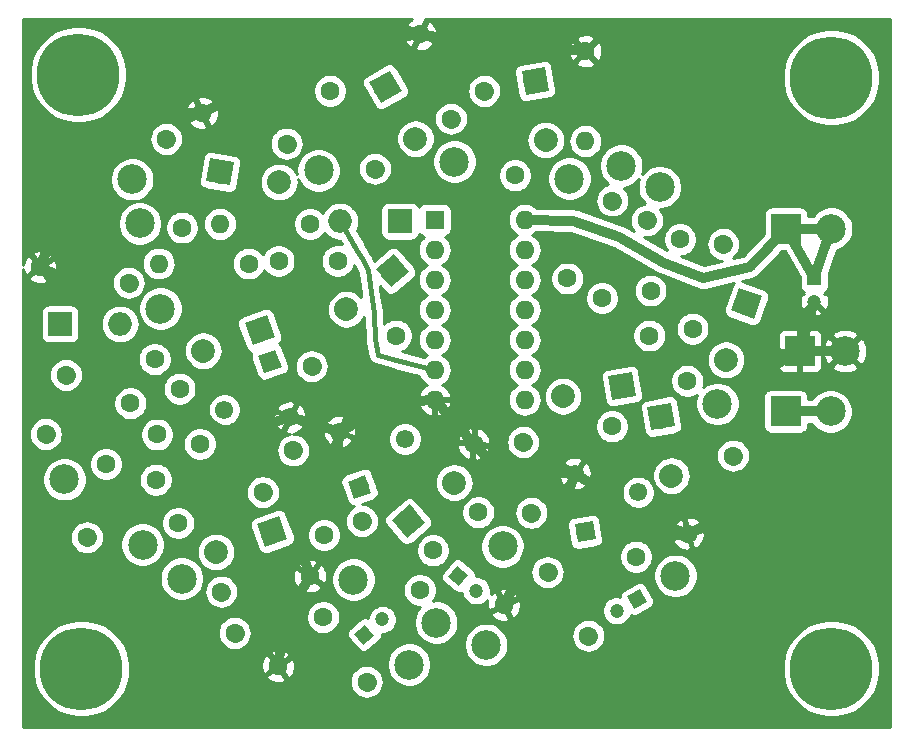
<source format=gbr>
G04 #@! TF.GenerationSoftware,KiCad,Pcbnew,(5.1.2-1)-1*
G04 #@! TF.CreationDate,2021-05-12T23:45:50-04:00*
G04 #@! TF.ProjectId,Triple Waveshaper - CGS,54726970-6c65-4205-9761-766573686170,rev?*
G04 #@! TF.SameCoordinates,Original*
G04 #@! TF.FileFunction,Copper,L1,Top*
G04 #@! TF.FilePolarity,Positive*
%FSLAX46Y46*%
G04 Gerber Fmt 4.6, Leading zero omitted, Abs format (unit mm)*
G04 Created by KiCad (PCBNEW (5.1.2-1)-1) date 2021-05-12 23:45:50*
%MOMM*%
%LPD*%
G04 APERTURE LIST*
%ADD10C,7.000000*%
%ADD11C,1.600000*%
%ADD12C,1.200000*%
%ADD13C,0.100000*%
%ADD14R,1.200000X1.200000*%
%ADD15C,2.000000*%
%ADD16C,2.000000*%
%ADD17R,2.000000X2.000000*%
%ADD18O,2.000000X2.000000*%
%ADD19C,2.499360*%
%ADD20R,2.499360X2.499360*%
%ADD21C,1.600000*%
%ADD22O,1.600000X1.600000*%
%ADD23C,1.550000*%
%ADD24R,1.600000X1.600000*%
%ADD25C,0.406400*%
%ADD26C,0.812800*%
%ADD27C,0.254000*%
G04 APERTURE END LIST*
D10*
X81280000Y-17780000D03*
X81280000Y-67818000D03*
X17780000Y-67818000D03*
X17526000Y-17526000D03*
D11*
X39467800Y-33299400D03*
X34467800Y-33299400D03*
X19852489Y-50502082D03*
X24182616Y-48002082D03*
X65963800Y-35814000D03*
X68463800Y-31483873D03*
X47551182Y-57812052D03*
X51381404Y-54598114D03*
X27795901Y-48818263D03*
X26085800Y-44119800D03*
X65862200Y-39624000D03*
X69076138Y-43454222D03*
D12*
X51216814Y-61239504D03*
X49684725Y-59953929D03*
D13*
G36*
X48839426Y-60027883D02*
G01*
X49610771Y-59108630D01*
X50530024Y-59879975D01*
X49758679Y-60799228D01*
X48839426Y-60027883D01*
X48839426Y-60027883D01*
G37*
D12*
X41732200Y-64947800D03*
D13*
G36*
X41658246Y-65793099D02*
G01*
X40886901Y-64873846D01*
X41806154Y-64102501D01*
X42577499Y-65021754D01*
X41658246Y-65793099D01*
X41658246Y-65793099D01*
G37*
D12*
X43264289Y-63662225D03*
X64820800Y-61925200D03*
D13*
G36*
X65040415Y-61105585D02*
G01*
X65640415Y-62144815D01*
X64601185Y-62744815D01*
X64001185Y-61705585D01*
X65040415Y-61105585D01*
X65040415Y-61105585D01*
G37*
D12*
X63088749Y-62925200D03*
X79832200Y-36772600D03*
D14*
X79832200Y-34772600D03*
D15*
X34515196Y-26638361D03*
D16*
X34515196Y-26638361D02*
X34515196Y-26638361D01*
D15*
X29512373Y-25756228D03*
D13*
G36*
X28353917Y-26567388D02*
G01*
X28701213Y-24597772D01*
X30670829Y-24945068D01*
X30323533Y-26914684D01*
X28353917Y-26567388D01*
X28353917Y-26567388D01*
G37*
D15*
X33942283Y-56218801D03*
D13*
G36*
X34539955Y-54937088D02*
G01*
X35223996Y-56816473D01*
X33344611Y-57500514D01*
X32660570Y-55621129D01*
X34539955Y-54937088D01*
X34539955Y-54937088D01*
G37*
D15*
X29168644Y-57956263D03*
D16*
X29168644Y-57956263D02*
X29168644Y-57956263D01*
D15*
X74091800Y-36906200D03*
D13*
G36*
X73494128Y-35624487D02*
G01*
X75373513Y-36308528D01*
X74689472Y-38187913D01*
X72810087Y-37503872D01*
X73494128Y-35624487D01*
X73494128Y-35624487D01*
G37*
D15*
X72354338Y-41679839D03*
D16*
X72354338Y-41679839D02*
X72354338Y-41679839D01*
D15*
X43521468Y-18560088D03*
D13*
G36*
X42155443Y-18194063D02*
G01*
X43887493Y-17194063D01*
X44887493Y-18926113D01*
X43155443Y-19926113D01*
X42155443Y-18194063D01*
X42155443Y-18194063D01*
G37*
D15*
X46061468Y-22959497D03*
D16*
X46061468Y-22959497D02*
X46061468Y-22959497D01*
D17*
X15976600Y-38633400D03*
D18*
X21056600Y-38633400D03*
D15*
X57083249Y-23079080D03*
D16*
X57083249Y-23079080D02*
X57083249Y-23079080D01*
D15*
X56201116Y-18076257D03*
D13*
G36*
X55042660Y-17265097D02*
G01*
X57012276Y-16917801D01*
X57359572Y-18887417D01*
X55389956Y-19234713D01*
X55042660Y-17265097D01*
X55042660Y-17265097D01*
G37*
D18*
X39649400Y-29946600D03*
D17*
X44729400Y-29946600D03*
D15*
X40202894Y-37402961D03*
D16*
X40202894Y-37402961D02*
X40202894Y-37402961D01*
D15*
X44094400Y-34137600D03*
D13*
G36*
X44217657Y-32728768D02*
G01*
X45503232Y-34260857D01*
X43971143Y-35546432D01*
X42685568Y-34014343D01*
X44217657Y-32728768D01*
X44217657Y-32728768D01*
G37*
D15*
X63550800Y-43891200D03*
D13*
G36*
X64361960Y-42732744D02*
G01*
X64709256Y-44702360D01*
X62739640Y-45049656D01*
X62392344Y-43080040D01*
X64361960Y-42732744D01*
X64361960Y-42732744D01*
G37*
D15*
X58547977Y-44773333D03*
D16*
X58547977Y-44773333D02*
X58547977Y-44773333D01*
D15*
X45441892Y-55337815D03*
D13*
G36*
X45318635Y-56746647D02*
G01*
X44033060Y-55214558D01*
X45565149Y-53928983D01*
X46850724Y-55461072D01*
X45318635Y-56746647D01*
X45318635Y-56746647D01*
G37*
D15*
X49333398Y-52072454D03*
D16*
X49333398Y-52072454D02*
X49333398Y-52072454D01*
D15*
X28093961Y-40904262D03*
D16*
X28093961Y-40904262D02*
X28093961Y-40904262D01*
D15*
X32867600Y-39166800D03*
D13*
G36*
X33465272Y-37885087D02*
G01*
X34149313Y-39764472D01*
X32269928Y-40448513D01*
X31585887Y-38569128D01*
X33465272Y-37885087D01*
X33465272Y-37885087D01*
G37*
D15*
X67734933Y-51484823D03*
D16*
X67734933Y-51484823D02*
X67734933Y-51484823D01*
D15*
X66852800Y-46482000D03*
D13*
G36*
X65694344Y-45670840D02*
G01*
X67663960Y-45323544D01*
X68011256Y-47293160D01*
X66041640Y-47640456D01*
X65694344Y-45670840D01*
X65694344Y-45670840D01*
G37*
D19*
X37865394Y-25629998D03*
X26280941Y-60196625D03*
X71628000Y-45415200D03*
X49352950Y-24901309D03*
X24460200Y-37338000D03*
X59101536Y-26334059D03*
X22072600Y-26390600D03*
X16332200Y-51790600D03*
X22961600Y-57327800D03*
X63474600Y-25247600D03*
X66751200Y-27051000D03*
X47808790Y-63934388D03*
X53441600Y-57480200D03*
X45516800Y-67487800D03*
X40792400Y-60299600D03*
X68072000Y-59969400D03*
X52044600Y-65811400D03*
D20*
X77444600Y-30581600D03*
D19*
X81254600Y-30581600D03*
X82423000Y-40944800D03*
D20*
X78613000Y-40944800D03*
X77393800Y-46050200D03*
D19*
X81203800Y-46050200D03*
X22733000Y-30124400D03*
D11*
X35153670Y-23374646D03*
D21*
X35153670Y-23374646D02*
X35153670Y-23374646D01*
D11*
X27993212Y-20768453D03*
X29618305Y-61303956D03*
D21*
X29618305Y-61303956D02*
X29618305Y-61303956D01*
D11*
X37122540Y-59980757D03*
X72948800Y-49788886D03*
D21*
X72948800Y-49788886D02*
X72948800Y-49788886D01*
D11*
X69138800Y-56388000D03*
X46463112Y-14104765D03*
X49069305Y-21265223D03*
D21*
X49069305Y-21265223D02*
X49069305Y-21265223D01*
D11*
X14274800Y-33832800D03*
X21779035Y-35155999D03*
D21*
X21779035Y-35155999D02*
X21779035Y-35155999D01*
D22*
X60449350Y-23167540D03*
D11*
X60449350Y-15547540D03*
D22*
X24307800Y-33528000D03*
D11*
X31927800Y-33528000D03*
X26289000Y-30480000D03*
X24965801Y-22975765D03*
D21*
X24965801Y-22975765D02*
X24965801Y-22975765D01*
D11*
X21920200Y-45364400D03*
X14759742Y-47970593D03*
D21*
X14759742Y-47970593D02*
X14759742Y-47970593D01*
D11*
X18236482Y-56717146D03*
D21*
X18236482Y-56717146D02*
X18236482Y-56717146D01*
D11*
X24073741Y-51819104D03*
X58923198Y-34794663D03*
X62733198Y-28195549D03*
D21*
X62733198Y-28195549D02*
X62733198Y-28195549D01*
D11*
X65671503Y-29862651D03*
D21*
X65671503Y-29862651D02*
X65671503Y-29862651D01*
D11*
X61861503Y-36461765D03*
X37117092Y-30166374D03*
D22*
X29497092Y-30166374D03*
D11*
X25975745Y-55496344D03*
X33136203Y-52890151D03*
D21*
X33136203Y-52890151D02*
X33136203Y-52890151D01*
D11*
X69519800Y-39039800D03*
X72125993Y-31879342D03*
D21*
X72125993Y-31879342D02*
X72125993Y-31879342D01*
D11*
X42629263Y-25498341D03*
D21*
X42629263Y-25498341D02*
X42629263Y-25498341D01*
D11*
X38819263Y-18899227D03*
X16473365Y-42953799D03*
D21*
X16473365Y-42953799D02*
X16473365Y-42953799D01*
D11*
X23977600Y-41630600D03*
X54488784Y-26064154D03*
X51882591Y-18903696D03*
D21*
X51882591Y-18903696D02*
X51882591Y-18903696D01*
D11*
X38324617Y-56515965D03*
X35718424Y-49355507D03*
D21*
X35718424Y-49355507D02*
X35718424Y-49355507D01*
D11*
X37264142Y-42230193D03*
D21*
X37264142Y-42230193D02*
X37264142Y-42230193D01*
D11*
X44424600Y-39624000D03*
X55182965Y-48643399D03*
D21*
X55182965Y-48643399D02*
X55182965Y-48643399D01*
D11*
X62687200Y-47320200D03*
X46423470Y-61167959D03*
X41525428Y-55330700D03*
D21*
X41525428Y-55330700D02*
X41525428Y-55330700D01*
D11*
X38252400Y-63474600D03*
X30748165Y-64797799D03*
D21*
X30748165Y-64797799D02*
X30748165Y-64797799D01*
D11*
X57240365Y-59666999D03*
D21*
X57240365Y-59666999D02*
X57240365Y-59666999D01*
D11*
X64744600Y-58343800D03*
X55875842Y-54630659D03*
D21*
X55875842Y-54630659D02*
X55875842Y-54630659D01*
D11*
X50977800Y-48793400D03*
X34417000Y-67614800D03*
X41921235Y-68937999D03*
D21*
X41921235Y-68937999D02*
X41921235Y-68937999D01*
D11*
X53543200Y-62433200D03*
X60703658Y-65039393D03*
D21*
X60703658Y-65039393D02*
X60703658Y-65039393D01*
D23*
X39621989Y-47753830D03*
X41332090Y-52452293D03*
D13*
G36*
X42325417Y-52915489D02*
G01*
X40868894Y-53445620D01*
X40338763Y-51989097D01*
X41795286Y-51458966D01*
X42325417Y-52915489D01*
X42325417Y-52915489D01*
G37*
D23*
X45175503Y-48392961D03*
X35441301Y-46532263D03*
X33731200Y-41833800D03*
D13*
G36*
X32737873Y-41370604D02*
G01*
X34194396Y-40840473D01*
X34724527Y-42296996D01*
X33268004Y-42827127D01*
X32737873Y-41370604D01*
X32737873Y-41370604D01*
G37*
D23*
X29887787Y-45893132D03*
X64916518Y-52905340D03*
X60426600Y-56235600D03*
D13*
G36*
X61324403Y-56864249D02*
G01*
X59797951Y-57133403D01*
X59528797Y-55606951D01*
X61055249Y-55337797D01*
X61324403Y-56864249D01*
X61324403Y-56864249D01*
G37*
D23*
X59558359Y-51311561D03*
D24*
X47675800Y-29819600D03*
D22*
X55295800Y-45059600D03*
X47675800Y-32359600D03*
X55295800Y-42519600D03*
X47675800Y-34899600D03*
X55295800Y-39979600D03*
X47675800Y-37439600D03*
X55295800Y-37439600D03*
X47675800Y-39979600D03*
X55295800Y-34899600D03*
X47675800Y-42519600D03*
X55295800Y-32359600D03*
X47675800Y-45059600D03*
X55295800Y-29819600D03*
D25*
X47675800Y-42519600D02*
X44424600Y-41681400D01*
X44424600Y-41681400D02*
X42900600Y-41249600D01*
X42900600Y-41249600D02*
X42595800Y-39954200D01*
X42595800Y-39954200D02*
X42545000Y-37744400D01*
X42545000Y-37744400D02*
X42265600Y-35915600D01*
X42265600Y-35915600D02*
X42011600Y-34112200D01*
X42011600Y-34112200D02*
X41579800Y-33197800D01*
X41579800Y-33197800D02*
X41046400Y-32283400D01*
X41046400Y-32283400D02*
X39649400Y-29946600D01*
D26*
X47675800Y-45059600D02*
X50977800Y-48793400D01*
X50977800Y-48793400D02*
X52908200Y-50774600D01*
X52908200Y-50774600D02*
X55499000Y-51104800D01*
X55499000Y-51104800D02*
X59558359Y-51311561D01*
X59558359Y-51311561D02*
X62255400Y-52933600D01*
X62255400Y-52933600D02*
X63246000Y-54686200D01*
X63246000Y-54686200D02*
X66192400Y-55448200D01*
X66192400Y-55448200D02*
X69138800Y-56388000D01*
X47675800Y-45059600D02*
X44399200Y-45212000D01*
X44399200Y-45212000D02*
X43078400Y-45872400D01*
X43078400Y-45872400D02*
X41224200Y-46939200D01*
X41224200Y-46939200D02*
X39621989Y-47753830D01*
X39621989Y-47753830D02*
X37846000Y-47167800D01*
X37846000Y-47167800D02*
X35441301Y-46532263D01*
X34417000Y-67614800D02*
X34874200Y-64617600D01*
X34874200Y-64617600D02*
X35737800Y-62331600D01*
X35737800Y-62331600D02*
X37122540Y-59980757D01*
X37122540Y-59980757D02*
X36271200Y-57404000D01*
X36271200Y-57404000D02*
X36271200Y-54660800D01*
X36271200Y-54660800D02*
X37414200Y-52984400D01*
X37414200Y-52984400D02*
X38811200Y-50977800D01*
X38811200Y-50977800D02*
X39471600Y-49301400D01*
X39471600Y-49301400D02*
X39621989Y-47753830D01*
X53543200Y-62433200D02*
X54838600Y-60020200D01*
X54838600Y-60020200D02*
X55753000Y-57480200D01*
X55753000Y-57480200D02*
X57531000Y-56540400D01*
X57531000Y-56540400D02*
X58191400Y-54914800D01*
X58191400Y-54914800D02*
X59558359Y-51311561D01*
X14274800Y-33832800D02*
X16129000Y-29159200D01*
X16129000Y-29159200D02*
X18161000Y-25400000D01*
X18161000Y-25400000D02*
X20955000Y-22326600D01*
X20955000Y-22326600D02*
X23850600Y-20701000D01*
X23850600Y-20701000D02*
X27993212Y-20768453D01*
X27993212Y-20768453D02*
X31445200Y-19050000D01*
X31445200Y-19050000D02*
X35026600Y-17602200D01*
X35026600Y-17602200D02*
X38963600Y-15773400D01*
X38963600Y-15773400D02*
X42621200Y-14706600D01*
X42621200Y-14706600D02*
X46463112Y-14104765D01*
X60449350Y-15547540D02*
X56972200Y-15316200D01*
X56972200Y-15316200D02*
X51765200Y-15113000D01*
X51765200Y-15113000D02*
X46463112Y-14104765D01*
X35441301Y-46532263D02*
X32131000Y-47599600D01*
X32131000Y-47599600D02*
X29565600Y-47650400D01*
X29565600Y-47650400D02*
X27863800Y-46609000D01*
X27863800Y-46609000D02*
X26009600Y-46304200D01*
X26009600Y-46304200D02*
X24028400Y-44958000D01*
X24028400Y-44958000D02*
X22377400Y-42875200D01*
X22377400Y-42875200D02*
X20066000Y-41351200D01*
X20066000Y-41351200D02*
X18643600Y-39243000D01*
X18643600Y-39243000D02*
X18643600Y-36550600D01*
X18643600Y-36550600D02*
X16916400Y-35102800D01*
X16916400Y-35102800D02*
X14274800Y-33832800D01*
X69138800Y-56388000D02*
X73685400Y-54102000D01*
X73685400Y-54102000D02*
X74726800Y-52019200D01*
X74726800Y-52019200D02*
X75107800Y-49580800D01*
X75107800Y-49580800D02*
X74320400Y-47675800D01*
X74320400Y-47675800D02*
X74320400Y-45618400D01*
X74320400Y-45618400D02*
X74701400Y-43865800D01*
X74701400Y-43865800D02*
X75692000Y-42824400D01*
X75692000Y-42824400D02*
X77139800Y-41681400D01*
X77139800Y-41681400D02*
X78613000Y-40944800D01*
X82423000Y-40944800D02*
X78613000Y-40944800D01*
X78613000Y-40944800D02*
X79832200Y-36772600D01*
X55295800Y-29819600D02*
X59410600Y-29895800D01*
X59410600Y-29895800D02*
X63271400Y-31242000D01*
X63271400Y-31242000D02*
X67081400Y-33451800D01*
X67081400Y-33451800D02*
X70408800Y-34747200D01*
X70408800Y-34747200D02*
X74371200Y-33807400D01*
X74371200Y-33807400D02*
X77444600Y-30581600D01*
X77444600Y-30581600D02*
X81254600Y-30581600D01*
X79832200Y-34772600D02*
X81254600Y-30581600D01*
X77444600Y-30581600D02*
X79832200Y-34772600D01*
X81203800Y-46050200D02*
X77393800Y-46050200D01*
D27*
G36*
X45655684Y-12910086D02*
G01*
X45438128Y-13090563D01*
X45343350Y-13196287D01*
X45359526Y-13450026D01*
X46401683Y-13935991D01*
X46887649Y-12893834D01*
X46856860Y-12852000D01*
X86208001Y-12852000D01*
X86208000Y-72746000D01*
X12852000Y-72746000D01*
X12852000Y-67410738D01*
X13645000Y-67410738D01*
X13645000Y-68225262D01*
X13803906Y-69024135D01*
X14115611Y-69776657D01*
X14568136Y-70453909D01*
X15144091Y-71029864D01*
X15821343Y-71482389D01*
X16573865Y-71794094D01*
X17372738Y-71953000D01*
X18187262Y-71953000D01*
X18986135Y-71794094D01*
X19738657Y-71482389D01*
X20415909Y-71029864D01*
X20991864Y-70453909D01*
X21444389Y-69776657D01*
X21756094Y-69024135D01*
X21870052Y-68451228D01*
X33443875Y-68451228D01*
X33472006Y-68703921D01*
X33702640Y-68867353D01*
X33960728Y-68982650D01*
X34236350Y-69045382D01*
X34518913Y-69053136D01*
X34797561Y-69005616D01*
X34932503Y-68961446D01*
X34944117Y-68937999D01*
X40479292Y-68937999D01*
X40506999Y-69219308D01*
X40589053Y-69489807D01*
X40722303Y-69739100D01*
X40901627Y-69957607D01*
X41120134Y-70136931D01*
X41369427Y-70270181D01*
X41639926Y-70352235D01*
X41850743Y-70372999D01*
X41991727Y-70372999D01*
X42202544Y-70352235D01*
X42473043Y-70270181D01*
X42722336Y-70136931D01*
X42940843Y-69957607D01*
X43120167Y-69739100D01*
X43253417Y-69489807D01*
X43335471Y-69219308D01*
X43363178Y-68937999D01*
X43335471Y-68656690D01*
X43253417Y-68386191D01*
X43120167Y-68136898D01*
X42940843Y-67918391D01*
X42722336Y-67739067D01*
X42473043Y-67605817D01*
X42202544Y-67523763D01*
X41991727Y-67502999D01*
X41850743Y-67502999D01*
X41639926Y-67523763D01*
X41369427Y-67605817D01*
X41120134Y-67739067D01*
X40901627Y-67918391D01*
X40722303Y-68136898D01*
X40589053Y-68386191D01*
X40506999Y-68656690D01*
X40479292Y-68937999D01*
X34944117Y-68937999D01*
X35045363Y-68733614D01*
X34385812Y-67791677D01*
X33443875Y-68451228D01*
X21870052Y-68451228D01*
X21915000Y-68225262D01*
X21915000Y-67716713D01*
X32978664Y-67716713D01*
X33026184Y-67995361D01*
X33070354Y-68130303D01*
X33298186Y-68243163D01*
X34151040Y-67645988D01*
X34593877Y-67645988D01*
X35253428Y-68587925D01*
X35506121Y-68559794D01*
X35669553Y-68329160D01*
X35784850Y-68071072D01*
X35847582Y-67795450D01*
X35855336Y-67512887D01*
X35819402Y-67302175D01*
X43632120Y-67302175D01*
X43632120Y-67673425D01*
X43704547Y-68037541D01*
X43846618Y-68380531D01*
X44052874Y-68689213D01*
X44315387Y-68951726D01*
X44624069Y-69157982D01*
X44967059Y-69300053D01*
X45331175Y-69372480D01*
X45702425Y-69372480D01*
X46066541Y-69300053D01*
X46409531Y-69157982D01*
X46718213Y-68951726D01*
X46980726Y-68689213D01*
X47186982Y-68380531D01*
X47329053Y-68037541D01*
X47401480Y-67673425D01*
X47401480Y-67302175D01*
X47329053Y-66938059D01*
X47186982Y-66595069D01*
X46980726Y-66286387D01*
X46718213Y-66023874D01*
X46409531Y-65817618D01*
X46066541Y-65675547D01*
X45702425Y-65603120D01*
X45331175Y-65603120D01*
X44967059Y-65675547D01*
X44624069Y-65817618D01*
X44315387Y-66023874D01*
X44052874Y-66286387D01*
X43846618Y-66595069D01*
X43704547Y-66938059D01*
X43632120Y-67302175D01*
X35819402Y-67302175D01*
X35807816Y-67234239D01*
X35763646Y-67099297D01*
X35535814Y-66986437D01*
X34593877Y-67645988D01*
X34151040Y-67645988D01*
X34240123Y-67583612D01*
X33580572Y-66641675D01*
X33327879Y-66669806D01*
X33164447Y-66900440D01*
X33049150Y-67158528D01*
X32986418Y-67434150D01*
X32978664Y-67716713D01*
X21915000Y-67716713D01*
X21915000Y-67410738D01*
X21756094Y-66611865D01*
X21708096Y-66495986D01*
X33788637Y-66495986D01*
X34448188Y-67437923D01*
X35390125Y-66778372D01*
X35361994Y-66525679D01*
X35131360Y-66362247D01*
X34873272Y-66246950D01*
X34597650Y-66184218D01*
X34315087Y-66176464D01*
X34036439Y-66223984D01*
X33901497Y-66268154D01*
X33788637Y-66495986D01*
X21708096Y-66495986D01*
X21444389Y-65859343D01*
X20991864Y-65182091D01*
X20607572Y-64797799D01*
X29306222Y-64797799D01*
X29333929Y-65079108D01*
X29415983Y-65349607D01*
X29549233Y-65598900D01*
X29728557Y-65817407D01*
X29947064Y-65996731D01*
X30196357Y-66129981D01*
X30466856Y-66212035D01*
X30677673Y-66232799D01*
X30818657Y-66232799D01*
X31029474Y-66212035D01*
X31299973Y-66129981D01*
X31549266Y-65996731D01*
X31767773Y-65817407D01*
X31947097Y-65598900D01*
X32080347Y-65349607D01*
X32162401Y-65079108D01*
X32190108Y-64797799D01*
X32162401Y-64516490D01*
X32080347Y-64245991D01*
X31947097Y-63996698D01*
X31767773Y-63778191D01*
X31549266Y-63598867D01*
X31299973Y-63465617D01*
X31029474Y-63383563D01*
X30818657Y-63362799D01*
X30677673Y-63362799D01*
X30466856Y-63383563D01*
X30196357Y-63465617D01*
X29947064Y-63598867D01*
X29728557Y-63778191D01*
X29549233Y-63996698D01*
X29415983Y-64245991D01*
X29333929Y-64516490D01*
X29306222Y-64797799D01*
X20607572Y-64797799D01*
X20415909Y-64606136D01*
X19738657Y-64153611D01*
X18986135Y-63841906D01*
X18187262Y-63683000D01*
X17372738Y-63683000D01*
X16573865Y-63841906D01*
X15821343Y-64153611D01*
X15144091Y-64606136D01*
X14568136Y-65182091D01*
X14115611Y-65859343D01*
X13803906Y-66611865D01*
X13645000Y-67410738D01*
X12852000Y-67410738D01*
X12852000Y-63333265D01*
X36817400Y-63333265D01*
X36817400Y-63615935D01*
X36872547Y-63893174D01*
X36980720Y-64154327D01*
X37137763Y-64389359D01*
X37337641Y-64589237D01*
X37572673Y-64746280D01*
X37833826Y-64854453D01*
X38111065Y-64909600D01*
X38393735Y-64909600D01*
X38670974Y-64854453D01*
X38758414Y-64818234D01*
X40251257Y-64818234D01*
X40252621Y-64943311D01*
X40278361Y-65065718D01*
X40327486Y-65180752D01*
X40398110Y-65283991D01*
X41169455Y-66203244D01*
X41258862Y-66290721D01*
X41363617Y-66359076D01*
X41479695Y-66405680D01*
X41602634Y-66428743D01*
X41727711Y-66427379D01*
X41850118Y-66401639D01*
X41965152Y-66352514D01*
X42068391Y-66281890D01*
X42987644Y-65510545D01*
X43075121Y-65421138D01*
X43143476Y-65316383D01*
X43190080Y-65200305D01*
X43213143Y-65077366D01*
X43211779Y-64952289D01*
X43200200Y-64897225D01*
X43385926Y-64897225D01*
X43624525Y-64849765D01*
X43849281Y-64756668D01*
X44051556Y-64621512D01*
X44223576Y-64449492D01*
X44358732Y-64247217D01*
X44451829Y-64022461D01*
X44499289Y-63783862D01*
X44499289Y-63540588D01*
X44451829Y-63301989D01*
X44358732Y-63077233D01*
X44223576Y-62874958D01*
X44051556Y-62702938D01*
X43849281Y-62567782D01*
X43624525Y-62474685D01*
X43385926Y-62427225D01*
X43142652Y-62427225D01*
X42904053Y-62474685D01*
X42679297Y-62567782D01*
X42477022Y-62702938D01*
X42305002Y-62874958D01*
X42169846Y-63077233D01*
X42076749Y-63301989D01*
X42035325Y-63510243D01*
X41984705Y-63489920D01*
X41861766Y-63466857D01*
X41736689Y-63468221D01*
X41614282Y-63493961D01*
X41499248Y-63543086D01*
X41396009Y-63613710D01*
X40476756Y-64385055D01*
X40389279Y-64474462D01*
X40320924Y-64579217D01*
X40274320Y-64695295D01*
X40251257Y-64818234D01*
X38758414Y-64818234D01*
X38932127Y-64746280D01*
X39167159Y-64589237D01*
X39367037Y-64389359D01*
X39524080Y-64154327D01*
X39632253Y-63893174D01*
X39687400Y-63615935D01*
X39687400Y-63333265D01*
X39632253Y-63056026D01*
X39524080Y-62794873D01*
X39367037Y-62559841D01*
X39167159Y-62359963D01*
X38932127Y-62202920D01*
X38670974Y-62094747D01*
X38393735Y-62039600D01*
X38111065Y-62039600D01*
X37833826Y-62094747D01*
X37572673Y-62202920D01*
X37337641Y-62359963D01*
X37137763Y-62559841D01*
X36980720Y-62794873D01*
X36872547Y-63056026D01*
X36817400Y-63333265D01*
X12852000Y-63333265D01*
X12852000Y-60011000D01*
X24396261Y-60011000D01*
X24396261Y-60382250D01*
X24468688Y-60746366D01*
X24610759Y-61089356D01*
X24817015Y-61398038D01*
X25079528Y-61660551D01*
X25388210Y-61866807D01*
X25731200Y-62008878D01*
X26095316Y-62081305D01*
X26466566Y-62081305D01*
X26830682Y-62008878D01*
X27173672Y-61866807D01*
X27482354Y-61660551D01*
X27744867Y-61398038D01*
X27807730Y-61303956D01*
X28176362Y-61303956D01*
X28204069Y-61585265D01*
X28286123Y-61855764D01*
X28419373Y-62105057D01*
X28598697Y-62323564D01*
X28817204Y-62502888D01*
X29066497Y-62636138D01*
X29336996Y-62718192D01*
X29547813Y-62738956D01*
X29688797Y-62738956D01*
X29899614Y-62718192D01*
X30170113Y-62636138D01*
X30419406Y-62502888D01*
X30637913Y-62323564D01*
X30817237Y-62105057D01*
X30950487Y-61855764D01*
X31032541Y-61585265D01*
X31060248Y-61303956D01*
X31040118Y-61099571D01*
X36494177Y-61099571D01*
X36607037Y-61327403D01*
X36879659Y-61402097D01*
X37161616Y-61422170D01*
X37442072Y-61386850D01*
X37710247Y-61297494D01*
X37955838Y-61157537D01*
X38067534Y-61069878D01*
X38095665Y-60817185D01*
X37153728Y-60157634D01*
X36494177Y-61099571D01*
X31040118Y-61099571D01*
X31032541Y-61022647D01*
X30950487Y-60752148D01*
X30817237Y-60502855D01*
X30637913Y-60284348D01*
X30419406Y-60105024D01*
X30260025Y-60019833D01*
X35681127Y-60019833D01*
X35716447Y-60300289D01*
X35805803Y-60568464D01*
X35945760Y-60814055D01*
X36033419Y-60925751D01*
X36286112Y-60953882D01*
X36945663Y-60011945D01*
X36856581Y-59949569D01*
X37299417Y-59949569D01*
X38241354Y-60609120D01*
X38469186Y-60496260D01*
X38543880Y-60223638D01*
X38551687Y-60113975D01*
X38907720Y-60113975D01*
X38907720Y-60485225D01*
X38980147Y-60849341D01*
X39122218Y-61192331D01*
X39328474Y-61501013D01*
X39590987Y-61763526D01*
X39899669Y-61969782D01*
X40242659Y-62111853D01*
X40606775Y-62184280D01*
X40978025Y-62184280D01*
X41342141Y-62111853D01*
X41685131Y-61969782D01*
X41993813Y-61763526D01*
X42256326Y-61501013D01*
X42462582Y-61192331D01*
X42531220Y-61026624D01*
X44988470Y-61026624D01*
X44988470Y-61309294D01*
X45043617Y-61586533D01*
X45151790Y-61847686D01*
X45308833Y-62082718D01*
X45508711Y-62282596D01*
X45743743Y-62439639D01*
X46004896Y-62547812D01*
X46282135Y-62602959D01*
X46474880Y-62602959D01*
X46344864Y-62732975D01*
X46138608Y-63041657D01*
X45996537Y-63384647D01*
X45924110Y-63748763D01*
X45924110Y-64120013D01*
X45996537Y-64484129D01*
X46138608Y-64827119D01*
X46344864Y-65135801D01*
X46607377Y-65398314D01*
X46916059Y-65604570D01*
X47259049Y-65746641D01*
X47623165Y-65819068D01*
X47994415Y-65819068D01*
X48358531Y-65746641D01*
X48650327Y-65625775D01*
X50159920Y-65625775D01*
X50159920Y-65997025D01*
X50232347Y-66361141D01*
X50374418Y-66704131D01*
X50580674Y-67012813D01*
X50843187Y-67275326D01*
X51151869Y-67481582D01*
X51494859Y-67623653D01*
X51858975Y-67696080D01*
X52230225Y-67696080D01*
X52594341Y-67623653D01*
X52937331Y-67481582D01*
X53043355Y-67410738D01*
X77145000Y-67410738D01*
X77145000Y-68225262D01*
X77303906Y-69024135D01*
X77615611Y-69776657D01*
X78068136Y-70453909D01*
X78644091Y-71029864D01*
X79321343Y-71482389D01*
X80073865Y-71794094D01*
X80872738Y-71953000D01*
X81687262Y-71953000D01*
X82486135Y-71794094D01*
X83238657Y-71482389D01*
X83915909Y-71029864D01*
X84491864Y-70453909D01*
X84944389Y-69776657D01*
X85256094Y-69024135D01*
X85415000Y-68225262D01*
X85415000Y-67410738D01*
X85256094Y-66611865D01*
X84944389Y-65859343D01*
X84491864Y-65182091D01*
X83915909Y-64606136D01*
X83238657Y-64153611D01*
X82486135Y-63841906D01*
X81687262Y-63683000D01*
X80872738Y-63683000D01*
X80073865Y-63841906D01*
X79321343Y-64153611D01*
X78644091Y-64606136D01*
X78068136Y-65182091D01*
X77615611Y-65859343D01*
X77303906Y-66611865D01*
X77145000Y-67410738D01*
X53043355Y-67410738D01*
X53246013Y-67275326D01*
X53508526Y-67012813D01*
X53714782Y-66704131D01*
X53856853Y-66361141D01*
X53929280Y-65997025D01*
X53929280Y-65625775D01*
X53856853Y-65261659D01*
X53764788Y-65039393D01*
X59261715Y-65039393D01*
X59289422Y-65320702D01*
X59371476Y-65591201D01*
X59504726Y-65840494D01*
X59684050Y-66059001D01*
X59902557Y-66238325D01*
X60151850Y-66371575D01*
X60422349Y-66453629D01*
X60633166Y-66474393D01*
X60774150Y-66474393D01*
X60984967Y-66453629D01*
X61255466Y-66371575D01*
X61504759Y-66238325D01*
X61723266Y-66059001D01*
X61902590Y-65840494D01*
X62035840Y-65591201D01*
X62117894Y-65320702D01*
X62145601Y-65039393D01*
X62117894Y-64758084D01*
X62035840Y-64487585D01*
X61902590Y-64238292D01*
X61723266Y-64019785D01*
X61504759Y-63840461D01*
X61255466Y-63707211D01*
X60984967Y-63625157D01*
X60774150Y-63604393D01*
X60633166Y-63604393D01*
X60422349Y-63625157D01*
X60151850Y-63707211D01*
X59902557Y-63840461D01*
X59684050Y-64019785D01*
X59504726Y-64238292D01*
X59371476Y-64487585D01*
X59289422Y-64758084D01*
X59261715Y-65039393D01*
X53764788Y-65039393D01*
X53714782Y-64918669D01*
X53508526Y-64609987D01*
X53246013Y-64347474D01*
X52937331Y-64141218D01*
X52594341Y-63999147D01*
X52230225Y-63926720D01*
X51858975Y-63926720D01*
X51494859Y-63999147D01*
X51151869Y-64141218D01*
X50843187Y-64347474D01*
X50580674Y-64609987D01*
X50374418Y-64918669D01*
X50232347Y-65261659D01*
X50159920Y-65625775D01*
X48650327Y-65625775D01*
X48701521Y-65604570D01*
X49010203Y-65398314D01*
X49272716Y-65135801D01*
X49478972Y-64827119D01*
X49621043Y-64484129D01*
X49693470Y-64120013D01*
X49693470Y-63748763D01*
X49621043Y-63384647D01*
X49603245Y-63341678D01*
X52423438Y-63341678D01*
X52622189Y-63542676D01*
X52856335Y-63701038D01*
X53116876Y-63810678D01*
X53393801Y-63867381D01*
X53676467Y-63868970D01*
X53817029Y-63848903D01*
X53967737Y-63644131D01*
X53481771Y-62601974D01*
X52439614Y-63087939D01*
X52423438Y-63341678D01*
X49603245Y-63341678D01*
X49478972Y-63041657D01*
X49272716Y-62732975D01*
X49010203Y-62470462D01*
X48701521Y-62264206D01*
X48358531Y-62122135D01*
X47994415Y-62049708D01*
X47623165Y-62049708D01*
X47550507Y-62064161D01*
X47695150Y-61847686D01*
X47803323Y-61586533D01*
X47858470Y-61309294D01*
X47858470Y-61026624D01*
X47803323Y-60749385D01*
X47695150Y-60488232D01*
X47538107Y-60253200D01*
X47368402Y-60083495D01*
X48203782Y-60083495D01*
X48226845Y-60206434D01*
X48273449Y-60322512D01*
X48341804Y-60427267D01*
X48429281Y-60516674D01*
X49348534Y-61288019D01*
X49451773Y-61358643D01*
X49566807Y-61407768D01*
X49689214Y-61433508D01*
X49814291Y-61434872D01*
X49937230Y-61411809D01*
X49987850Y-61391486D01*
X50029274Y-61599740D01*
X50122371Y-61824496D01*
X50257527Y-62026771D01*
X50429547Y-62198791D01*
X50631822Y-62333947D01*
X50856578Y-62427044D01*
X51095177Y-62474504D01*
X51338451Y-62474504D01*
X51577050Y-62427044D01*
X51801806Y-62333947D01*
X52004081Y-62198791D01*
X52157927Y-62044945D01*
X52109019Y-62283801D01*
X52107430Y-62566467D01*
X52127497Y-62707029D01*
X52332269Y-62857737D01*
X53110956Y-62494629D01*
X53711974Y-62494629D01*
X54197939Y-63536786D01*
X54451678Y-63552962D01*
X54652676Y-63354211D01*
X54811038Y-63120065D01*
X54920678Y-62859524D01*
X54932136Y-62803563D01*
X61853749Y-62803563D01*
X61853749Y-63046837D01*
X61901209Y-63285436D01*
X61994306Y-63510192D01*
X62129462Y-63712467D01*
X62301482Y-63884487D01*
X62503757Y-64019643D01*
X62728513Y-64112740D01*
X62967112Y-64160200D01*
X63210386Y-64160200D01*
X63448985Y-64112740D01*
X63673741Y-64019643D01*
X63876016Y-63884487D01*
X64048036Y-63712467D01*
X64183192Y-63510192D01*
X64274607Y-63289496D01*
X64318973Y-63317084D01*
X64436040Y-63361145D01*
X64559453Y-63381521D01*
X64684470Y-63377428D01*
X64806287Y-63349025D01*
X64920221Y-63297401D01*
X65959451Y-62697401D01*
X66061125Y-62624543D01*
X66146632Y-62533249D01*
X66212684Y-62427027D01*
X66256745Y-62309960D01*
X66277121Y-62186547D01*
X66273028Y-62061530D01*
X66244625Y-61939713D01*
X66193001Y-61825779D01*
X65593001Y-60786549D01*
X65520143Y-60684875D01*
X65428849Y-60599368D01*
X65322627Y-60533316D01*
X65205560Y-60489255D01*
X65082147Y-60468879D01*
X64957130Y-60472972D01*
X64835313Y-60501375D01*
X64721379Y-60552999D01*
X63682149Y-61152999D01*
X63580475Y-61225857D01*
X63494968Y-61317151D01*
X63428916Y-61423373D01*
X63384855Y-61540440D01*
X63364479Y-61663853D01*
X63366357Y-61721224D01*
X63210386Y-61690200D01*
X62967112Y-61690200D01*
X62728513Y-61737660D01*
X62503757Y-61830757D01*
X62301482Y-61965913D01*
X62129462Y-62137933D01*
X61994306Y-62340208D01*
X61901209Y-62564964D01*
X61853749Y-62803563D01*
X54932136Y-62803563D01*
X54977381Y-62582599D01*
X54978970Y-62299933D01*
X54958903Y-62159371D01*
X54754131Y-62008663D01*
X53711974Y-62494629D01*
X53110956Y-62494629D01*
X53374426Y-62371771D01*
X52888461Y-61329614D01*
X52634722Y-61313438D01*
X52433724Y-61512189D01*
X52416788Y-61537230D01*
X52451814Y-61361141D01*
X52451814Y-61222269D01*
X53118663Y-61222269D01*
X53604629Y-62264426D01*
X54646786Y-61778461D01*
X54662962Y-61524722D01*
X54464211Y-61323724D01*
X54230065Y-61165362D01*
X53969524Y-61055722D01*
X53692599Y-60999019D01*
X53409933Y-60997430D01*
X53269371Y-61017497D01*
X53118663Y-61222269D01*
X52451814Y-61222269D01*
X52451814Y-61117867D01*
X52404354Y-60879268D01*
X52311257Y-60654512D01*
X52176101Y-60452237D01*
X52004081Y-60280217D01*
X51801806Y-60145061D01*
X51577050Y-60051964D01*
X51338451Y-60004504D01*
X51152725Y-60004504D01*
X51164304Y-59949440D01*
X51165668Y-59824363D01*
X51142605Y-59701424D01*
X51128784Y-59666999D01*
X55798422Y-59666999D01*
X55826129Y-59948308D01*
X55908183Y-60218807D01*
X56041433Y-60468100D01*
X56220757Y-60686607D01*
X56439264Y-60865931D01*
X56688557Y-60999181D01*
X56959056Y-61081235D01*
X57169873Y-61101999D01*
X57310857Y-61101999D01*
X57521674Y-61081235D01*
X57792173Y-60999181D01*
X58041466Y-60865931D01*
X58259973Y-60686607D01*
X58439297Y-60468100D01*
X58572547Y-60218807D01*
X58654601Y-59948308D01*
X58670806Y-59783775D01*
X66187320Y-59783775D01*
X66187320Y-60155025D01*
X66259747Y-60519141D01*
X66401818Y-60862131D01*
X66608074Y-61170813D01*
X66870587Y-61433326D01*
X67179269Y-61639582D01*
X67522259Y-61781653D01*
X67886375Y-61854080D01*
X68257625Y-61854080D01*
X68621741Y-61781653D01*
X68964731Y-61639582D01*
X69273413Y-61433326D01*
X69535926Y-61170813D01*
X69742182Y-60862131D01*
X69884253Y-60519141D01*
X69956680Y-60155025D01*
X69956680Y-59783775D01*
X69884253Y-59419659D01*
X69742182Y-59076669D01*
X69535926Y-58767987D01*
X69273413Y-58505474D01*
X68964731Y-58299218D01*
X68621741Y-58157147D01*
X68257625Y-58084720D01*
X67886375Y-58084720D01*
X67522259Y-58157147D01*
X67179269Y-58299218D01*
X66870587Y-58505474D01*
X66608074Y-58767987D01*
X66401818Y-59076669D01*
X66259747Y-59419659D01*
X66187320Y-59783775D01*
X58670806Y-59783775D01*
X58682308Y-59666999D01*
X58654601Y-59385690D01*
X58572547Y-59115191D01*
X58439297Y-58865898D01*
X58259973Y-58647391D01*
X58041466Y-58468067D01*
X57792173Y-58334817D01*
X57521674Y-58252763D01*
X57310857Y-58231999D01*
X57169873Y-58231999D01*
X56959056Y-58252763D01*
X56688557Y-58334817D01*
X56439264Y-58468067D01*
X56220757Y-58647391D01*
X56041433Y-58865898D01*
X55908183Y-59115191D01*
X55826129Y-59385690D01*
X55798422Y-59666999D01*
X51128784Y-59666999D01*
X51096001Y-59585346D01*
X51027646Y-59480591D01*
X50940169Y-59391184D01*
X50020916Y-58619839D01*
X49917677Y-58549215D01*
X49802643Y-58500090D01*
X49680236Y-58474350D01*
X49555159Y-58472986D01*
X49432220Y-58496049D01*
X49316142Y-58542653D01*
X49211387Y-58611008D01*
X49121980Y-58698485D01*
X48350635Y-59617738D01*
X48280011Y-59720977D01*
X48230886Y-59836011D01*
X48205146Y-59958418D01*
X48203782Y-60083495D01*
X47368402Y-60083495D01*
X47338229Y-60053322D01*
X47103197Y-59896279D01*
X46842044Y-59788106D01*
X46564805Y-59732959D01*
X46282135Y-59732959D01*
X46004896Y-59788106D01*
X45743743Y-59896279D01*
X45508711Y-60053322D01*
X45308833Y-60253200D01*
X45151790Y-60488232D01*
X45043617Y-60749385D01*
X44988470Y-61026624D01*
X42531220Y-61026624D01*
X42604653Y-60849341D01*
X42677080Y-60485225D01*
X42677080Y-60113975D01*
X42604653Y-59749859D01*
X42462582Y-59406869D01*
X42256326Y-59098187D01*
X41993813Y-58835674D01*
X41685131Y-58629418D01*
X41342141Y-58487347D01*
X40978025Y-58414920D01*
X40606775Y-58414920D01*
X40242659Y-58487347D01*
X39899669Y-58629418D01*
X39590987Y-58835674D01*
X39328474Y-59098187D01*
X39122218Y-59406869D01*
X38980147Y-59749859D01*
X38907720Y-60113975D01*
X38551687Y-60113975D01*
X38563953Y-59941681D01*
X38528633Y-59661225D01*
X38439277Y-59393050D01*
X38299320Y-59147459D01*
X38211661Y-59035763D01*
X37958968Y-59007632D01*
X37299417Y-59949569D01*
X36856581Y-59949569D01*
X36003726Y-59352394D01*
X35775894Y-59465254D01*
X35701200Y-59737876D01*
X35681127Y-60019833D01*
X30260025Y-60019833D01*
X30170113Y-59971774D01*
X29899614Y-59889720D01*
X29688797Y-59868956D01*
X29547813Y-59868956D01*
X29336996Y-59889720D01*
X29066497Y-59971774D01*
X28817204Y-60105024D01*
X28598697Y-60284348D01*
X28419373Y-60502855D01*
X28286123Y-60752148D01*
X28204069Y-61022647D01*
X28176362Y-61303956D01*
X27807730Y-61303956D01*
X27951123Y-61089356D01*
X28093194Y-60746366D01*
X28165621Y-60382250D01*
X28165621Y-60011000D01*
X28093194Y-59646884D01*
X27951123Y-59303894D01*
X27744867Y-58995212D01*
X27482354Y-58732699D01*
X27173672Y-58526443D01*
X26830682Y-58384372D01*
X26466566Y-58311945D01*
X26095316Y-58311945D01*
X25731200Y-58384372D01*
X25388210Y-58526443D01*
X25079528Y-58732699D01*
X24817015Y-58995212D01*
X24610759Y-59303894D01*
X24468688Y-59646884D01*
X24396261Y-60011000D01*
X12852000Y-60011000D01*
X12852000Y-56717146D01*
X16794539Y-56717146D01*
X16822246Y-56998455D01*
X16904300Y-57268954D01*
X17037550Y-57518247D01*
X17216874Y-57736754D01*
X17435381Y-57916078D01*
X17684674Y-58049328D01*
X17955173Y-58131382D01*
X18165990Y-58152146D01*
X18306974Y-58152146D01*
X18517791Y-58131382D01*
X18788290Y-58049328D01*
X19037583Y-57916078D01*
X19256090Y-57736754D01*
X19435414Y-57518247D01*
X19568664Y-57268954D01*
X19607121Y-57142175D01*
X21076920Y-57142175D01*
X21076920Y-57513425D01*
X21149347Y-57877541D01*
X21291418Y-58220531D01*
X21497674Y-58529213D01*
X21760187Y-58791726D01*
X22068869Y-58997982D01*
X22411859Y-59140053D01*
X22775975Y-59212480D01*
X23147225Y-59212480D01*
X23511341Y-59140053D01*
X23854331Y-58997982D01*
X24163013Y-58791726D01*
X24425526Y-58529213D01*
X24631782Y-58220531D01*
X24741245Y-57956263D01*
X27525733Y-57956263D01*
X27557301Y-58276779D01*
X27650792Y-58584978D01*
X27802613Y-58869015D01*
X28006930Y-59117977D01*
X28255892Y-59322294D01*
X28539929Y-59474115D01*
X28848128Y-59567606D01*
X29088322Y-59591263D01*
X29248966Y-59591263D01*
X29489160Y-59567606D01*
X29797359Y-59474115D01*
X30081396Y-59322294D01*
X30298247Y-59144329D01*
X36149415Y-59144329D01*
X37091352Y-59803880D01*
X37750903Y-58861943D01*
X37638043Y-58634111D01*
X37365421Y-58559417D01*
X37083464Y-58539344D01*
X36803008Y-58574664D01*
X36534833Y-58664020D01*
X36289242Y-58803977D01*
X36177546Y-58891636D01*
X36149415Y-59144329D01*
X30298247Y-59144329D01*
X30330358Y-59117977D01*
X30534675Y-58869015D01*
X30686496Y-58584978D01*
X30779987Y-58276779D01*
X30811555Y-57956263D01*
X30779987Y-57635747D01*
X30686496Y-57327548D01*
X30534675Y-57043511D01*
X30330358Y-56794549D01*
X30081396Y-56590232D01*
X29797359Y-56438411D01*
X29489160Y-56344920D01*
X29248966Y-56321263D01*
X29088322Y-56321263D01*
X28848128Y-56344920D01*
X28539929Y-56438411D01*
X28255892Y-56590232D01*
X28006930Y-56794549D01*
X27802613Y-57043511D01*
X27650792Y-57327548D01*
X27557301Y-57635747D01*
X27525733Y-57956263D01*
X24741245Y-57956263D01*
X24773853Y-57877541D01*
X24846280Y-57513425D01*
X24846280Y-57142175D01*
X24773853Y-56778059D01*
X24631782Y-56435069D01*
X24425526Y-56126387D01*
X24163013Y-55863874D01*
X23854331Y-55657618D01*
X23511341Y-55515547D01*
X23147225Y-55443120D01*
X22775975Y-55443120D01*
X22411859Y-55515547D01*
X22068869Y-55657618D01*
X21760187Y-55863874D01*
X21497674Y-56126387D01*
X21291418Y-56435069D01*
X21149347Y-56778059D01*
X21076920Y-57142175D01*
X19607121Y-57142175D01*
X19650718Y-56998455D01*
X19678425Y-56717146D01*
X19650718Y-56435837D01*
X19568664Y-56165338D01*
X19435414Y-55916045D01*
X19256090Y-55697538D01*
X19037583Y-55518214D01*
X18788290Y-55384964D01*
X18689541Y-55355009D01*
X24540745Y-55355009D01*
X24540745Y-55637679D01*
X24595892Y-55914918D01*
X24704065Y-56176071D01*
X24861108Y-56411103D01*
X25060986Y-56610981D01*
X25296018Y-56768024D01*
X25557171Y-56876197D01*
X25834410Y-56931344D01*
X26117080Y-56931344D01*
X26394319Y-56876197D01*
X26655472Y-56768024D01*
X26890504Y-56610981D01*
X27090382Y-56411103D01*
X27247425Y-56176071D01*
X27355598Y-55914918D01*
X27410745Y-55637679D01*
X27410745Y-55593297D01*
X32023105Y-55593297D01*
X32029924Y-55718195D01*
X32060979Y-55839363D01*
X32745020Y-57718748D01*
X32799116Y-57831529D01*
X32874175Y-57931589D01*
X32967313Y-58015084D01*
X33074950Y-58078804D01*
X33192951Y-58120300D01*
X33316779Y-58137979D01*
X33441677Y-58131160D01*
X33562845Y-58100105D01*
X35442230Y-57416064D01*
X35555011Y-57361968D01*
X35655071Y-57286909D01*
X35738566Y-57193771D01*
X35802286Y-57086134D01*
X35843782Y-56968133D01*
X35861461Y-56844305D01*
X35854642Y-56719407D01*
X35823587Y-56598239D01*
X35742200Y-56374630D01*
X36889617Y-56374630D01*
X36889617Y-56657300D01*
X36944764Y-56934539D01*
X37052937Y-57195692D01*
X37209980Y-57430724D01*
X37409858Y-57630602D01*
X37644890Y-57787645D01*
X37906043Y-57895818D01*
X38183282Y-57950965D01*
X38465952Y-57950965D01*
X38743191Y-57895818D01*
X39004344Y-57787645D01*
X39179339Y-57670717D01*
X46116182Y-57670717D01*
X46116182Y-57953387D01*
X46171329Y-58230626D01*
X46279502Y-58491779D01*
X46436545Y-58726811D01*
X46636423Y-58926689D01*
X46871455Y-59083732D01*
X47132608Y-59191905D01*
X47409847Y-59247052D01*
X47692517Y-59247052D01*
X47969756Y-59191905D01*
X48230909Y-59083732D01*
X48465941Y-58926689D01*
X48665819Y-58726811D01*
X48822862Y-58491779D01*
X48931035Y-58230626D01*
X48986182Y-57953387D01*
X48986182Y-57670717D01*
X48931035Y-57393478D01*
X48890069Y-57294575D01*
X51556920Y-57294575D01*
X51556920Y-57665825D01*
X51629347Y-58029941D01*
X51771418Y-58372931D01*
X51977674Y-58681613D01*
X52240187Y-58944126D01*
X52548869Y-59150382D01*
X52891859Y-59292453D01*
X53255975Y-59364880D01*
X53627225Y-59364880D01*
X53991341Y-59292453D01*
X54334331Y-59150382D01*
X54643013Y-58944126D01*
X54905526Y-58681613D01*
X55111782Y-58372931D01*
X55182391Y-58202465D01*
X63309600Y-58202465D01*
X63309600Y-58485135D01*
X63364747Y-58762374D01*
X63472920Y-59023527D01*
X63629963Y-59258559D01*
X63829841Y-59458437D01*
X64064873Y-59615480D01*
X64326026Y-59723653D01*
X64603265Y-59778800D01*
X64885935Y-59778800D01*
X65163174Y-59723653D01*
X65424327Y-59615480D01*
X65659359Y-59458437D01*
X65859237Y-59258559D01*
X66016280Y-59023527D01*
X66124453Y-58762374D01*
X66179600Y-58485135D01*
X66179600Y-58202465D01*
X66124453Y-57925226D01*
X66016280Y-57664073D01*
X65859237Y-57429041D01*
X65659359Y-57229163D01*
X65448441Y-57088232D01*
X67878295Y-57088232D01*
X68039123Y-57320689D01*
X68242212Y-57517304D01*
X68479756Y-57670521D01*
X68742627Y-57774450D01*
X69020723Y-57825099D01*
X69162634Y-57829746D01*
X69346612Y-57654254D01*
X69048997Y-56543543D01*
X67938286Y-56841157D01*
X67878295Y-57088232D01*
X65448441Y-57088232D01*
X65424327Y-57072120D01*
X65163174Y-56963947D01*
X64885935Y-56908800D01*
X64603265Y-56908800D01*
X64326026Y-56963947D01*
X64064873Y-57072120D01*
X63829841Y-57229163D01*
X63629963Y-57429041D01*
X63472920Y-57664073D01*
X63364747Y-57925226D01*
X63309600Y-58202465D01*
X55182391Y-58202465D01*
X55253853Y-58029941D01*
X55326280Y-57665825D01*
X55326280Y-57294575D01*
X55253853Y-56930459D01*
X55111782Y-56587469D01*
X54905526Y-56278787D01*
X54643013Y-56016274D01*
X54334331Y-55810018D01*
X53991341Y-55667947D01*
X53627225Y-55595520D01*
X53255975Y-55595520D01*
X52891859Y-55667947D01*
X52548869Y-55810018D01*
X52240187Y-56016274D01*
X51977674Y-56278787D01*
X51771418Y-56587469D01*
X51629347Y-56930459D01*
X51556920Y-57294575D01*
X48890069Y-57294575D01*
X48822862Y-57132325D01*
X48665819Y-56897293D01*
X48465941Y-56697415D01*
X48230909Y-56540372D01*
X47969756Y-56432199D01*
X47692517Y-56377052D01*
X47409847Y-56377052D01*
X47132608Y-56432199D01*
X46871455Y-56540372D01*
X46636423Y-56697415D01*
X46436545Y-56897293D01*
X46279502Y-57132325D01*
X46171329Y-57393478D01*
X46116182Y-57670717D01*
X39179339Y-57670717D01*
X39239376Y-57630602D01*
X39439254Y-57430724D01*
X39596297Y-57195692D01*
X39704470Y-56934539D01*
X39759617Y-56657300D01*
X39759617Y-56374630D01*
X39704470Y-56097391D01*
X39596297Y-55836238D01*
X39439254Y-55601206D01*
X39239376Y-55401328D01*
X39004344Y-55244285D01*
X38743191Y-55136112D01*
X38465952Y-55080965D01*
X38183282Y-55080965D01*
X37906043Y-55136112D01*
X37644890Y-55244285D01*
X37409858Y-55401328D01*
X37209980Y-55601206D01*
X37052937Y-55836238D01*
X36944764Y-56097391D01*
X36889617Y-56374630D01*
X35742200Y-56374630D01*
X35139546Y-54718854D01*
X35085450Y-54606073D01*
X35010391Y-54506013D01*
X34917253Y-54422518D01*
X34809616Y-54358798D01*
X34691615Y-54317302D01*
X34567787Y-54299623D01*
X34442889Y-54306442D01*
X34321721Y-54337497D01*
X32442336Y-55021538D01*
X32329555Y-55075634D01*
X32229495Y-55150693D01*
X32146000Y-55243831D01*
X32082280Y-55351468D01*
X32040784Y-55469469D01*
X32023105Y-55593297D01*
X27410745Y-55593297D01*
X27410745Y-55355009D01*
X27355598Y-55077770D01*
X27247425Y-54816617D01*
X27090382Y-54581585D01*
X26890504Y-54381707D01*
X26655472Y-54224664D01*
X26394319Y-54116491D01*
X26117080Y-54061344D01*
X25834410Y-54061344D01*
X25557171Y-54116491D01*
X25296018Y-54224664D01*
X25060986Y-54381707D01*
X24861108Y-54581585D01*
X24704065Y-54816617D01*
X24595892Y-55077770D01*
X24540745Y-55355009D01*
X18689541Y-55355009D01*
X18517791Y-55302910D01*
X18306974Y-55282146D01*
X18165990Y-55282146D01*
X17955173Y-55302910D01*
X17684674Y-55384964D01*
X17435381Y-55518214D01*
X17216874Y-55697538D01*
X17037550Y-55916045D01*
X16904300Y-56165338D01*
X16822246Y-56435837D01*
X16794539Y-56717146D01*
X12852000Y-56717146D01*
X12852000Y-51604975D01*
X14447520Y-51604975D01*
X14447520Y-51976225D01*
X14519947Y-52340341D01*
X14662018Y-52683331D01*
X14868274Y-52992013D01*
X15130787Y-53254526D01*
X15439469Y-53460782D01*
X15782459Y-53602853D01*
X16146575Y-53675280D01*
X16517825Y-53675280D01*
X16881941Y-53602853D01*
X17224931Y-53460782D01*
X17533613Y-53254526D01*
X17796126Y-52992013D01*
X18002382Y-52683331D01*
X18144453Y-52340341D01*
X18216880Y-51976225D01*
X18216880Y-51604975D01*
X18144453Y-51240859D01*
X18002382Y-50897869D01*
X17796126Y-50589187D01*
X17567686Y-50360747D01*
X18417489Y-50360747D01*
X18417489Y-50643417D01*
X18472636Y-50920656D01*
X18580809Y-51181809D01*
X18737852Y-51416841D01*
X18937730Y-51616719D01*
X19172762Y-51773762D01*
X19433915Y-51881935D01*
X19711154Y-51937082D01*
X19993824Y-51937082D01*
X20271063Y-51881935D01*
X20532216Y-51773762D01*
X20675880Y-51677769D01*
X22638741Y-51677769D01*
X22638741Y-51960439D01*
X22693888Y-52237678D01*
X22802061Y-52498831D01*
X22959104Y-52733863D01*
X23158982Y-52933741D01*
X23394014Y-53090784D01*
X23655167Y-53198957D01*
X23932406Y-53254104D01*
X24215076Y-53254104D01*
X24492315Y-53198957D01*
X24753468Y-53090784D01*
X24988500Y-52933741D01*
X25032090Y-52890151D01*
X31694260Y-52890151D01*
X31721967Y-53171460D01*
X31804021Y-53441959D01*
X31937271Y-53691252D01*
X32116595Y-53909759D01*
X32335102Y-54089083D01*
X32584395Y-54222333D01*
X32854894Y-54304387D01*
X33065711Y-54325151D01*
X33206695Y-54325151D01*
X33417512Y-54304387D01*
X33688011Y-54222333D01*
X33937304Y-54089083D01*
X34155811Y-53909759D01*
X34335135Y-53691252D01*
X34468385Y-53441959D01*
X34550439Y-53171460D01*
X34578146Y-52890151D01*
X34550439Y-52608842D01*
X34468385Y-52338343D01*
X34335135Y-52089050D01*
X34230265Y-51961265D01*
X39701298Y-51961265D01*
X39708117Y-52086163D01*
X39739171Y-52207330D01*
X40269302Y-53663853D01*
X40323399Y-53776635D01*
X40398458Y-53876695D01*
X40491596Y-53960190D01*
X40599233Y-54023910D01*
X40717233Y-54065406D01*
X40820815Y-54080194D01*
X40724327Y-54131768D01*
X40505820Y-54311092D01*
X40326496Y-54529599D01*
X40193246Y-54778892D01*
X40111192Y-55049391D01*
X40083485Y-55330700D01*
X40111192Y-55612009D01*
X40193246Y-55882508D01*
X40326496Y-56131801D01*
X40505820Y-56350308D01*
X40724327Y-56529632D01*
X40973620Y-56662882D01*
X41244119Y-56744936D01*
X41454936Y-56765700D01*
X41595920Y-56765700D01*
X41806737Y-56744936D01*
X42077236Y-56662882D01*
X42326529Y-56529632D01*
X42545036Y-56350308D01*
X42724360Y-56131801D01*
X42857610Y-55882508D01*
X42939664Y-55612009D01*
X42967371Y-55330700D01*
X42950455Y-55158946D01*
X43397416Y-55158946D01*
X43398780Y-55284023D01*
X43424520Y-55406430D01*
X43473645Y-55521463D01*
X43544268Y-55624703D01*
X44829843Y-57156792D01*
X44919251Y-57244269D01*
X45024006Y-57312624D01*
X45140084Y-57359228D01*
X45263023Y-57382291D01*
X45388100Y-57380927D01*
X45510507Y-57355187D01*
X45625540Y-57306062D01*
X45728780Y-57235439D01*
X47260869Y-55949864D01*
X47348346Y-55860456D01*
X47416701Y-55755701D01*
X47463305Y-55639623D01*
X47486368Y-55516684D01*
X47485004Y-55391607D01*
X47459264Y-55269200D01*
X47410139Y-55154167D01*
X47339516Y-55050927D01*
X46840967Y-54456779D01*
X49946404Y-54456779D01*
X49946404Y-54739449D01*
X50001551Y-55016688D01*
X50109724Y-55277841D01*
X50266767Y-55512873D01*
X50466645Y-55712751D01*
X50701677Y-55869794D01*
X50962830Y-55977967D01*
X51240069Y-56033114D01*
X51522739Y-56033114D01*
X51799978Y-55977967D01*
X52061131Y-55869794D01*
X52296163Y-55712751D01*
X52496041Y-55512873D01*
X52653084Y-55277841D01*
X52761257Y-55016688D01*
X52816404Y-54739449D01*
X52816404Y-54630659D01*
X54433899Y-54630659D01*
X54461606Y-54911968D01*
X54543660Y-55182467D01*
X54676910Y-55431760D01*
X54856234Y-55650267D01*
X55074741Y-55829591D01*
X55324034Y-55962841D01*
X55594533Y-56044895D01*
X55805350Y-56065659D01*
X55946334Y-56065659D01*
X56157151Y-56044895D01*
X56427650Y-55962841D01*
X56676943Y-55829591D01*
X56895450Y-55650267D01*
X56942422Y-55593031D01*
X58890877Y-55593031D01*
X58900419Y-55717751D01*
X59169573Y-57244203D01*
X59203263Y-57364664D01*
X59259806Y-57476239D01*
X59337031Y-57574638D01*
X59431968Y-57656081D01*
X59540969Y-57717438D01*
X59659847Y-57756350D01*
X59784031Y-57771323D01*
X59908751Y-57761781D01*
X61435203Y-57492627D01*
X61555664Y-57458937D01*
X61667239Y-57402394D01*
X61765638Y-57325169D01*
X61847081Y-57230232D01*
X61908438Y-57121231D01*
X61947350Y-57002353D01*
X61962323Y-56878169D01*
X61952781Y-56753449D01*
X61892546Y-56411834D01*
X67697054Y-56411834D01*
X67872546Y-56595812D01*
X68312960Y-56477803D01*
X69294343Y-56477803D01*
X69591957Y-57588514D01*
X69839032Y-57648505D01*
X70071489Y-57487677D01*
X70268104Y-57284588D01*
X70421321Y-57047044D01*
X70525250Y-56784173D01*
X70575899Y-56506077D01*
X70580546Y-56364166D01*
X70405054Y-56180188D01*
X69294343Y-56477803D01*
X68312960Y-56477803D01*
X68983257Y-56298197D01*
X68685643Y-55187486D01*
X68438568Y-55127495D01*
X68206111Y-55288323D01*
X68009496Y-55491412D01*
X67856279Y-55728956D01*
X67752350Y-55991827D01*
X67701701Y-56269923D01*
X67697054Y-56411834D01*
X61892546Y-56411834D01*
X61683627Y-55226997D01*
X61654191Y-55121746D01*
X68930988Y-55121746D01*
X69228603Y-56232457D01*
X70339314Y-55934843D01*
X70399305Y-55687768D01*
X70238477Y-55455311D01*
X70035388Y-55258696D01*
X69797844Y-55105479D01*
X69534973Y-55001550D01*
X69256877Y-54950901D01*
X69114966Y-54946254D01*
X68930988Y-55121746D01*
X61654191Y-55121746D01*
X61649937Y-55106536D01*
X61593394Y-54994961D01*
X61516169Y-54896562D01*
X61421232Y-54815119D01*
X61312231Y-54753762D01*
X61193353Y-54714850D01*
X61069169Y-54699877D01*
X60944449Y-54709419D01*
X59417997Y-54978573D01*
X59297536Y-55012263D01*
X59185961Y-55068806D01*
X59087562Y-55146031D01*
X59006119Y-55240968D01*
X58944762Y-55349969D01*
X58905850Y-55468847D01*
X58890877Y-55593031D01*
X56942422Y-55593031D01*
X57074774Y-55431760D01*
X57208024Y-55182467D01*
X57290078Y-54911968D01*
X57317785Y-54630659D01*
X57290078Y-54349350D01*
X57208024Y-54078851D01*
X57074774Y-53829558D01*
X56895450Y-53611051D01*
X56676943Y-53431727D01*
X56427650Y-53298477D01*
X56157151Y-53216423D01*
X55946334Y-53195659D01*
X55805350Y-53195659D01*
X55594533Y-53216423D01*
X55324034Y-53298477D01*
X55074741Y-53431727D01*
X54856234Y-53611051D01*
X54676910Y-53829558D01*
X54543660Y-54078851D01*
X54461606Y-54349350D01*
X54433899Y-54630659D01*
X52816404Y-54630659D01*
X52816404Y-54456779D01*
X52761257Y-54179540D01*
X52653084Y-53918387D01*
X52496041Y-53683355D01*
X52296163Y-53483477D01*
X52061131Y-53326434D01*
X51799978Y-53218261D01*
X51522739Y-53163114D01*
X51240069Y-53163114D01*
X50962830Y-53218261D01*
X50701677Y-53326434D01*
X50466645Y-53483477D01*
X50266767Y-53683355D01*
X50109724Y-53918387D01*
X50001551Y-54179540D01*
X49946404Y-54456779D01*
X46840967Y-54456779D01*
X46053941Y-53518838D01*
X45964533Y-53431361D01*
X45859778Y-53363006D01*
X45743700Y-53316402D01*
X45620761Y-53293339D01*
X45495684Y-53294703D01*
X45373277Y-53320443D01*
X45258244Y-53369568D01*
X45155004Y-53440191D01*
X43622915Y-54725766D01*
X43535438Y-54815174D01*
X43467083Y-54919929D01*
X43420479Y-55036007D01*
X43397416Y-55158946D01*
X42950455Y-55158946D01*
X42939664Y-55049391D01*
X42857610Y-54778892D01*
X42724360Y-54529599D01*
X42545036Y-54311092D01*
X42326529Y-54131768D01*
X42077236Y-53998518D01*
X41806737Y-53916464D01*
X41595920Y-53895700D01*
X41497908Y-53895700D01*
X42543650Y-53515081D01*
X42656432Y-53460984D01*
X42756492Y-53385925D01*
X42839987Y-53292787D01*
X42903707Y-53185150D01*
X42945203Y-53067150D01*
X42962882Y-52943321D01*
X42956063Y-52818423D01*
X42925009Y-52697256D01*
X42697600Y-52072454D01*
X47690487Y-52072454D01*
X47722055Y-52392970D01*
X47815546Y-52701169D01*
X47967367Y-52985206D01*
X48171684Y-53234168D01*
X48420646Y-53438485D01*
X48704683Y-53590306D01*
X49012882Y-53683797D01*
X49253076Y-53707454D01*
X49413720Y-53707454D01*
X49653914Y-53683797D01*
X49962113Y-53590306D01*
X50246150Y-53438485D01*
X50495112Y-53234168D01*
X50699429Y-52985206D01*
X50816347Y-52766467D01*
X63506518Y-52766467D01*
X63506518Y-53044213D01*
X63560704Y-53316622D01*
X63666993Y-53573225D01*
X63821300Y-53804162D01*
X64017696Y-54000558D01*
X64248633Y-54154865D01*
X64505236Y-54261154D01*
X64777645Y-54315340D01*
X65055391Y-54315340D01*
X65327800Y-54261154D01*
X65584403Y-54154865D01*
X65815340Y-54000558D01*
X66011736Y-53804162D01*
X66166043Y-53573225D01*
X66272332Y-53316622D01*
X66326518Y-53044213D01*
X66326518Y-52766467D01*
X66272332Y-52494058D01*
X66166043Y-52237455D01*
X66011736Y-52006518D01*
X65815340Y-51810122D01*
X65584403Y-51655815D01*
X65327800Y-51549526D01*
X65055391Y-51495340D01*
X64777645Y-51495340D01*
X64505236Y-51549526D01*
X64248633Y-51655815D01*
X64017696Y-51810122D01*
X63821300Y-52006518D01*
X63666993Y-52237455D01*
X63560704Y-52494058D01*
X63506518Y-52766467D01*
X50816347Y-52766467D01*
X50851250Y-52701169D01*
X50939668Y-52409693D01*
X58944477Y-52409693D01*
X59053912Y-52635540D01*
X59321900Y-52708513D01*
X59598975Y-52727802D01*
X59874490Y-52692665D01*
X60137855Y-52604453D01*
X60378951Y-52466557D01*
X60485212Y-52383163D01*
X60510802Y-52133507D01*
X59589547Y-51488438D01*
X58944477Y-52409693D01*
X50939668Y-52409693D01*
X50944741Y-52392970D01*
X50976309Y-52072454D01*
X50944741Y-51751938D01*
X50851250Y-51443739D01*
X50802310Y-51352177D01*
X58142118Y-51352177D01*
X58177255Y-51627692D01*
X58265467Y-51891057D01*
X58403363Y-52132153D01*
X58486757Y-52238414D01*
X58736413Y-52264004D01*
X59381482Y-51342749D01*
X59292400Y-51280373D01*
X59735236Y-51280373D01*
X60656491Y-51925443D01*
X60882338Y-51816008D01*
X60955311Y-51548020D01*
X60959710Y-51484823D01*
X66092022Y-51484823D01*
X66123590Y-51805339D01*
X66217081Y-52113538D01*
X66368902Y-52397575D01*
X66573219Y-52646537D01*
X66822181Y-52850854D01*
X67106218Y-53002675D01*
X67414417Y-53096166D01*
X67654611Y-53119823D01*
X67815255Y-53119823D01*
X68055449Y-53096166D01*
X68363648Y-53002675D01*
X68647685Y-52850854D01*
X68896647Y-52646537D01*
X69100964Y-52397575D01*
X69252785Y-52113538D01*
X69346276Y-51805339D01*
X69377844Y-51484823D01*
X69346276Y-51164307D01*
X69252785Y-50856108D01*
X69100964Y-50572071D01*
X68896647Y-50323109D01*
X68647685Y-50118792D01*
X68363648Y-49966971D01*
X68055449Y-49873480D01*
X67815255Y-49849823D01*
X67654611Y-49849823D01*
X67414417Y-49873480D01*
X67106218Y-49966971D01*
X66822181Y-50118792D01*
X66573219Y-50323109D01*
X66368902Y-50572071D01*
X66217081Y-50856108D01*
X66123590Y-51164307D01*
X66092022Y-51484823D01*
X60959710Y-51484823D01*
X60974600Y-51270945D01*
X60939463Y-50995430D01*
X60851251Y-50732065D01*
X60713355Y-50490969D01*
X60629961Y-50384708D01*
X60380305Y-50359118D01*
X59735236Y-51280373D01*
X59292400Y-51280373D01*
X58460227Y-50697679D01*
X58234380Y-50807114D01*
X58161407Y-51075102D01*
X58142118Y-51352177D01*
X50802310Y-51352177D01*
X50699429Y-51159702D01*
X50495112Y-50910740D01*
X50246150Y-50706423D01*
X49962113Y-50554602D01*
X49747880Y-50489615D01*
X58605916Y-50489615D01*
X59527171Y-51134684D01*
X60172241Y-50213429D01*
X60062806Y-49987582D01*
X59794818Y-49914609D01*
X59517743Y-49895320D01*
X59242228Y-49930457D01*
X58978863Y-50018669D01*
X58737767Y-50156565D01*
X58631506Y-50239959D01*
X58605916Y-50489615D01*
X49747880Y-50489615D01*
X49653914Y-50461111D01*
X49413720Y-50437454D01*
X49253076Y-50437454D01*
X49012882Y-50461111D01*
X48704683Y-50554602D01*
X48420646Y-50706423D01*
X48171684Y-50910740D01*
X47967367Y-51159702D01*
X47815546Y-51443739D01*
X47722055Y-51751938D01*
X47690487Y-52072454D01*
X42697600Y-52072454D01*
X42394878Y-51240733D01*
X42340781Y-51127951D01*
X42265722Y-51027891D01*
X42172584Y-50944396D01*
X42064947Y-50880676D01*
X41946947Y-50839180D01*
X41823118Y-50821501D01*
X41698220Y-50828320D01*
X41577053Y-50859374D01*
X40120530Y-51389505D01*
X40007748Y-51443602D01*
X39907688Y-51518661D01*
X39824193Y-51611799D01*
X39760473Y-51719436D01*
X39718977Y-51837436D01*
X39701298Y-51961265D01*
X34230265Y-51961265D01*
X34155811Y-51870543D01*
X33937304Y-51691219D01*
X33688011Y-51557969D01*
X33417512Y-51475915D01*
X33206695Y-51455151D01*
X33065711Y-51455151D01*
X32854894Y-51475915D01*
X32584395Y-51557969D01*
X32335102Y-51691219D01*
X32116595Y-51870543D01*
X31937271Y-52089050D01*
X31804021Y-52338343D01*
X31721967Y-52608842D01*
X31694260Y-52890151D01*
X25032090Y-52890151D01*
X25188378Y-52733863D01*
X25345421Y-52498831D01*
X25453594Y-52237678D01*
X25508741Y-51960439D01*
X25508741Y-51677769D01*
X25453594Y-51400530D01*
X25345421Y-51139377D01*
X25188378Y-50904345D01*
X24988500Y-50704467D01*
X24753468Y-50547424D01*
X24492315Y-50439251D01*
X24215076Y-50384104D01*
X23932406Y-50384104D01*
X23655167Y-50439251D01*
X23394014Y-50547424D01*
X23158982Y-50704467D01*
X22959104Y-50904345D01*
X22802061Y-51139377D01*
X22693888Y-51400530D01*
X22638741Y-51677769D01*
X20675880Y-51677769D01*
X20767248Y-51616719D01*
X20967126Y-51416841D01*
X21124169Y-51181809D01*
X21232342Y-50920656D01*
X21287489Y-50643417D01*
X21287489Y-50360747D01*
X21232342Y-50083508D01*
X21124169Y-49822355D01*
X20967126Y-49587323D01*
X20767248Y-49387445D01*
X20532216Y-49230402D01*
X20271063Y-49122229D01*
X19993824Y-49067082D01*
X19711154Y-49067082D01*
X19433915Y-49122229D01*
X19172762Y-49230402D01*
X18937730Y-49387445D01*
X18737852Y-49587323D01*
X18580809Y-49822355D01*
X18472636Y-50083508D01*
X18417489Y-50360747D01*
X17567686Y-50360747D01*
X17533613Y-50326674D01*
X17224931Y-50120418D01*
X16881941Y-49978347D01*
X16517825Y-49905920D01*
X16146575Y-49905920D01*
X15782459Y-49978347D01*
X15439469Y-50120418D01*
X15130787Y-50326674D01*
X14868274Y-50589187D01*
X14662018Y-50897869D01*
X14519947Y-51240859D01*
X14447520Y-51604975D01*
X12852000Y-51604975D01*
X12852000Y-47970593D01*
X13317799Y-47970593D01*
X13345506Y-48251902D01*
X13427560Y-48522401D01*
X13560810Y-48771694D01*
X13740134Y-48990201D01*
X13958641Y-49169525D01*
X14207934Y-49302775D01*
X14478433Y-49384829D01*
X14689250Y-49405593D01*
X14830234Y-49405593D01*
X15041051Y-49384829D01*
X15311550Y-49302775D01*
X15560843Y-49169525D01*
X15779350Y-48990201D01*
X15958674Y-48771694D01*
X16091924Y-48522401D01*
X16173978Y-48251902D01*
X16201685Y-47970593D01*
X16190866Y-47860747D01*
X22747616Y-47860747D01*
X22747616Y-48143417D01*
X22802763Y-48420656D01*
X22910936Y-48681809D01*
X23067979Y-48916841D01*
X23267857Y-49116719D01*
X23502889Y-49273762D01*
X23764042Y-49381935D01*
X24041281Y-49437082D01*
X24323951Y-49437082D01*
X24601190Y-49381935D01*
X24862343Y-49273762D01*
X25097375Y-49116719D01*
X25297253Y-48916841D01*
X25454296Y-48681809D01*
X25456317Y-48676928D01*
X26360901Y-48676928D01*
X26360901Y-48959598D01*
X26416048Y-49236837D01*
X26524221Y-49497990D01*
X26681264Y-49733022D01*
X26881142Y-49932900D01*
X27116174Y-50089943D01*
X27377327Y-50198116D01*
X27654566Y-50253263D01*
X27937236Y-50253263D01*
X28214475Y-50198116D01*
X28475628Y-50089943D01*
X28710660Y-49932900D01*
X28910538Y-49733022D01*
X29067581Y-49497990D01*
X29126599Y-49355507D01*
X34276481Y-49355507D01*
X34304188Y-49636816D01*
X34386242Y-49907315D01*
X34519492Y-50156608D01*
X34698816Y-50375115D01*
X34917323Y-50554439D01*
X35166616Y-50687689D01*
X35437115Y-50769743D01*
X35647932Y-50790507D01*
X35788916Y-50790507D01*
X35999733Y-50769743D01*
X36270232Y-50687689D01*
X36519525Y-50554439D01*
X36738032Y-50375115D01*
X36917356Y-50156608D01*
X37050606Y-49907315D01*
X37132660Y-49636816D01*
X37160367Y-49355507D01*
X37132660Y-49074198D01*
X37092522Y-48941878D01*
X39208122Y-48941878D01*
X39355112Y-49145291D01*
X39631701Y-49170620D01*
X39907916Y-49141502D01*
X40173143Y-49059056D01*
X40417190Y-48926452D01*
X40630677Y-48748785D01*
X40720843Y-48648206D01*
X40702692Y-48397899D01*
X40394289Y-48254088D01*
X43765503Y-48254088D01*
X43765503Y-48531834D01*
X43819689Y-48804243D01*
X43925978Y-49060846D01*
X44080285Y-49291783D01*
X44276681Y-49488179D01*
X44507618Y-49642486D01*
X44764221Y-49748775D01*
X45036630Y-49802961D01*
X45314376Y-49802961D01*
X45586785Y-49748775D01*
X45843388Y-49642486D01*
X46074325Y-49488179D01*
X46270721Y-49291783D01*
X46425028Y-49060846D01*
X46441829Y-49020284D01*
X49553819Y-49020284D01*
X49625443Y-49293729D01*
X49749038Y-49547948D01*
X49919854Y-49773169D01*
X50131326Y-49960738D01*
X50375327Y-50103447D01*
X50507091Y-50156349D01*
X50689437Y-50076503D01*
X50993028Y-50076503D01*
X51204684Y-50217381D01*
X51478129Y-50145757D01*
X51732348Y-50022162D01*
X51957569Y-49851346D01*
X52145138Y-49639874D01*
X52287847Y-49395873D01*
X52340749Y-49264109D01*
X52238765Y-49031205D01*
X51093248Y-48930986D01*
X50993028Y-50076503D01*
X50689437Y-50076503D01*
X50739995Y-50054365D01*
X50840214Y-48908848D01*
X49694697Y-48808628D01*
X49553819Y-49020284D01*
X46441829Y-49020284D01*
X46531317Y-48804243D01*
X46556438Y-48677952D01*
X51115386Y-48677952D01*
X52260903Y-48778172D01*
X52350607Y-48643399D01*
X53741022Y-48643399D01*
X53768729Y-48924708D01*
X53850783Y-49195207D01*
X53984033Y-49444500D01*
X54163357Y-49663007D01*
X54381864Y-49842331D01*
X54631157Y-49975581D01*
X54901656Y-50057635D01*
X55112473Y-50078399D01*
X55253457Y-50078399D01*
X55464274Y-50057635D01*
X55734773Y-49975581D01*
X55984066Y-49842331D01*
X56049188Y-49788886D01*
X71506857Y-49788886D01*
X71534564Y-50070195D01*
X71616618Y-50340694D01*
X71749868Y-50589987D01*
X71929192Y-50808494D01*
X72147699Y-50987818D01*
X72396992Y-51121068D01*
X72667491Y-51203122D01*
X72878308Y-51223886D01*
X73019292Y-51223886D01*
X73230109Y-51203122D01*
X73500608Y-51121068D01*
X73749901Y-50987818D01*
X73968408Y-50808494D01*
X74147732Y-50589987D01*
X74280982Y-50340694D01*
X74363036Y-50070195D01*
X74390743Y-49788886D01*
X74363036Y-49507577D01*
X74280982Y-49237078D01*
X74147732Y-48987785D01*
X73968408Y-48769278D01*
X73749901Y-48589954D01*
X73500608Y-48456704D01*
X73230109Y-48374650D01*
X73019292Y-48353886D01*
X72878308Y-48353886D01*
X72667491Y-48374650D01*
X72396992Y-48456704D01*
X72147699Y-48589954D01*
X71929192Y-48769278D01*
X71749868Y-48987785D01*
X71616618Y-49237078D01*
X71534564Y-49507577D01*
X71506857Y-49788886D01*
X56049188Y-49788886D01*
X56202573Y-49663007D01*
X56381897Y-49444500D01*
X56515147Y-49195207D01*
X56597201Y-48924708D01*
X56624908Y-48643399D01*
X56597201Y-48362090D01*
X56515147Y-48091591D01*
X56381897Y-47842298D01*
X56202573Y-47623791D01*
X55984066Y-47444467D01*
X55734773Y-47311217D01*
X55464274Y-47229163D01*
X55253457Y-47208399D01*
X55112473Y-47208399D01*
X54901656Y-47229163D01*
X54631157Y-47311217D01*
X54381864Y-47444467D01*
X54163357Y-47623791D01*
X53984033Y-47842298D01*
X53850783Y-48091591D01*
X53768729Y-48362090D01*
X53741022Y-48643399D01*
X52350607Y-48643399D01*
X52401781Y-48566516D01*
X52330157Y-48293071D01*
X52206562Y-48038852D01*
X52035746Y-47813631D01*
X51824274Y-47626062D01*
X51580273Y-47483353D01*
X51448509Y-47430451D01*
X51215605Y-47532435D01*
X51115386Y-48677952D01*
X46556438Y-48677952D01*
X46585503Y-48531834D01*
X46585503Y-48322691D01*
X49614851Y-48322691D01*
X49716835Y-48555595D01*
X50862352Y-48655814D01*
X50962572Y-47510297D01*
X50750916Y-47369419D01*
X50477471Y-47441043D01*
X50223252Y-47564638D01*
X49998031Y-47735454D01*
X49810462Y-47946926D01*
X49667753Y-48190927D01*
X49614851Y-48322691D01*
X46585503Y-48322691D01*
X46585503Y-48254088D01*
X46531317Y-47981679D01*
X46425028Y-47725076D01*
X46270721Y-47494139D01*
X46074325Y-47297743D01*
X45896412Y-47178865D01*
X61252200Y-47178865D01*
X61252200Y-47461535D01*
X61307347Y-47738774D01*
X61415520Y-47999927D01*
X61572563Y-48234959D01*
X61772441Y-48434837D01*
X62007473Y-48591880D01*
X62268626Y-48700053D01*
X62545865Y-48755200D01*
X62828535Y-48755200D01*
X63105774Y-48700053D01*
X63366927Y-48591880D01*
X63601959Y-48434837D01*
X63801837Y-48234959D01*
X63958880Y-47999927D01*
X64067053Y-47738774D01*
X64122200Y-47461535D01*
X64122200Y-47178865D01*
X64067053Y-46901626D01*
X63958880Y-46640473D01*
X63801837Y-46405441D01*
X63601959Y-46205563D01*
X63366927Y-46048520D01*
X63105774Y-45940347D01*
X62828535Y-45885200D01*
X62545865Y-45885200D01*
X62268626Y-45940347D01*
X62007473Y-46048520D01*
X61772441Y-46205563D01*
X61572563Y-46405441D01*
X61415520Y-46640473D01*
X61307347Y-46901626D01*
X61252200Y-47178865D01*
X45896412Y-47178865D01*
X45843388Y-47143436D01*
X45586785Y-47037147D01*
X45314376Y-46982961D01*
X45036630Y-46982961D01*
X44764221Y-47037147D01*
X44507618Y-47143436D01*
X44276681Y-47297743D01*
X44080285Y-47494139D01*
X43925978Y-47725076D01*
X43819689Y-47981679D01*
X43765503Y-48254088D01*
X40394289Y-48254088D01*
X39683418Y-47922604D01*
X39208122Y-48941878D01*
X37092522Y-48941878D01*
X37050606Y-48803699D01*
X36917356Y-48554406D01*
X36738032Y-48335899D01*
X36519525Y-48156575D01*
X36270232Y-48023325D01*
X35999733Y-47941271D01*
X35788916Y-47920507D01*
X35721802Y-47920507D01*
X35727228Y-47919935D01*
X35992455Y-47837489D01*
X36128548Y-47763542D01*
X38205199Y-47763542D01*
X38234317Y-48039757D01*
X38316763Y-48304984D01*
X38449367Y-48549031D01*
X38627034Y-48762518D01*
X38727613Y-48852684D01*
X38977920Y-48834533D01*
X39453215Y-47815259D01*
X39189746Y-47692401D01*
X39790763Y-47692401D01*
X40810037Y-48167697D01*
X41013450Y-48020707D01*
X41038779Y-47744118D01*
X41009661Y-47467903D01*
X40927215Y-47202676D01*
X40794611Y-46958629D01*
X40616944Y-46745142D01*
X40516365Y-46654976D01*
X40266058Y-46673127D01*
X39790763Y-47692401D01*
X39189746Y-47692401D01*
X38433941Y-47339963D01*
X38230528Y-47486953D01*
X38205199Y-47763542D01*
X36128548Y-47763542D01*
X36236502Y-47704885D01*
X36449989Y-47527218D01*
X36540155Y-47426639D01*
X36522004Y-47176332D01*
X35502730Y-46701037D01*
X35027434Y-47720311D01*
X35174424Y-47923724D01*
X35420632Y-47946271D01*
X35166616Y-48023325D01*
X34917323Y-48156575D01*
X34698816Y-48335899D01*
X34519492Y-48554406D01*
X34386242Y-48803699D01*
X34304188Y-49074198D01*
X34276481Y-49355507D01*
X29126599Y-49355507D01*
X29175754Y-49236837D01*
X29230901Y-48959598D01*
X29230901Y-48676928D01*
X29175754Y-48399689D01*
X29067581Y-48138536D01*
X28910538Y-47903504D01*
X28710660Y-47703626D01*
X28475628Y-47546583D01*
X28214475Y-47438410D01*
X27937236Y-47383263D01*
X27654566Y-47383263D01*
X27377327Y-47438410D01*
X27116174Y-47546583D01*
X26881142Y-47703626D01*
X26681264Y-47903504D01*
X26524221Y-48138536D01*
X26416048Y-48399689D01*
X26360901Y-48676928D01*
X25456317Y-48676928D01*
X25562469Y-48420656D01*
X25617616Y-48143417D01*
X25617616Y-47860747D01*
X25562469Y-47583508D01*
X25454296Y-47322355D01*
X25297253Y-47087323D01*
X25097375Y-46887445D01*
X24862343Y-46730402D01*
X24601190Y-46622229D01*
X24323951Y-46567082D01*
X24041281Y-46567082D01*
X23764042Y-46622229D01*
X23502889Y-46730402D01*
X23267857Y-46887445D01*
X23067979Y-47087323D01*
X22910936Y-47322355D01*
X22802763Y-47583508D01*
X22747616Y-47860747D01*
X16190866Y-47860747D01*
X16173978Y-47689284D01*
X16091924Y-47418785D01*
X15958674Y-47169492D01*
X15779350Y-46950985D01*
X15560843Y-46771661D01*
X15311550Y-46638411D01*
X15041051Y-46556357D01*
X14830234Y-46535593D01*
X14689250Y-46535593D01*
X14478433Y-46556357D01*
X14207934Y-46638411D01*
X13958641Y-46771661D01*
X13740134Y-46950985D01*
X13560810Y-47169492D01*
X13427560Y-47418785D01*
X13345506Y-47689284D01*
X13317799Y-47970593D01*
X12852000Y-47970593D01*
X12852000Y-45223065D01*
X20485200Y-45223065D01*
X20485200Y-45505735D01*
X20540347Y-45782974D01*
X20648520Y-46044127D01*
X20805563Y-46279159D01*
X21005441Y-46479037D01*
X21240473Y-46636080D01*
X21501626Y-46744253D01*
X21778865Y-46799400D01*
X22061535Y-46799400D01*
X22338774Y-46744253D01*
X22599927Y-46636080D01*
X22834959Y-46479037D01*
X23034837Y-46279159D01*
X23191880Y-46044127D01*
X23300053Y-45782974D01*
X23305764Y-45754259D01*
X28477787Y-45754259D01*
X28477787Y-46032005D01*
X28531973Y-46304414D01*
X28638262Y-46561017D01*
X28792569Y-46791954D01*
X28988965Y-46988350D01*
X29219902Y-47142657D01*
X29476505Y-47248946D01*
X29748914Y-47303132D01*
X30026660Y-47303132D01*
X30299069Y-47248946D01*
X30555672Y-47142657D01*
X30786609Y-46988350D01*
X30983005Y-46791954D01*
X31137312Y-46561017D01*
X31145199Y-46541975D01*
X34024511Y-46541975D01*
X34053629Y-46818190D01*
X34136075Y-47083417D01*
X34268679Y-47327464D01*
X34446346Y-47540951D01*
X34546925Y-47631117D01*
X34797232Y-47612966D01*
X35272527Y-46593692D01*
X35009058Y-46470834D01*
X35610075Y-46470834D01*
X36629349Y-46946130D01*
X36749296Y-46859454D01*
X38523135Y-46859454D01*
X38541286Y-47109761D01*
X39560560Y-47585056D01*
X40035856Y-46565782D01*
X39888866Y-46362369D01*
X39612277Y-46337040D01*
X39336062Y-46366158D01*
X39070835Y-46448604D01*
X38826788Y-46581208D01*
X38613301Y-46758875D01*
X38523135Y-46859454D01*
X36749296Y-46859454D01*
X36832762Y-46799140D01*
X36858091Y-46522551D01*
X36828973Y-46246336D01*
X36746527Y-45981109D01*
X36613923Y-45737062D01*
X36436256Y-45523575D01*
X36335677Y-45433409D01*
X36085370Y-45451560D01*
X35610075Y-46470834D01*
X35009058Y-46470834D01*
X34253253Y-46118396D01*
X34049840Y-46265386D01*
X34024511Y-46541975D01*
X31145199Y-46541975D01*
X31243601Y-46304414D01*
X31297787Y-46032005D01*
X31297787Y-45754259D01*
X31274639Y-45637887D01*
X34342447Y-45637887D01*
X34360598Y-45888194D01*
X35379872Y-46363489D01*
X35825126Y-45408639D01*
X46283896Y-45408639D01*
X46324554Y-45542687D01*
X46444763Y-45797020D01*
X46612281Y-46023014D01*
X46820669Y-46211985D01*
X47061919Y-46356670D01*
X47326760Y-46451509D01*
X47548800Y-46330224D01*
X47548800Y-45186600D01*
X47802800Y-45186600D01*
X47802800Y-46330224D01*
X48024840Y-46451509D01*
X48289681Y-46356670D01*
X48530931Y-46211985D01*
X48739319Y-46023014D01*
X48906837Y-45797020D01*
X49027046Y-45542687D01*
X49067704Y-45408639D01*
X48945715Y-45186600D01*
X47802800Y-45186600D01*
X47548800Y-45186600D01*
X46405885Y-45186600D01*
X46283896Y-45408639D01*
X35825126Y-45408639D01*
X35855168Y-45344215D01*
X35708178Y-45140802D01*
X35431589Y-45115473D01*
X35155374Y-45144591D01*
X34890147Y-45227037D01*
X34646100Y-45359641D01*
X34432613Y-45537308D01*
X34342447Y-45637887D01*
X31274639Y-45637887D01*
X31243601Y-45481850D01*
X31137312Y-45225247D01*
X30983005Y-44994310D01*
X30786609Y-44797914D01*
X30555672Y-44643607D01*
X30299069Y-44537318D01*
X30026660Y-44483132D01*
X29748914Y-44483132D01*
X29476505Y-44537318D01*
X29219902Y-44643607D01*
X28988965Y-44797914D01*
X28792569Y-44994310D01*
X28638262Y-45225247D01*
X28531973Y-45481850D01*
X28477787Y-45754259D01*
X23305764Y-45754259D01*
X23355200Y-45505735D01*
X23355200Y-45223065D01*
X23300053Y-44945826D01*
X23191880Y-44684673D01*
X23034837Y-44449641D01*
X22834959Y-44249763D01*
X22599927Y-44092720D01*
X22338774Y-43984547D01*
X22308199Y-43978465D01*
X24650800Y-43978465D01*
X24650800Y-44261135D01*
X24705947Y-44538374D01*
X24814120Y-44799527D01*
X24971163Y-45034559D01*
X25171041Y-45234437D01*
X25406073Y-45391480D01*
X25667226Y-45499653D01*
X25944465Y-45554800D01*
X26227135Y-45554800D01*
X26504374Y-45499653D01*
X26765527Y-45391480D01*
X27000559Y-45234437D01*
X27200437Y-45034559D01*
X27357480Y-44799527D01*
X27465653Y-44538374D01*
X27520800Y-44261135D01*
X27520800Y-43978465D01*
X27465653Y-43701226D01*
X27357480Y-43440073D01*
X27200437Y-43205041D01*
X27000559Y-43005163D01*
X26765527Y-42848120D01*
X26504374Y-42739947D01*
X26227135Y-42684800D01*
X25944465Y-42684800D01*
X25667226Y-42739947D01*
X25406073Y-42848120D01*
X25171041Y-43005163D01*
X24971163Y-43205041D01*
X24814120Y-43440073D01*
X24705947Y-43701226D01*
X24650800Y-43978465D01*
X22308199Y-43978465D01*
X22061535Y-43929400D01*
X21778865Y-43929400D01*
X21501626Y-43984547D01*
X21240473Y-44092720D01*
X21005441Y-44249763D01*
X20805563Y-44449641D01*
X20648520Y-44684673D01*
X20540347Y-44945826D01*
X20485200Y-45223065D01*
X12852000Y-45223065D01*
X12852000Y-42953799D01*
X15031422Y-42953799D01*
X15059129Y-43235108D01*
X15141183Y-43505607D01*
X15274433Y-43754900D01*
X15453757Y-43973407D01*
X15672264Y-44152731D01*
X15921557Y-44285981D01*
X16192056Y-44368035D01*
X16402873Y-44388799D01*
X16543857Y-44388799D01*
X16754674Y-44368035D01*
X17025173Y-44285981D01*
X17274466Y-44152731D01*
X17492973Y-43973407D01*
X17672297Y-43754900D01*
X17805547Y-43505607D01*
X17887601Y-43235108D01*
X17915308Y-42953799D01*
X17887601Y-42672490D01*
X17805547Y-42401991D01*
X17672297Y-42152698D01*
X17492973Y-41934191D01*
X17274466Y-41754867D01*
X17025173Y-41621617D01*
X16754674Y-41539563D01*
X16543857Y-41518799D01*
X16402873Y-41518799D01*
X16192056Y-41539563D01*
X15921557Y-41621617D01*
X15672264Y-41754867D01*
X15453757Y-41934191D01*
X15274433Y-42152698D01*
X15141183Y-42401991D01*
X15059129Y-42672490D01*
X15031422Y-42953799D01*
X12852000Y-42953799D01*
X12852000Y-41489265D01*
X22542600Y-41489265D01*
X22542600Y-41771935D01*
X22597747Y-42049174D01*
X22705920Y-42310327D01*
X22862963Y-42545359D01*
X23062841Y-42745237D01*
X23297873Y-42902280D01*
X23559026Y-43010453D01*
X23836265Y-43065600D01*
X24118935Y-43065600D01*
X24396174Y-43010453D01*
X24657327Y-42902280D01*
X24892359Y-42745237D01*
X25092237Y-42545359D01*
X25249280Y-42310327D01*
X25357453Y-42049174D01*
X25412600Y-41771935D01*
X25412600Y-41489265D01*
X25357453Y-41212026D01*
X25249280Y-40950873D01*
X25218136Y-40904262D01*
X26451050Y-40904262D01*
X26482618Y-41224778D01*
X26576109Y-41532977D01*
X26727930Y-41817014D01*
X26932247Y-42065976D01*
X27181209Y-42270293D01*
X27465246Y-42422114D01*
X27773445Y-42515605D01*
X28013639Y-42539262D01*
X28174283Y-42539262D01*
X28414477Y-42515605D01*
X28722676Y-42422114D01*
X29006713Y-42270293D01*
X29255675Y-42065976D01*
X29459992Y-41817014D01*
X29611813Y-41532977D01*
X29705304Y-41224778D01*
X29736872Y-40904262D01*
X29705304Y-40583746D01*
X29611813Y-40275547D01*
X29459992Y-39991510D01*
X29255675Y-39742548D01*
X29006713Y-39538231D01*
X28722676Y-39386410D01*
X28414477Y-39292919D01*
X28174283Y-39269262D01*
X28013639Y-39269262D01*
X27773445Y-39292919D01*
X27465246Y-39386410D01*
X27181209Y-39538231D01*
X26932247Y-39742548D01*
X26727930Y-39991510D01*
X26576109Y-40275547D01*
X26482618Y-40583746D01*
X26451050Y-40904262D01*
X25218136Y-40904262D01*
X25092237Y-40715841D01*
X24892359Y-40515963D01*
X24657327Y-40358920D01*
X24396174Y-40250747D01*
X24118935Y-40195600D01*
X23836265Y-40195600D01*
X23559026Y-40250747D01*
X23297873Y-40358920D01*
X23062841Y-40515963D01*
X22862963Y-40715841D01*
X22705920Y-40950873D01*
X22597747Y-41212026D01*
X22542600Y-41489265D01*
X12852000Y-41489265D01*
X12852000Y-37633400D01*
X14338528Y-37633400D01*
X14338528Y-39633400D01*
X14350788Y-39757882D01*
X14387098Y-39877580D01*
X14446063Y-39987894D01*
X14525415Y-40084585D01*
X14622106Y-40163937D01*
X14732420Y-40222902D01*
X14852118Y-40259212D01*
X14976600Y-40271472D01*
X16976600Y-40271472D01*
X17101082Y-40259212D01*
X17220780Y-40222902D01*
X17331094Y-40163937D01*
X17427785Y-40084585D01*
X17507137Y-39987894D01*
X17566102Y-39877580D01*
X17602412Y-39757882D01*
X17614672Y-39633400D01*
X17614672Y-38633400D01*
X19413689Y-38633400D01*
X19445257Y-38953916D01*
X19538748Y-39262115D01*
X19690569Y-39546152D01*
X19894886Y-39795114D01*
X20143848Y-39999431D01*
X20427885Y-40151252D01*
X20736084Y-40244743D01*
X20976278Y-40268400D01*
X21136922Y-40268400D01*
X21377116Y-40244743D01*
X21685315Y-40151252D01*
X21969352Y-39999431D01*
X22218314Y-39795114D01*
X22422631Y-39546152D01*
X22574452Y-39262115D01*
X22667943Y-38953916D01*
X22699511Y-38633400D01*
X22667943Y-38312884D01*
X22574452Y-38004685D01*
X22422631Y-37720648D01*
X22218314Y-37471686D01*
X21969352Y-37267369D01*
X21754214Y-37152375D01*
X22575520Y-37152375D01*
X22575520Y-37523625D01*
X22647947Y-37887741D01*
X22790018Y-38230731D01*
X22996274Y-38539413D01*
X23258787Y-38801926D01*
X23567469Y-39008182D01*
X23910459Y-39150253D01*
X24274575Y-39222680D01*
X24645825Y-39222680D01*
X25009941Y-39150253D01*
X25352931Y-39008182D01*
X25661613Y-38801926D01*
X25922243Y-38541296D01*
X30948422Y-38541296D01*
X30955241Y-38666194D01*
X30986296Y-38787362D01*
X31670337Y-40666747D01*
X31724433Y-40779528D01*
X31799492Y-40879588D01*
X31892630Y-40963083D01*
X32000267Y-41026803D01*
X32118268Y-41068299D01*
X32174182Y-41076282D01*
X32159583Y-41100943D01*
X32118087Y-41218943D01*
X32100408Y-41342772D01*
X32107227Y-41467670D01*
X32138281Y-41588837D01*
X32668412Y-43045360D01*
X32722509Y-43158142D01*
X32797568Y-43258202D01*
X32890706Y-43341697D01*
X32998343Y-43405417D01*
X33116343Y-43446913D01*
X33240172Y-43464592D01*
X33365070Y-43457773D01*
X33486237Y-43426719D01*
X34942760Y-42896588D01*
X35055542Y-42842491D01*
X35155602Y-42767432D01*
X35239097Y-42674294D01*
X35302817Y-42566657D01*
X35344313Y-42448657D01*
X35361992Y-42324828D01*
X35356826Y-42230193D01*
X35822199Y-42230193D01*
X35849906Y-42511502D01*
X35931960Y-42782001D01*
X36065210Y-43031294D01*
X36244534Y-43249801D01*
X36463041Y-43429125D01*
X36712334Y-43562375D01*
X36982833Y-43644429D01*
X37193650Y-43665193D01*
X37334634Y-43665193D01*
X37545451Y-43644429D01*
X37815950Y-43562375D01*
X38065243Y-43429125D01*
X38283750Y-43249801D01*
X38463074Y-43031294D01*
X38596324Y-42782001D01*
X38678378Y-42511502D01*
X38706085Y-42230193D01*
X38678378Y-41948884D01*
X38596324Y-41678385D01*
X38463074Y-41429092D01*
X38283750Y-41210585D01*
X38065243Y-41031261D01*
X37815950Y-40898011D01*
X37545451Y-40815957D01*
X37334634Y-40795193D01*
X37193650Y-40795193D01*
X36982833Y-40815957D01*
X36712334Y-40898011D01*
X36463041Y-41031261D01*
X36244534Y-41210585D01*
X36065210Y-41429092D01*
X35931960Y-41678385D01*
X35849906Y-41948884D01*
X35822199Y-42230193D01*
X35356826Y-42230193D01*
X35355173Y-42199930D01*
X35324119Y-42078763D01*
X34793988Y-40622240D01*
X34739891Y-40509458D01*
X34664832Y-40409398D01*
X34571694Y-40325903D01*
X34508754Y-40288643D01*
X34580388Y-40234908D01*
X34663883Y-40141770D01*
X34727603Y-40034133D01*
X34769099Y-39916132D01*
X34786778Y-39792304D01*
X34779959Y-39667406D01*
X34748904Y-39546238D01*
X34064863Y-37666853D01*
X34010767Y-37554072D01*
X33935708Y-37454012D01*
X33842570Y-37370517D01*
X33734933Y-37306797D01*
X33616932Y-37265301D01*
X33493104Y-37247622D01*
X33368206Y-37254441D01*
X33247038Y-37285496D01*
X31367653Y-37969537D01*
X31254872Y-38023633D01*
X31154812Y-38098692D01*
X31071317Y-38191830D01*
X31007597Y-38299467D01*
X30966101Y-38417468D01*
X30948422Y-38541296D01*
X25922243Y-38541296D01*
X25924126Y-38539413D01*
X26130382Y-38230731D01*
X26272453Y-37887741D01*
X26344880Y-37523625D01*
X26344880Y-37152375D01*
X26272453Y-36788259D01*
X26130382Y-36445269D01*
X25924126Y-36136587D01*
X25661613Y-35874074D01*
X25352931Y-35667818D01*
X25009941Y-35525747D01*
X24645825Y-35453320D01*
X24274575Y-35453320D01*
X23910459Y-35525747D01*
X23567469Y-35667818D01*
X23258787Y-35874074D01*
X22996274Y-36136587D01*
X22790018Y-36445269D01*
X22647947Y-36788259D01*
X22575520Y-37152375D01*
X21754214Y-37152375D01*
X21685315Y-37115548D01*
X21377116Y-37022057D01*
X21136922Y-36998400D01*
X20976278Y-36998400D01*
X20736084Y-37022057D01*
X20427885Y-37115548D01*
X20143848Y-37267369D01*
X19894886Y-37471686D01*
X19690569Y-37720648D01*
X19538748Y-38004685D01*
X19445257Y-38312884D01*
X19413689Y-38633400D01*
X17614672Y-38633400D01*
X17614672Y-37633400D01*
X17602412Y-37508918D01*
X17566102Y-37389220D01*
X17507137Y-37278906D01*
X17427785Y-37182215D01*
X17331094Y-37102863D01*
X17220780Y-37043898D01*
X17101082Y-37007588D01*
X16976600Y-36995328D01*
X14976600Y-36995328D01*
X14852118Y-37007588D01*
X14732420Y-37043898D01*
X14622106Y-37102863D01*
X14525415Y-37182215D01*
X14446063Y-37278906D01*
X14387098Y-37389220D01*
X14350788Y-37508918D01*
X14338528Y-37633400D01*
X12852000Y-37633400D01*
X12852000Y-34669228D01*
X13301675Y-34669228D01*
X13329806Y-34921921D01*
X13560440Y-35085353D01*
X13818528Y-35200650D01*
X14094150Y-35263382D01*
X14376713Y-35271136D01*
X14655361Y-35223616D01*
X14790303Y-35179446D01*
X14801917Y-35155999D01*
X20337092Y-35155999D01*
X20364799Y-35437308D01*
X20446853Y-35707807D01*
X20580103Y-35957100D01*
X20759427Y-36175607D01*
X20977934Y-36354931D01*
X21227227Y-36488181D01*
X21497726Y-36570235D01*
X21708543Y-36590999D01*
X21849527Y-36590999D01*
X22060344Y-36570235D01*
X22330843Y-36488181D01*
X22580136Y-36354931D01*
X22798643Y-36175607D01*
X22977967Y-35957100D01*
X23111217Y-35707807D01*
X23193271Y-35437308D01*
X23220978Y-35155999D01*
X23193271Y-34874690D01*
X23111217Y-34604191D01*
X22977967Y-34354898D01*
X22798643Y-34136391D01*
X22580136Y-33957067D01*
X22330843Y-33823817D01*
X22060344Y-33741763D01*
X21849527Y-33720999D01*
X21708543Y-33720999D01*
X21497726Y-33741763D01*
X21227227Y-33823817D01*
X20977934Y-33957067D01*
X20759427Y-34136391D01*
X20580103Y-34354898D01*
X20446853Y-34604191D01*
X20364799Y-34874690D01*
X20337092Y-35155999D01*
X14801917Y-35155999D01*
X14903163Y-34951614D01*
X14243612Y-34009677D01*
X13301675Y-34669228D01*
X12852000Y-34669228D01*
X12852000Y-34025813D01*
X12883984Y-34213361D01*
X12928154Y-34348303D01*
X13155986Y-34461163D01*
X14008840Y-33863988D01*
X14451677Y-33863988D01*
X15111228Y-34805925D01*
X15363921Y-34777794D01*
X15527353Y-34547160D01*
X15642650Y-34289072D01*
X15705382Y-34013450D01*
X15713136Y-33730887D01*
X15678537Y-33528000D01*
X22865857Y-33528000D01*
X22893564Y-33809309D01*
X22975618Y-34079808D01*
X23108868Y-34329101D01*
X23288192Y-34547608D01*
X23506699Y-34726932D01*
X23755992Y-34860182D01*
X24026491Y-34942236D01*
X24237308Y-34963000D01*
X24378292Y-34963000D01*
X24589109Y-34942236D01*
X24859608Y-34860182D01*
X25108901Y-34726932D01*
X25327408Y-34547608D01*
X25506732Y-34329101D01*
X25639982Y-34079808D01*
X25722036Y-33809309D01*
X25749743Y-33528000D01*
X25735823Y-33386665D01*
X30492800Y-33386665D01*
X30492800Y-33669335D01*
X30547947Y-33946574D01*
X30656120Y-34207727D01*
X30813163Y-34442759D01*
X31013041Y-34642637D01*
X31248073Y-34799680D01*
X31509226Y-34907853D01*
X31786465Y-34963000D01*
X32069135Y-34963000D01*
X32346374Y-34907853D01*
X32607527Y-34799680D01*
X32842559Y-34642637D01*
X33042437Y-34442759D01*
X33199480Y-34207727D01*
X33256647Y-34069713D01*
X33353163Y-34214159D01*
X33553041Y-34414037D01*
X33788073Y-34571080D01*
X34049226Y-34679253D01*
X34326465Y-34734400D01*
X34609135Y-34734400D01*
X34886374Y-34679253D01*
X35147527Y-34571080D01*
X35382559Y-34414037D01*
X35582437Y-34214159D01*
X35739480Y-33979127D01*
X35847653Y-33717974D01*
X35902800Y-33440735D01*
X35902800Y-33158065D01*
X35847653Y-32880826D01*
X35739480Y-32619673D01*
X35582437Y-32384641D01*
X35382559Y-32184763D01*
X35147527Y-32027720D01*
X34886374Y-31919547D01*
X34609135Y-31864400D01*
X34326465Y-31864400D01*
X34049226Y-31919547D01*
X33788073Y-32027720D01*
X33553041Y-32184763D01*
X33353163Y-32384641D01*
X33196120Y-32619673D01*
X33138953Y-32757687D01*
X33042437Y-32613241D01*
X32842559Y-32413363D01*
X32607527Y-32256320D01*
X32346374Y-32148147D01*
X32069135Y-32093000D01*
X31786465Y-32093000D01*
X31509226Y-32148147D01*
X31248073Y-32256320D01*
X31013041Y-32413363D01*
X30813163Y-32613241D01*
X30656120Y-32848273D01*
X30547947Y-33109426D01*
X30492800Y-33386665D01*
X25735823Y-33386665D01*
X25722036Y-33246691D01*
X25639982Y-32976192D01*
X25506732Y-32726899D01*
X25327408Y-32508392D01*
X25108901Y-32329068D01*
X24859608Y-32195818D01*
X24589109Y-32113764D01*
X24378292Y-32093000D01*
X24237308Y-32093000D01*
X24026491Y-32113764D01*
X23755992Y-32195818D01*
X23506699Y-32329068D01*
X23288192Y-32508392D01*
X23108868Y-32726899D01*
X22975618Y-32976192D01*
X22893564Y-33246691D01*
X22865857Y-33528000D01*
X15678537Y-33528000D01*
X15665616Y-33452239D01*
X15621446Y-33317297D01*
X15393614Y-33204437D01*
X14451677Y-33863988D01*
X14008840Y-33863988D01*
X14097923Y-33801612D01*
X13438372Y-32859675D01*
X13185679Y-32887806D01*
X13022247Y-33118440D01*
X12906950Y-33376528D01*
X12852000Y-33617959D01*
X12852000Y-32713986D01*
X13646437Y-32713986D01*
X14305988Y-33655923D01*
X15247925Y-32996372D01*
X15219794Y-32743679D01*
X14989160Y-32580247D01*
X14731072Y-32464950D01*
X14455450Y-32402218D01*
X14172887Y-32394464D01*
X13894239Y-32441984D01*
X13759297Y-32486154D01*
X13646437Y-32713986D01*
X12852000Y-32713986D01*
X12852000Y-29938775D01*
X20848320Y-29938775D01*
X20848320Y-30310025D01*
X20920747Y-30674141D01*
X21062818Y-31017131D01*
X21269074Y-31325813D01*
X21531587Y-31588326D01*
X21840269Y-31794582D01*
X22183259Y-31936653D01*
X22547375Y-32009080D01*
X22918625Y-32009080D01*
X23282741Y-31936653D01*
X23625731Y-31794582D01*
X23934413Y-31588326D01*
X24196926Y-31325813D01*
X24403182Y-31017131D01*
X24545253Y-30674141D01*
X24611983Y-30338665D01*
X24854000Y-30338665D01*
X24854000Y-30621335D01*
X24909147Y-30898574D01*
X25017320Y-31159727D01*
X25174363Y-31394759D01*
X25374241Y-31594637D01*
X25609273Y-31751680D01*
X25870426Y-31859853D01*
X26147665Y-31915000D01*
X26430335Y-31915000D01*
X26707574Y-31859853D01*
X26968727Y-31751680D01*
X27203759Y-31594637D01*
X27403637Y-31394759D01*
X27560680Y-31159727D01*
X27668853Y-30898574D01*
X27724000Y-30621335D01*
X27724000Y-30338665D01*
X27689729Y-30166374D01*
X28055149Y-30166374D01*
X28082856Y-30447683D01*
X28164910Y-30718182D01*
X28298160Y-30967475D01*
X28477484Y-31185982D01*
X28695991Y-31365306D01*
X28945284Y-31498556D01*
X29215783Y-31580610D01*
X29426600Y-31601374D01*
X29567584Y-31601374D01*
X29778401Y-31580610D01*
X30048900Y-31498556D01*
X30298193Y-31365306D01*
X30516700Y-31185982D01*
X30696024Y-30967475D01*
X30829274Y-30718182D01*
X30911328Y-30447683D01*
X30939035Y-30166374D01*
X30925115Y-30025039D01*
X35682092Y-30025039D01*
X35682092Y-30307709D01*
X35737239Y-30584948D01*
X35845412Y-30846101D01*
X36002455Y-31081133D01*
X36202333Y-31281011D01*
X36437365Y-31438054D01*
X36698518Y-31546227D01*
X36975757Y-31601374D01*
X37258427Y-31601374D01*
X37535666Y-31546227D01*
X37796819Y-31438054D01*
X38031851Y-31281011D01*
X38231729Y-31081133D01*
X38336588Y-30924200D01*
X38487686Y-31108314D01*
X38736648Y-31312631D01*
X39020685Y-31464452D01*
X39328884Y-31557943D01*
X39569078Y-31581600D01*
X39650281Y-31581600D01*
X39847718Y-31911858D01*
X39609135Y-31864400D01*
X39326465Y-31864400D01*
X39049226Y-31919547D01*
X38788073Y-32027720D01*
X38553041Y-32184763D01*
X38353163Y-32384641D01*
X38196120Y-32619673D01*
X38087947Y-32880826D01*
X38032800Y-33158065D01*
X38032800Y-33440735D01*
X38087947Y-33717974D01*
X38196120Y-33979127D01*
X38353163Y-34214159D01*
X38553041Y-34414037D01*
X38788073Y-34571080D01*
X39049226Y-34679253D01*
X39326465Y-34734400D01*
X39609135Y-34734400D01*
X39886374Y-34679253D01*
X40147527Y-34571080D01*
X40382559Y-34414037D01*
X40582437Y-34214159D01*
X40739480Y-33979127D01*
X40847653Y-33717974D01*
X40862718Y-33642240D01*
X41199336Y-34355079D01*
X41430535Y-35996598D01*
X41430797Y-36001491D01*
X41436270Y-36037312D01*
X41441334Y-36073269D01*
X41442492Y-36078040D01*
X41490945Y-36395190D01*
X41364608Y-36241247D01*
X41115646Y-36036930D01*
X40831609Y-35885109D01*
X40523410Y-35791618D01*
X40283216Y-35767961D01*
X40122572Y-35767961D01*
X39882378Y-35791618D01*
X39574179Y-35885109D01*
X39290142Y-36036930D01*
X39041180Y-36241247D01*
X38836863Y-36490209D01*
X38685042Y-36774246D01*
X38591551Y-37082445D01*
X38559983Y-37402961D01*
X38591551Y-37723477D01*
X38685042Y-38031676D01*
X38836863Y-38315713D01*
X39041180Y-38564675D01*
X39290142Y-38768992D01*
X39574179Y-38920813D01*
X39882378Y-39014304D01*
X40122572Y-39037961D01*
X40283216Y-39037961D01*
X40523410Y-39014304D01*
X40831609Y-38920813D01*
X41115646Y-38768992D01*
X41364608Y-38564675D01*
X41568925Y-38315713D01*
X41713495Y-38045241D01*
X41756989Y-39937243D01*
X41754054Y-39983454D01*
X41764338Y-40060373D01*
X41773724Y-40137457D01*
X41788181Y-40181449D01*
X42083128Y-41434973D01*
X42099255Y-41508903D01*
X42118530Y-41553115D01*
X42134124Y-41598750D01*
X42151443Y-41628609D01*
X42165240Y-41660255D01*
X42192767Y-41699853D01*
X42216967Y-41741574D01*
X42239783Y-41767485D01*
X42259485Y-41795826D01*
X42294209Y-41829293D01*
X42326083Y-41865491D01*
X42353512Y-41886450D01*
X42378367Y-41910406D01*
X42418952Y-41936456D01*
X42457276Y-41965740D01*
X42488269Y-41980947D01*
X42517319Y-41999592D01*
X42562207Y-42017223D01*
X42605505Y-42038467D01*
X42678648Y-42057908D01*
X44166103Y-42479353D01*
X44175478Y-42482781D01*
X44205695Y-42490571D01*
X44235715Y-42499077D01*
X44245538Y-42500843D01*
X46333860Y-43039239D01*
X46343618Y-43071408D01*
X46476868Y-43320701D01*
X46656192Y-43539208D01*
X46874699Y-43718532D01*
X47012482Y-43792179D01*
X46820669Y-43907215D01*
X46612281Y-44096186D01*
X46444763Y-44322180D01*
X46324554Y-44576513D01*
X46283896Y-44710561D01*
X46405885Y-44932600D01*
X47548800Y-44932600D01*
X47548800Y-44912600D01*
X47802800Y-44912600D01*
X47802800Y-44932600D01*
X48945715Y-44932600D01*
X49067704Y-44710561D01*
X49027046Y-44576513D01*
X48906837Y-44322180D01*
X48739319Y-44096186D01*
X48530931Y-43907215D01*
X48339118Y-43792179D01*
X48476901Y-43718532D01*
X48695408Y-43539208D01*
X48874732Y-43320701D01*
X49007982Y-43071408D01*
X49090036Y-42800909D01*
X49117743Y-42519600D01*
X49090036Y-42238291D01*
X49007982Y-41967792D01*
X48874732Y-41718499D01*
X48695408Y-41499992D01*
X48476901Y-41320668D01*
X48343942Y-41249600D01*
X48476901Y-41178532D01*
X48695408Y-40999208D01*
X48874732Y-40780701D01*
X49007982Y-40531408D01*
X49090036Y-40260909D01*
X49117743Y-39979600D01*
X49090036Y-39698291D01*
X49007982Y-39427792D01*
X48874732Y-39178499D01*
X48695408Y-38959992D01*
X48476901Y-38780668D01*
X48343942Y-38709600D01*
X48476901Y-38638532D01*
X48695408Y-38459208D01*
X48874732Y-38240701D01*
X49007982Y-37991408D01*
X49090036Y-37720909D01*
X49117743Y-37439600D01*
X49090036Y-37158291D01*
X49007982Y-36887792D01*
X48874732Y-36638499D01*
X48695408Y-36419992D01*
X48476901Y-36240668D01*
X48343942Y-36169600D01*
X48476901Y-36098532D01*
X48695408Y-35919208D01*
X48874732Y-35700701D01*
X49007982Y-35451408D01*
X49090036Y-35180909D01*
X49117743Y-34899600D01*
X49090036Y-34618291D01*
X49007982Y-34347792D01*
X48874732Y-34098499D01*
X48695408Y-33879992D01*
X48476901Y-33700668D01*
X48343942Y-33629600D01*
X48476901Y-33558532D01*
X48695408Y-33379208D01*
X48874732Y-33160701D01*
X49007982Y-32911408D01*
X49090036Y-32640909D01*
X49117743Y-32359600D01*
X49090036Y-32078291D01*
X49007982Y-31807792D01*
X48874732Y-31558499D01*
X48695408Y-31339992D01*
X48582318Y-31247181D01*
X48600282Y-31245412D01*
X48719980Y-31209102D01*
X48830294Y-31150137D01*
X48926985Y-31070785D01*
X49006337Y-30974094D01*
X49065302Y-30863780D01*
X49101612Y-30744082D01*
X49113872Y-30619600D01*
X49113872Y-29819600D01*
X53853857Y-29819600D01*
X53881564Y-30100909D01*
X53963618Y-30371408D01*
X54096868Y-30620701D01*
X54276192Y-30839208D01*
X54494699Y-31018532D01*
X54627658Y-31089600D01*
X54494699Y-31160668D01*
X54276192Y-31339992D01*
X54096868Y-31558499D01*
X53963618Y-31807792D01*
X53881564Y-32078291D01*
X53853857Y-32359600D01*
X53881564Y-32640909D01*
X53963618Y-32911408D01*
X54096868Y-33160701D01*
X54276192Y-33379208D01*
X54494699Y-33558532D01*
X54627658Y-33629600D01*
X54494699Y-33700668D01*
X54276192Y-33879992D01*
X54096868Y-34098499D01*
X53963618Y-34347792D01*
X53881564Y-34618291D01*
X53853857Y-34899600D01*
X53881564Y-35180909D01*
X53963618Y-35451408D01*
X54096868Y-35700701D01*
X54276192Y-35919208D01*
X54494699Y-36098532D01*
X54627658Y-36169600D01*
X54494699Y-36240668D01*
X54276192Y-36419992D01*
X54096868Y-36638499D01*
X53963618Y-36887792D01*
X53881564Y-37158291D01*
X53853857Y-37439600D01*
X53881564Y-37720909D01*
X53963618Y-37991408D01*
X54096868Y-38240701D01*
X54276192Y-38459208D01*
X54494699Y-38638532D01*
X54627658Y-38709600D01*
X54494699Y-38780668D01*
X54276192Y-38959992D01*
X54096868Y-39178499D01*
X53963618Y-39427792D01*
X53881564Y-39698291D01*
X53853857Y-39979600D01*
X53881564Y-40260909D01*
X53963618Y-40531408D01*
X54096868Y-40780701D01*
X54276192Y-40999208D01*
X54494699Y-41178532D01*
X54627658Y-41249600D01*
X54494699Y-41320668D01*
X54276192Y-41499992D01*
X54096868Y-41718499D01*
X53963618Y-41967792D01*
X53881564Y-42238291D01*
X53853857Y-42519600D01*
X53881564Y-42800909D01*
X53963618Y-43071408D01*
X54096868Y-43320701D01*
X54276192Y-43539208D01*
X54494699Y-43718532D01*
X54627658Y-43789600D01*
X54494699Y-43860668D01*
X54276192Y-44039992D01*
X54096868Y-44258499D01*
X53963618Y-44507792D01*
X53881564Y-44778291D01*
X53853857Y-45059600D01*
X53881564Y-45340909D01*
X53963618Y-45611408D01*
X54096868Y-45860701D01*
X54276192Y-46079208D01*
X54494699Y-46258532D01*
X54743992Y-46391782D01*
X55014491Y-46473836D01*
X55225308Y-46494600D01*
X55366292Y-46494600D01*
X55577109Y-46473836D01*
X55847608Y-46391782D01*
X56096901Y-46258532D01*
X56315408Y-46079208D01*
X56494732Y-45860701D01*
X56627982Y-45611408D01*
X56710036Y-45340909D01*
X56737743Y-45059600D01*
X56710036Y-44778291D01*
X56708533Y-44773333D01*
X56905066Y-44773333D01*
X56936634Y-45093849D01*
X57030125Y-45402048D01*
X57181946Y-45686085D01*
X57386263Y-45935047D01*
X57635225Y-46139364D01*
X57919262Y-46291185D01*
X58227461Y-46384676D01*
X58467655Y-46408333D01*
X58628299Y-46408333D01*
X58868493Y-46384676D01*
X59176692Y-46291185D01*
X59460729Y-46139364D01*
X59709691Y-45935047D01*
X59914008Y-45686085D01*
X60065829Y-45402048D01*
X60159320Y-45093849D01*
X60190888Y-44773333D01*
X60159320Y-44452817D01*
X60065829Y-44144618D01*
X59914008Y-43860581D01*
X59709691Y-43611619D01*
X59460729Y-43407302D01*
X59176692Y-43255481D01*
X58868493Y-43161990D01*
X58628299Y-43138333D01*
X58467655Y-43138333D01*
X58227461Y-43161990D01*
X57919262Y-43255481D01*
X57635225Y-43407302D01*
X57386263Y-43611619D01*
X57181946Y-43860581D01*
X57030125Y-44144618D01*
X56936634Y-44452817D01*
X56905066Y-44773333D01*
X56708533Y-44773333D01*
X56627982Y-44507792D01*
X56494732Y-44258499D01*
X56315408Y-44039992D01*
X56096901Y-43860668D01*
X55963942Y-43789600D01*
X56096901Y-43718532D01*
X56315408Y-43539208D01*
X56494732Y-43320701D01*
X56627982Y-43071408D01*
X56629586Y-43066120D01*
X61754424Y-43066120D01*
X61763966Y-43190840D01*
X62111262Y-45160456D01*
X62144952Y-45280917D01*
X62201495Y-45392492D01*
X62278720Y-45490891D01*
X62373657Y-45572334D01*
X62482658Y-45633691D01*
X62601536Y-45672603D01*
X62725720Y-45687576D01*
X62850440Y-45678034D01*
X62970183Y-45656920D01*
X65056424Y-45656920D01*
X65065966Y-45781640D01*
X65413262Y-47751256D01*
X65446952Y-47871717D01*
X65503495Y-47983292D01*
X65580720Y-48081691D01*
X65675657Y-48163134D01*
X65784658Y-48224491D01*
X65903536Y-48263403D01*
X66027720Y-48278376D01*
X66152440Y-48268834D01*
X68122056Y-47921538D01*
X68242517Y-47887848D01*
X68354092Y-47831305D01*
X68452491Y-47754080D01*
X68533934Y-47659143D01*
X68595291Y-47550142D01*
X68634203Y-47431264D01*
X68649176Y-47307080D01*
X68639634Y-47182360D01*
X68292338Y-45212744D01*
X68258648Y-45092283D01*
X68202105Y-44980708D01*
X68124880Y-44882309D01*
X68029943Y-44800866D01*
X67920942Y-44739509D01*
X67802064Y-44700597D01*
X67677880Y-44685624D01*
X67553160Y-44695166D01*
X65583544Y-45042462D01*
X65463083Y-45076152D01*
X65351508Y-45132695D01*
X65253109Y-45209920D01*
X65171666Y-45304857D01*
X65110309Y-45413858D01*
X65071397Y-45532736D01*
X65056424Y-45656920D01*
X62970183Y-45656920D01*
X64820056Y-45330738D01*
X64940517Y-45297048D01*
X65052092Y-45240505D01*
X65150491Y-45163280D01*
X65231934Y-45068343D01*
X65293291Y-44959342D01*
X65332203Y-44840464D01*
X65347176Y-44716280D01*
X65337634Y-44591560D01*
X65112170Y-43312887D01*
X67641138Y-43312887D01*
X67641138Y-43595557D01*
X67696285Y-43872796D01*
X67804458Y-44133949D01*
X67961501Y-44368981D01*
X68161379Y-44568859D01*
X68396411Y-44725902D01*
X68657564Y-44834075D01*
X68934803Y-44889222D01*
X69217473Y-44889222D01*
X69494712Y-44834075D01*
X69755865Y-44725902D01*
X69918591Y-44617173D01*
X69815747Y-44865459D01*
X69743320Y-45229575D01*
X69743320Y-45600825D01*
X69815747Y-45964941D01*
X69957818Y-46307931D01*
X70164074Y-46616613D01*
X70426587Y-46879126D01*
X70735269Y-47085382D01*
X71078259Y-47227453D01*
X71442375Y-47299880D01*
X71813625Y-47299880D01*
X72177741Y-47227453D01*
X72520731Y-47085382D01*
X72829413Y-46879126D01*
X73091926Y-46616613D01*
X73298182Y-46307931D01*
X73440253Y-45964941D01*
X73512680Y-45600825D01*
X73512680Y-45229575D01*
X73440253Y-44865459D01*
X73413355Y-44800520D01*
X75506048Y-44800520D01*
X75506048Y-47299880D01*
X75518308Y-47424362D01*
X75554618Y-47544060D01*
X75613583Y-47654374D01*
X75692935Y-47751065D01*
X75789626Y-47830417D01*
X75899940Y-47889382D01*
X76019638Y-47925692D01*
X76144120Y-47937952D01*
X78643480Y-47937952D01*
X78767962Y-47925692D01*
X78887660Y-47889382D01*
X78997974Y-47830417D01*
X79094665Y-47751065D01*
X79174017Y-47654374D01*
X79232982Y-47544060D01*
X79269292Y-47424362D01*
X79281552Y-47299880D01*
X79281552Y-47091600D01*
X79632956Y-47091600D01*
X79739874Y-47251613D01*
X80002387Y-47514126D01*
X80311069Y-47720382D01*
X80654059Y-47862453D01*
X81018175Y-47934880D01*
X81389425Y-47934880D01*
X81753541Y-47862453D01*
X82096531Y-47720382D01*
X82405213Y-47514126D01*
X82667726Y-47251613D01*
X82873982Y-46942931D01*
X83016053Y-46599941D01*
X83088480Y-46235825D01*
X83088480Y-45864575D01*
X83016053Y-45500459D01*
X82873982Y-45157469D01*
X82667726Y-44848787D01*
X82405213Y-44586274D01*
X82096531Y-44380018D01*
X81753541Y-44237947D01*
X81389425Y-44165520D01*
X81018175Y-44165520D01*
X80654059Y-44237947D01*
X80311069Y-44380018D01*
X80002387Y-44586274D01*
X79739874Y-44848787D01*
X79632956Y-45008800D01*
X79281552Y-45008800D01*
X79281552Y-44800520D01*
X79269292Y-44676038D01*
X79232982Y-44556340D01*
X79174017Y-44446026D01*
X79094665Y-44349335D01*
X78997974Y-44269983D01*
X78887660Y-44211018D01*
X78767962Y-44174708D01*
X78643480Y-44162448D01*
X76144120Y-44162448D01*
X76019638Y-44174708D01*
X75899940Y-44211018D01*
X75789626Y-44269983D01*
X75692935Y-44349335D01*
X75613583Y-44446026D01*
X75554618Y-44556340D01*
X75518308Y-44676038D01*
X75506048Y-44800520D01*
X73413355Y-44800520D01*
X73298182Y-44522469D01*
X73091926Y-44213787D01*
X72829413Y-43951274D01*
X72520731Y-43745018D01*
X72177741Y-43602947D01*
X71813625Y-43530520D01*
X71442375Y-43530520D01*
X71078259Y-43602947D01*
X70735269Y-43745018D01*
X70426587Y-43951274D01*
X70421291Y-43956570D01*
X70455991Y-43872796D01*
X70511138Y-43595557D01*
X70511138Y-43312887D01*
X70455991Y-43035648D01*
X70347818Y-42774495D01*
X70190775Y-42539463D01*
X69990897Y-42339585D01*
X69755865Y-42182542D01*
X69494712Y-42074369D01*
X69217473Y-42019222D01*
X68934803Y-42019222D01*
X68657564Y-42074369D01*
X68396411Y-42182542D01*
X68161379Y-42339585D01*
X67961501Y-42539463D01*
X67804458Y-42774495D01*
X67696285Y-43035648D01*
X67641138Y-43312887D01*
X65112170Y-43312887D01*
X64990338Y-42621944D01*
X64956648Y-42501483D01*
X64900105Y-42389908D01*
X64822880Y-42291509D01*
X64727943Y-42210066D01*
X64618942Y-42148709D01*
X64500064Y-42109797D01*
X64375880Y-42094824D01*
X64251160Y-42104366D01*
X62281544Y-42451662D01*
X62161083Y-42485352D01*
X62049508Y-42541895D01*
X61951109Y-42619120D01*
X61869666Y-42714057D01*
X61808309Y-42823058D01*
X61769397Y-42941936D01*
X61754424Y-43066120D01*
X56629586Y-43066120D01*
X56710036Y-42800909D01*
X56737743Y-42519600D01*
X56710036Y-42238291D01*
X56627982Y-41967792D01*
X56494732Y-41718499D01*
X56463005Y-41679839D01*
X70711427Y-41679839D01*
X70742995Y-42000355D01*
X70836486Y-42308554D01*
X70988307Y-42592591D01*
X71192624Y-42841553D01*
X71441586Y-43045870D01*
X71725623Y-43197691D01*
X72033822Y-43291182D01*
X72274016Y-43314839D01*
X72434660Y-43314839D01*
X72674854Y-43291182D01*
X72983053Y-43197691D01*
X73267090Y-43045870D01*
X73516052Y-42841553D01*
X73720369Y-42592591D01*
X73872190Y-42308554D01*
X73906793Y-42194480D01*
X76725248Y-42194480D01*
X76737508Y-42318962D01*
X76773818Y-42438660D01*
X76832783Y-42548974D01*
X76912135Y-42645665D01*
X77008826Y-42725017D01*
X77119140Y-42783982D01*
X77238838Y-42820292D01*
X77363320Y-42832552D01*
X78327250Y-42829480D01*
X78486000Y-42670730D01*
X78486000Y-41071800D01*
X78740000Y-41071800D01*
X78740000Y-42670730D01*
X78898750Y-42829480D01*
X79862680Y-42832552D01*
X79987162Y-42820292D01*
X80106860Y-42783982D01*
X80217174Y-42725017D01*
X80313865Y-42645665D01*
X80393217Y-42548974D01*
X80452182Y-42438660D01*
X80488492Y-42318962D01*
X80494478Y-42258177D01*
X81289229Y-42258177D01*
X81415104Y-42548115D01*
X81747262Y-42713939D01*
X82105387Y-42811775D01*
X82475719Y-42837865D01*
X82844025Y-42791205D01*
X83196151Y-42673589D01*
X83430896Y-42548115D01*
X83556771Y-42258177D01*
X82423000Y-41124405D01*
X81289229Y-42258177D01*
X80494478Y-42258177D01*
X80500752Y-42194480D01*
X80497680Y-41230550D01*
X80338930Y-41071800D01*
X78740000Y-41071800D01*
X78486000Y-41071800D01*
X76887070Y-41071800D01*
X76728320Y-41230550D01*
X76725248Y-42194480D01*
X73906793Y-42194480D01*
X73965681Y-42000355D01*
X73997249Y-41679839D01*
X73965681Y-41359323D01*
X73872190Y-41051124D01*
X73843538Y-40997519D01*
X80529935Y-40997519D01*
X80576595Y-41365825D01*
X80694211Y-41717951D01*
X80819685Y-41952696D01*
X81109623Y-42078571D01*
X82243395Y-40944800D01*
X82602605Y-40944800D01*
X83736377Y-42078571D01*
X84026315Y-41952696D01*
X84192139Y-41620538D01*
X84289975Y-41262413D01*
X84316065Y-40892081D01*
X84269405Y-40523775D01*
X84151789Y-40171649D01*
X84026315Y-39936904D01*
X83736377Y-39811029D01*
X82602605Y-40944800D01*
X82243395Y-40944800D01*
X81109623Y-39811029D01*
X80819685Y-39936904D01*
X80653861Y-40269062D01*
X80556025Y-40627187D01*
X80529935Y-40997519D01*
X73843538Y-40997519D01*
X73720369Y-40767087D01*
X73516052Y-40518125D01*
X73267090Y-40313808D01*
X72983053Y-40161987D01*
X72674854Y-40068496D01*
X72434660Y-40044839D01*
X72274016Y-40044839D01*
X72033822Y-40068496D01*
X71725623Y-40161987D01*
X71441586Y-40313808D01*
X71192624Y-40518125D01*
X70988307Y-40767087D01*
X70836486Y-41051124D01*
X70742995Y-41359323D01*
X70711427Y-41679839D01*
X56463005Y-41679839D01*
X56315408Y-41499992D01*
X56096901Y-41320668D01*
X55963942Y-41249600D01*
X56096901Y-41178532D01*
X56315408Y-40999208D01*
X56494732Y-40780701D01*
X56627982Y-40531408D01*
X56710036Y-40260909D01*
X56737743Y-39979600D01*
X56710036Y-39698291D01*
X56644628Y-39482665D01*
X64427200Y-39482665D01*
X64427200Y-39765335D01*
X64482347Y-40042574D01*
X64590520Y-40303727D01*
X64747563Y-40538759D01*
X64947441Y-40738637D01*
X65182473Y-40895680D01*
X65443626Y-41003853D01*
X65720865Y-41059000D01*
X66003535Y-41059000D01*
X66280774Y-41003853D01*
X66541927Y-40895680D01*
X66776959Y-40738637D01*
X66976837Y-40538759D01*
X67133880Y-40303727D01*
X67242053Y-40042574D01*
X67297200Y-39765335D01*
X67297200Y-39482665D01*
X67242053Y-39205426D01*
X67133880Y-38944273D01*
X67103273Y-38898465D01*
X68084800Y-38898465D01*
X68084800Y-39181135D01*
X68139947Y-39458374D01*
X68248120Y-39719527D01*
X68405163Y-39954559D01*
X68605041Y-40154437D01*
X68840073Y-40311480D01*
X69101226Y-40419653D01*
X69378465Y-40474800D01*
X69661135Y-40474800D01*
X69938374Y-40419653D01*
X70199527Y-40311480D01*
X70434559Y-40154437D01*
X70634437Y-39954559D01*
X70791480Y-39719527D01*
X70801589Y-39695120D01*
X76725248Y-39695120D01*
X76728320Y-40659050D01*
X76887070Y-40817800D01*
X78486000Y-40817800D01*
X78486000Y-39218870D01*
X78740000Y-39218870D01*
X78740000Y-40817800D01*
X80338930Y-40817800D01*
X80497680Y-40659050D01*
X80500752Y-39695120D01*
X80494479Y-39631423D01*
X81289229Y-39631423D01*
X82423000Y-40765195D01*
X83556771Y-39631423D01*
X83430896Y-39341485D01*
X83098738Y-39175661D01*
X82740613Y-39077825D01*
X82370281Y-39051735D01*
X82001975Y-39098395D01*
X81649849Y-39216011D01*
X81415104Y-39341485D01*
X81289229Y-39631423D01*
X80494479Y-39631423D01*
X80488492Y-39570638D01*
X80452182Y-39450940D01*
X80393217Y-39340626D01*
X80313865Y-39243935D01*
X80217174Y-39164583D01*
X80106860Y-39105618D01*
X79987162Y-39069308D01*
X79862680Y-39057048D01*
X78898750Y-39060120D01*
X78740000Y-39218870D01*
X78486000Y-39218870D01*
X78327250Y-39060120D01*
X77363320Y-39057048D01*
X77238838Y-39069308D01*
X77119140Y-39105618D01*
X77008826Y-39164583D01*
X76912135Y-39243935D01*
X76832783Y-39340626D01*
X76773818Y-39450940D01*
X76737508Y-39570638D01*
X76725248Y-39695120D01*
X70801589Y-39695120D01*
X70899653Y-39458374D01*
X70954800Y-39181135D01*
X70954800Y-38898465D01*
X70899653Y-38621226D01*
X70791480Y-38360073D01*
X70634437Y-38125041D01*
X70434559Y-37925163D01*
X70199527Y-37768120D01*
X69938374Y-37659947D01*
X69661135Y-37604800D01*
X69378465Y-37604800D01*
X69101226Y-37659947D01*
X68840073Y-37768120D01*
X68605041Y-37925163D01*
X68405163Y-38125041D01*
X68248120Y-38360073D01*
X68139947Y-38621226D01*
X68084800Y-38898465D01*
X67103273Y-38898465D01*
X66976837Y-38709241D01*
X66776959Y-38509363D01*
X66541927Y-38352320D01*
X66280774Y-38244147D01*
X66003535Y-38189000D01*
X65720865Y-38189000D01*
X65443626Y-38244147D01*
X65182473Y-38352320D01*
X64947441Y-38509363D01*
X64747563Y-38709241D01*
X64590520Y-38944273D01*
X64482347Y-39205426D01*
X64427200Y-39482665D01*
X56644628Y-39482665D01*
X56627982Y-39427792D01*
X56494732Y-39178499D01*
X56315408Y-38959992D01*
X56096901Y-38780668D01*
X55963942Y-38709600D01*
X56096901Y-38638532D01*
X56315408Y-38459208D01*
X56494732Y-38240701D01*
X56627982Y-37991408D01*
X56710036Y-37720909D01*
X56737743Y-37439600D01*
X56710036Y-37158291D01*
X56627982Y-36887792D01*
X56494732Y-36638499D01*
X56315408Y-36419992D01*
X56194092Y-36320430D01*
X60426503Y-36320430D01*
X60426503Y-36603100D01*
X60481650Y-36880339D01*
X60589823Y-37141492D01*
X60746866Y-37376524D01*
X60946744Y-37576402D01*
X61181776Y-37733445D01*
X61442929Y-37841618D01*
X61720168Y-37896765D01*
X62002838Y-37896765D01*
X62280077Y-37841618D01*
X62541230Y-37733445D01*
X62776262Y-37576402D01*
X62976140Y-37376524D01*
X63133183Y-37141492D01*
X63241356Y-36880339D01*
X63296503Y-36603100D01*
X63296503Y-36320430D01*
X63241356Y-36043191D01*
X63133183Y-35782038D01*
X63060103Y-35672665D01*
X64528800Y-35672665D01*
X64528800Y-35955335D01*
X64583947Y-36232574D01*
X64692120Y-36493727D01*
X64849163Y-36728759D01*
X65049041Y-36928637D01*
X65284073Y-37085680D01*
X65545226Y-37193853D01*
X65822465Y-37249000D01*
X66105135Y-37249000D01*
X66382374Y-37193853D01*
X66643527Y-37085680D01*
X66878559Y-36928637D01*
X67078437Y-36728759D01*
X67235480Y-36493727D01*
X67343653Y-36232574D01*
X67398800Y-35955335D01*
X67398800Y-35672665D01*
X67343653Y-35395426D01*
X67235480Y-35134273D01*
X67078437Y-34899241D01*
X66878559Y-34699363D01*
X66643527Y-34542320D01*
X66382374Y-34434147D01*
X66105135Y-34379000D01*
X65822465Y-34379000D01*
X65545226Y-34434147D01*
X65284073Y-34542320D01*
X65049041Y-34699363D01*
X64849163Y-34899241D01*
X64692120Y-35134273D01*
X64583947Y-35395426D01*
X64528800Y-35672665D01*
X63060103Y-35672665D01*
X62976140Y-35547006D01*
X62776262Y-35347128D01*
X62541230Y-35190085D01*
X62280077Y-35081912D01*
X62002838Y-35026765D01*
X61720168Y-35026765D01*
X61442929Y-35081912D01*
X61181776Y-35190085D01*
X60946744Y-35347128D01*
X60746866Y-35547006D01*
X60589823Y-35782038D01*
X60481650Y-36043191D01*
X60426503Y-36320430D01*
X56194092Y-36320430D01*
X56096901Y-36240668D01*
X55963942Y-36169600D01*
X56096901Y-36098532D01*
X56315408Y-35919208D01*
X56494732Y-35700701D01*
X56627982Y-35451408D01*
X56710036Y-35180909D01*
X56737743Y-34899600D01*
X56713487Y-34653328D01*
X57488198Y-34653328D01*
X57488198Y-34935998D01*
X57543345Y-35213237D01*
X57651518Y-35474390D01*
X57808561Y-35709422D01*
X58008439Y-35909300D01*
X58243471Y-36066343D01*
X58504624Y-36174516D01*
X58781863Y-36229663D01*
X59064533Y-36229663D01*
X59341772Y-36174516D01*
X59602925Y-36066343D01*
X59837957Y-35909300D01*
X60037835Y-35709422D01*
X60194878Y-35474390D01*
X60303051Y-35213237D01*
X60358198Y-34935998D01*
X60358198Y-34653328D01*
X60303051Y-34376089D01*
X60194878Y-34114936D01*
X60037835Y-33879904D01*
X59837957Y-33680026D01*
X59602925Y-33522983D01*
X59341772Y-33414810D01*
X59064533Y-33359663D01*
X58781863Y-33359663D01*
X58504624Y-33414810D01*
X58243471Y-33522983D01*
X58008439Y-33680026D01*
X57808561Y-33879904D01*
X57651518Y-34114936D01*
X57543345Y-34376089D01*
X57488198Y-34653328D01*
X56713487Y-34653328D01*
X56710036Y-34618291D01*
X56627982Y-34347792D01*
X56494732Y-34098499D01*
X56315408Y-33879992D01*
X56096901Y-33700668D01*
X55963942Y-33629600D01*
X56096901Y-33558532D01*
X56315408Y-33379208D01*
X56494732Y-33160701D01*
X56627982Y-32911408D01*
X56710036Y-32640909D01*
X56737743Y-32359600D01*
X56710036Y-32078291D01*
X56627982Y-31807792D01*
X56494732Y-31558499D01*
X56315408Y-31339992D01*
X56096901Y-31160668D01*
X55963942Y-31089600D01*
X56096901Y-31018532D01*
X56266728Y-30879158D01*
X59224896Y-30933939D01*
X62834788Y-32192652D01*
X66495669Y-34315963D01*
X66518817Y-34334144D01*
X66584185Y-34367302D01*
X66603158Y-34378307D01*
X66629814Y-34390448D01*
X66655924Y-34403693D01*
X66676354Y-34411647D01*
X66743066Y-34442033D01*
X66771723Y-34448775D01*
X69990668Y-35701952D01*
X70043919Y-35727961D01*
X70135463Y-35752117D01*
X70226698Y-35777671D01*
X70234605Y-35778279D01*
X70242268Y-35780301D01*
X70336804Y-35786137D01*
X70431232Y-35793397D01*
X70439099Y-35792451D01*
X70447014Y-35792940D01*
X70540878Y-35780219D01*
X70634905Y-35768918D01*
X70691239Y-35750501D01*
X73020152Y-35198131D01*
X72948633Y-35293472D01*
X72894537Y-35406253D01*
X72210496Y-37285638D01*
X72179441Y-37406806D01*
X72172622Y-37531704D01*
X72190301Y-37655532D01*
X72231797Y-37773533D01*
X72295517Y-37881170D01*
X72379012Y-37974308D01*
X72479072Y-38049367D01*
X72591853Y-38103463D01*
X74471238Y-38787504D01*
X74592406Y-38818559D01*
X74717304Y-38825378D01*
X74841132Y-38807699D01*
X74959133Y-38766203D01*
X75066770Y-38702483D01*
X75159908Y-38618988D01*
X75234967Y-38518928D01*
X75289063Y-38406147D01*
X75574337Y-37622364D01*
X79162041Y-37622364D01*
X79209348Y-37845948D01*
X79430716Y-37946837D01*
X79667513Y-38002600D01*
X79910638Y-38011095D01*
X80150749Y-37971995D01*
X80378618Y-37886802D01*
X80455052Y-37845948D01*
X80502359Y-37622364D01*
X79832200Y-36952205D01*
X79162041Y-37622364D01*
X75574337Y-37622364D01*
X75973104Y-36526762D01*
X76004159Y-36405594D01*
X76010978Y-36280696D01*
X75993299Y-36156868D01*
X75951803Y-36038867D01*
X75888083Y-35931230D01*
X75804588Y-35838092D01*
X75704528Y-35763033D01*
X75591747Y-35708937D01*
X73727428Y-35030380D01*
X74555496Y-34833979D01*
X74600113Y-34828492D01*
X74655032Y-34810371D01*
X74661302Y-34808884D01*
X74703632Y-34794335D01*
X74794920Y-34764214D01*
X74800563Y-34761020D01*
X74806693Y-34758913D01*
X74889820Y-34710498D01*
X74973443Y-34663165D01*
X74978347Y-34658938D01*
X74983956Y-34655671D01*
X75056043Y-34591965D01*
X75089891Y-34562789D01*
X75094330Y-34558130D01*
X75137671Y-34519828D01*
X75164904Y-34484056D01*
X77084426Y-32469352D01*
X77321507Y-32469352D01*
X78594128Y-34703209D01*
X78594128Y-35372600D01*
X78606388Y-35497082D01*
X78642698Y-35616780D01*
X78701663Y-35727094D01*
X78781015Y-35823785D01*
X78877706Y-35903137D01*
X78923206Y-35927458D01*
X78865328Y-35985336D01*
X78982434Y-36102442D01*
X78758852Y-36149748D01*
X78657963Y-36371116D01*
X78602200Y-36607913D01*
X78593705Y-36851038D01*
X78632805Y-37091149D01*
X78717998Y-37319018D01*
X78758852Y-37395452D01*
X78982436Y-37442759D01*
X79652595Y-36772600D01*
X79638453Y-36758458D01*
X79818058Y-36578853D01*
X79832200Y-36592995D01*
X79846343Y-36578853D01*
X80025948Y-36758458D01*
X80011805Y-36772600D01*
X80681964Y-37442759D01*
X80905548Y-37395452D01*
X81006437Y-37174084D01*
X81062200Y-36937287D01*
X81070695Y-36694162D01*
X81031595Y-36454051D01*
X80946402Y-36226182D01*
X80905548Y-36149748D01*
X80681966Y-36102442D01*
X80799072Y-35985336D01*
X80741194Y-35927458D01*
X80786694Y-35903137D01*
X80883385Y-35823785D01*
X80962737Y-35727094D01*
X81021702Y-35616780D01*
X81058012Y-35497082D01*
X81070272Y-35372600D01*
X81070272Y-34365025D01*
X81734565Y-32407732D01*
X81804341Y-32393853D01*
X82147331Y-32251782D01*
X82456013Y-32045526D01*
X82718526Y-31783013D01*
X82924782Y-31474331D01*
X83066853Y-31131341D01*
X83139280Y-30767225D01*
X83139280Y-30395975D01*
X83066853Y-30031859D01*
X82924782Y-29688869D01*
X82718526Y-29380187D01*
X82456013Y-29117674D01*
X82147331Y-28911418D01*
X81804341Y-28769347D01*
X81440225Y-28696920D01*
X81068975Y-28696920D01*
X80704859Y-28769347D01*
X80361869Y-28911418D01*
X80053187Y-29117674D01*
X79790674Y-29380187D01*
X79683756Y-29540200D01*
X79332352Y-29540200D01*
X79332352Y-29331920D01*
X79320092Y-29207438D01*
X79283782Y-29087740D01*
X79224817Y-28977426D01*
X79145465Y-28880735D01*
X79048774Y-28801383D01*
X78938460Y-28742418D01*
X78818762Y-28706108D01*
X78694280Y-28693848D01*
X76194920Y-28693848D01*
X76070438Y-28706108D01*
X75950740Y-28742418D01*
X75840426Y-28801383D01*
X75743735Y-28880735D01*
X75664383Y-28977426D01*
X75605418Y-29087740D01*
X75569108Y-29207438D01*
X75556848Y-29331920D01*
X75556848Y-31053242D01*
X73830305Y-32865399D01*
X72922560Y-33080698D01*
X72927094Y-33078274D01*
X73145601Y-32898950D01*
X73324925Y-32680443D01*
X73458175Y-32431150D01*
X73540229Y-32160651D01*
X73567936Y-31879342D01*
X73540229Y-31598033D01*
X73458175Y-31327534D01*
X73324925Y-31078241D01*
X73145601Y-30859734D01*
X72927094Y-30680410D01*
X72677801Y-30547160D01*
X72407302Y-30465106D01*
X72196485Y-30444342D01*
X72055501Y-30444342D01*
X71844684Y-30465106D01*
X71574185Y-30547160D01*
X71324892Y-30680410D01*
X71106385Y-30859734D01*
X70927061Y-31078241D01*
X70793811Y-31327534D01*
X70711757Y-31598033D01*
X70684050Y-31879342D01*
X70711757Y-32160651D01*
X70793811Y-32431150D01*
X70927061Y-32680443D01*
X71106385Y-32898950D01*
X71324892Y-33078274D01*
X71574185Y-33211524D01*
X71844684Y-33293578D01*
X71972099Y-33306127D01*
X70484214Y-33659023D01*
X68583042Y-32918873D01*
X68605135Y-32918873D01*
X68882374Y-32863726D01*
X69143527Y-32755553D01*
X69378559Y-32598510D01*
X69578437Y-32398632D01*
X69735480Y-32163600D01*
X69843653Y-31902447D01*
X69898800Y-31625208D01*
X69898800Y-31342538D01*
X69843653Y-31065299D01*
X69735480Y-30804146D01*
X69578437Y-30569114D01*
X69378559Y-30369236D01*
X69143527Y-30212193D01*
X68882374Y-30104020D01*
X68605135Y-30048873D01*
X68322465Y-30048873D01*
X68045226Y-30104020D01*
X67784073Y-30212193D01*
X67549041Y-30369236D01*
X67349163Y-30569114D01*
X67192120Y-30804146D01*
X67083947Y-31065299D01*
X67028800Y-31342538D01*
X67028800Y-31625208D01*
X67083947Y-31902447D01*
X67192120Y-32163600D01*
X67349163Y-32398632D01*
X67360076Y-32409545D01*
X65410699Y-31278907D01*
X65601011Y-31297651D01*
X65741995Y-31297651D01*
X65952812Y-31276887D01*
X66223311Y-31194833D01*
X66472604Y-31061583D01*
X66691111Y-30882259D01*
X66870435Y-30663752D01*
X67003685Y-30414459D01*
X67085739Y-30143960D01*
X67113446Y-29862651D01*
X67085739Y-29581342D01*
X67003685Y-29310843D01*
X66870435Y-29061550D01*
X66767136Y-28935680D01*
X66936825Y-28935680D01*
X67300941Y-28863253D01*
X67643931Y-28721182D01*
X67952613Y-28514926D01*
X68215126Y-28252413D01*
X68421382Y-27943731D01*
X68563453Y-27600741D01*
X68635880Y-27236625D01*
X68635880Y-26865375D01*
X68563453Y-26501259D01*
X68421382Y-26158269D01*
X68215126Y-25849587D01*
X67952613Y-25587074D01*
X67643931Y-25380818D01*
X67300941Y-25238747D01*
X66936825Y-25166320D01*
X66565575Y-25166320D01*
X66201459Y-25238747D01*
X65858469Y-25380818D01*
X65549787Y-25587074D01*
X65287274Y-25849587D01*
X65229230Y-25936456D01*
X65286853Y-25797341D01*
X65359280Y-25433225D01*
X65359280Y-25061975D01*
X65286853Y-24697859D01*
X65144782Y-24354869D01*
X64938526Y-24046187D01*
X64676013Y-23783674D01*
X64367331Y-23577418D01*
X64024341Y-23435347D01*
X63660225Y-23362920D01*
X63288975Y-23362920D01*
X62924859Y-23435347D01*
X62581869Y-23577418D01*
X62273187Y-23783674D01*
X62010674Y-24046187D01*
X61804418Y-24354869D01*
X61662347Y-24697859D01*
X61589920Y-25061975D01*
X61589920Y-25433225D01*
X61662347Y-25797341D01*
X61804418Y-26140331D01*
X62010674Y-26449013D01*
X62273187Y-26711526D01*
X62400816Y-26796806D01*
X62181390Y-26863367D01*
X61932097Y-26996617D01*
X61713590Y-27175941D01*
X61534266Y-27394448D01*
X61401016Y-27643741D01*
X61318962Y-27914240D01*
X61291255Y-28195549D01*
X61318962Y-28476858D01*
X61401016Y-28747357D01*
X61534266Y-28996650D01*
X61713590Y-29215157D01*
X61932097Y-29394481D01*
X62181390Y-29527731D01*
X62451889Y-29609785D01*
X62662706Y-29630549D01*
X62803690Y-29630549D01*
X63014507Y-29609785D01*
X63285006Y-29527731D01*
X63534299Y-29394481D01*
X63752806Y-29215157D01*
X63932130Y-28996650D01*
X64065380Y-28747357D01*
X64147434Y-28476858D01*
X64175141Y-28195549D01*
X64147434Y-27914240D01*
X64065380Y-27643741D01*
X63932130Y-27394448D01*
X63752806Y-27175941D01*
X63691922Y-27125975D01*
X64024341Y-27059853D01*
X64367331Y-26917782D01*
X64676013Y-26711526D01*
X64938526Y-26449013D01*
X64996570Y-26362144D01*
X64938947Y-26501259D01*
X64866520Y-26865375D01*
X64866520Y-27236625D01*
X64938947Y-27600741D01*
X65081018Y-27943731D01*
X65287274Y-28252413D01*
X65474930Y-28440069D01*
X65390194Y-28448415D01*
X65119695Y-28530469D01*
X64870402Y-28663719D01*
X64651895Y-28843043D01*
X64472571Y-29061550D01*
X64339321Y-29310843D01*
X64257267Y-29581342D01*
X64229560Y-29862651D01*
X64257267Y-30143960D01*
X64339321Y-30414459D01*
X64472571Y-30663752D01*
X64583832Y-30799324D01*
X63840971Y-30368464D01*
X63802080Y-30340107D01*
X63752466Y-30317132D01*
X63749641Y-30315493D01*
X63706148Y-30295682D01*
X63662574Y-30275504D01*
X63659475Y-30274424D01*
X63609732Y-30251766D01*
X63562891Y-30240746D01*
X59839177Y-28942347D01*
X59828885Y-28936598D01*
X59742479Y-28908630D01*
X59705174Y-28895622D01*
X59693773Y-28892864D01*
X59633717Y-28873425D01*
X59594312Y-28868806D01*
X59555745Y-28859477D01*
X59492669Y-28856891D01*
X59481024Y-28855526D01*
X59441537Y-28854795D01*
X59350781Y-28851074D01*
X59339134Y-28852898D01*
X56311558Y-28796832D01*
X56096901Y-28620668D01*
X55847608Y-28487418D01*
X55577109Y-28405364D01*
X55366292Y-28384600D01*
X55225308Y-28384600D01*
X55014491Y-28405364D01*
X54743992Y-28487418D01*
X54494699Y-28620668D01*
X54276192Y-28799992D01*
X54096868Y-29018499D01*
X53963618Y-29267792D01*
X53881564Y-29538291D01*
X53853857Y-29819600D01*
X49113872Y-29819600D01*
X49113872Y-29019600D01*
X49101612Y-28895118D01*
X49065302Y-28775420D01*
X49006337Y-28665106D01*
X48926985Y-28568415D01*
X48830294Y-28489063D01*
X48719980Y-28430098D01*
X48600282Y-28393788D01*
X48475800Y-28381528D01*
X46875800Y-28381528D01*
X46751318Y-28393788D01*
X46631620Y-28430098D01*
X46521306Y-28489063D01*
X46424615Y-28568415D01*
X46345263Y-28665106D01*
X46321225Y-28710077D01*
X46318902Y-28702420D01*
X46259937Y-28592106D01*
X46180585Y-28495415D01*
X46083894Y-28416063D01*
X45973580Y-28357098D01*
X45853882Y-28320788D01*
X45729400Y-28308528D01*
X43729400Y-28308528D01*
X43604918Y-28320788D01*
X43485220Y-28357098D01*
X43374906Y-28416063D01*
X43278215Y-28495415D01*
X43198863Y-28592106D01*
X43139898Y-28702420D01*
X43103588Y-28822118D01*
X43091328Y-28946600D01*
X43091328Y-30946600D01*
X43103588Y-31071082D01*
X43139898Y-31190780D01*
X43198863Y-31301094D01*
X43278215Y-31397785D01*
X43374906Y-31477137D01*
X43485220Y-31536102D01*
X43604918Y-31572412D01*
X43729400Y-31584672D01*
X45729400Y-31584672D01*
X45853882Y-31572412D01*
X45973580Y-31536102D01*
X46083894Y-31477137D01*
X46180585Y-31397785D01*
X46259937Y-31301094D01*
X46318902Y-31190780D01*
X46355212Y-31071082D01*
X46362675Y-30995310D01*
X46424615Y-31070785D01*
X46521306Y-31150137D01*
X46631620Y-31209102D01*
X46751318Y-31245412D01*
X46769282Y-31247181D01*
X46656192Y-31339992D01*
X46476868Y-31558499D01*
X46343618Y-31807792D01*
X46261564Y-32078291D01*
X46233857Y-32359600D01*
X46261564Y-32640909D01*
X46343618Y-32911408D01*
X46476868Y-33160701D01*
X46656192Y-33379208D01*
X46874699Y-33558532D01*
X47007658Y-33629600D01*
X46874699Y-33700668D01*
X46656192Y-33879992D01*
X46476868Y-34098499D01*
X46343618Y-34347792D01*
X46261564Y-34618291D01*
X46233857Y-34899600D01*
X46261564Y-35180909D01*
X46343618Y-35451408D01*
X46476868Y-35700701D01*
X46656192Y-35919208D01*
X46874699Y-36098532D01*
X47007658Y-36169600D01*
X46874699Y-36240668D01*
X46656192Y-36419992D01*
X46476868Y-36638499D01*
X46343618Y-36887792D01*
X46261564Y-37158291D01*
X46233857Y-37439600D01*
X46261564Y-37720909D01*
X46343618Y-37991408D01*
X46476868Y-38240701D01*
X46656192Y-38459208D01*
X46874699Y-38638532D01*
X47007658Y-38709600D01*
X46874699Y-38780668D01*
X46656192Y-38959992D01*
X46476868Y-39178499D01*
X46343618Y-39427792D01*
X46261564Y-39698291D01*
X46233857Y-39979600D01*
X46261564Y-40260909D01*
X46343618Y-40531408D01*
X46476868Y-40780701D01*
X46656192Y-40999208D01*
X46874699Y-41178532D01*
X47007658Y-41249600D01*
X46874699Y-41320668D01*
X46757137Y-41417149D01*
X44962436Y-40954453D01*
X45104327Y-40895680D01*
X45339359Y-40738637D01*
X45539237Y-40538759D01*
X45696280Y-40303727D01*
X45804453Y-40042574D01*
X45859600Y-39765335D01*
X45859600Y-39482665D01*
X45804453Y-39205426D01*
X45696280Y-38944273D01*
X45539237Y-38709241D01*
X45339359Y-38509363D01*
X45104327Y-38352320D01*
X44843174Y-38244147D01*
X44565935Y-38189000D01*
X44283265Y-38189000D01*
X44006026Y-38244147D01*
X43744873Y-38352320D01*
X43509841Y-38509363D01*
X43403452Y-38615752D01*
X43384580Y-37794800D01*
X43386411Y-37782073D01*
X43382686Y-37712412D01*
X43382032Y-37683977D01*
X43380486Y-37671280D01*
X43379803Y-37658508D01*
X43375508Y-37630395D01*
X43367076Y-37561143D01*
X43363061Y-37548927D01*
X43094918Y-35793804D01*
X43044319Y-35434550D01*
X43482351Y-35956577D01*
X43571759Y-36044054D01*
X43676514Y-36112409D01*
X43792592Y-36159013D01*
X43915531Y-36182076D01*
X44040608Y-36180712D01*
X44163015Y-36154972D01*
X44278048Y-36105847D01*
X44381288Y-36035224D01*
X45913377Y-34749649D01*
X46000854Y-34660241D01*
X46069209Y-34555486D01*
X46115813Y-34439408D01*
X46138876Y-34316469D01*
X46137512Y-34191392D01*
X46111772Y-34068985D01*
X46062647Y-33953952D01*
X45992024Y-33850712D01*
X44706449Y-32318623D01*
X44617041Y-32231146D01*
X44512286Y-32162791D01*
X44396208Y-32116187D01*
X44273269Y-32093124D01*
X44148192Y-32094488D01*
X44025785Y-32120228D01*
X43910752Y-32169353D01*
X43807512Y-32239976D01*
X42551955Y-33293513D01*
X42339735Y-32844107D01*
X42324563Y-32811016D01*
X42322178Y-32806928D01*
X42320161Y-32802656D01*
X42301494Y-32771469D01*
X41788891Y-31892722D01*
X41786965Y-31888637D01*
X41768132Y-31857134D01*
X41749675Y-31825494D01*
X41747033Y-31821842D01*
X41089164Y-30721407D01*
X41167252Y-30575315D01*
X41260743Y-30267116D01*
X41292311Y-29946600D01*
X41260743Y-29626084D01*
X41167252Y-29317885D01*
X41015431Y-29033848D01*
X40811114Y-28784886D01*
X40562152Y-28580569D01*
X40278115Y-28428748D01*
X39969916Y-28335257D01*
X39729722Y-28311600D01*
X39569078Y-28311600D01*
X39328884Y-28335257D01*
X39020685Y-28428748D01*
X38736648Y-28580569D01*
X38487686Y-28784886D01*
X38283369Y-29033848D01*
X38189527Y-29209413D01*
X38031851Y-29051737D01*
X37796819Y-28894694D01*
X37535666Y-28786521D01*
X37258427Y-28731374D01*
X36975757Y-28731374D01*
X36698518Y-28786521D01*
X36437365Y-28894694D01*
X36202333Y-29051737D01*
X36002455Y-29251615D01*
X35845412Y-29486647D01*
X35737239Y-29747800D01*
X35682092Y-30025039D01*
X30925115Y-30025039D01*
X30911328Y-29885065D01*
X30829274Y-29614566D01*
X30696024Y-29365273D01*
X30516700Y-29146766D01*
X30298193Y-28967442D01*
X30048900Y-28834192D01*
X29778401Y-28752138D01*
X29567584Y-28731374D01*
X29426600Y-28731374D01*
X29215783Y-28752138D01*
X28945284Y-28834192D01*
X28695991Y-28967442D01*
X28477484Y-29146766D01*
X28298160Y-29365273D01*
X28164910Y-29614566D01*
X28082856Y-29885065D01*
X28055149Y-30166374D01*
X27689729Y-30166374D01*
X27668853Y-30061426D01*
X27560680Y-29800273D01*
X27403637Y-29565241D01*
X27203759Y-29365363D01*
X26968727Y-29208320D01*
X26707574Y-29100147D01*
X26430335Y-29045000D01*
X26147665Y-29045000D01*
X25870426Y-29100147D01*
X25609273Y-29208320D01*
X25374241Y-29365363D01*
X25174363Y-29565241D01*
X25017320Y-29800273D01*
X24909147Y-30061426D01*
X24854000Y-30338665D01*
X24611983Y-30338665D01*
X24617680Y-30310025D01*
X24617680Y-29938775D01*
X24545253Y-29574659D01*
X24403182Y-29231669D01*
X24196926Y-28922987D01*
X23934413Y-28660474D01*
X23625731Y-28454218D01*
X23282741Y-28312147D01*
X22918625Y-28239720D01*
X22547375Y-28239720D01*
X22183259Y-28312147D01*
X21840269Y-28454218D01*
X21531587Y-28660474D01*
X21269074Y-28922987D01*
X21062818Y-29231669D01*
X20920747Y-29574659D01*
X20848320Y-29938775D01*
X12852000Y-29938775D01*
X12852000Y-26204975D01*
X20187920Y-26204975D01*
X20187920Y-26576225D01*
X20260347Y-26940341D01*
X20402418Y-27283331D01*
X20608674Y-27592013D01*
X20871187Y-27854526D01*
X21179869Y-28060782D01*
X21522859Y-28202853D01*
X21886975Y-28275280D01*
X22258225Y-28275280D01*
X22622341Y-28202853D01*
X22965331Y-28060782D01*
X23274013Y-27854526D01*
X23536526Y-27592013D01*
X23742782Y-27283331D01*
X23884853Y-26940341D01*
X23956268Y-26581308D01*
X27715997Y-26581308D01*
X27730970Y-26705492D01*
X27769882Y-26824370D01*
X27831239Y-26933371D01*
X27912682Y-27028308D01*
X28011081Y-27105533D01*
X28122656Y-27162076D01*
X28243117Y-27195766D01*
X30212733Y-27543062D01*
X30337453Y-27552604D01*
X30461637Y-27537631D01*
X30580515Y-27498719D01*
X30689516Y-27437362D01*
X30784453Y-27355919D01*
X30861678Y-27257520D01*
X30918221Y-27145945D01*
X30951911Y-27025484D01*
X31020171Y-26638361D01*
X32872285Y-26638361D01*
X32903853Y-26958877D01*
X32997344Y-27267076D01*
X33149165Y-27551113D01*
X33353482Y-27800075D01*
X33602444Y-28004392D01*
X33886481Y-28156213D01*
X34194680Y-28249704D01*
X34434874Y-28273361D01*
X34595518Y-28273361D01*
X34835712Y-28249704D01*
X35143911Y-28156213D01*
X35427948Y-28004392D01*
X35676910Y-27800075D01*
X35881227Y-27551113D01*
X36033048Y-27267076D01*
X36126539Y-26958877D01*
X36158107Y-26638361D01*
X36131590Y-26369133D01*
X36195212Y-26522729D01*
X36401468Y-26831411D01*
X36663981Y-27093924D01*
X36972663Y-27300180D01*
X37315653Y-27442251D01*
X37679769Y-27514678D01*
X38051019Y-27514678D01*
X38415135Y-27442251D01*
X38758125Y-27300180D01*
X39066807Y-27093924D01*
X39329320Y-26831411D01*
X39535576Y-26522729D01*
X39677647Y-26179739D01*
X39750074Y-25815623D01*
X39750074Y-25498341D01*
X41187320Y-25498341D01*
X41215027Y-25779650D01*
X41297081Y-26050149D01*
X41430331Y-26299442D01*
X41609655Y-26517949D01*
X41828162Y-26697273D01*
X42077455Y-26830523D01*
X42347954Y-26912577D01*
X42558771Y-26933341D01*
X42699755Y-26933341D01*
X42910572Y-26912577D01*
X43181071Y-26830523D01*
X43430364Y-26697273D01*
X43648871Y-26517949D01*
X43828195Y-26299442D01*
X43961445Y-26050149D01*
X44043499Y-25779650D01*
X44071206Y-25498341D01*
X44043499Y-25217032D01*
X43961445Y-24946533D01*
X43838054Y-24715684D01*
X47468270Y-24715684D01*
X47468270Y-25086934D01*
X47540697Y-25451050D01*
X47682768Y-25794040D01*
X47889024Y-26102722D01*
X48151537Y-26365235D01*
X48460219Y-26571491D01*
X48803209Y-26713562D01*
X49167325Y-26785989D01*
X49538575Y-26785989D01*
X49902691Y-26713562D01*
X50245681Y-26571491D01*
X50554363Y-26365235D01*
X50816876Y-26102722D01*
X50937084Y-25922819D01*
X53053784Y-25922819D01*
X53053784Y-26205489D01*
X53108931Y-26482728D01*
X53217104Y-26743881D01*
X53374147Y-26978913D01*
X53574025Y-27178791D01*
X53809057Y-27335834D01*
X54070210Y-27444007D01*
X54347449Y-27499154D01*
X54630119Y-27499154D01*
X54907358Y-27444007D01*
X55168511Y-27335834D01*
X55403543Y-27178791D01*
X55603421Y-26978913D01*
X55760464Y-26743881D01*
X55868637Y-26482728D01*
X55923784Y-26205489D01*
X55923784Y-26148434D01*
X57216856Y-26148434D01*
X57216856Y-26519684D01*
X57289283Y-26883800D01*
X57431354Y-27226790D01*
X57637610Y-27535472D01*
X57900123Y-27797985D01*
X58208805Y-28004241D01*
X58551795Y-28146312D01*
X58915911Y-28218739D01*
X59287161Y-28218739D01*
X59651277Y-28146312D01*
X59994267Y-28004241D01*
X60302949Y-27797985D01*
X60565462Y-27535472D01*
X60771718Y-27226790D01*
X60913789Y-26883800D01*
X60986216Y-26519684D01*
X60986216Y-26148434D01*
X60913789Y-25784318D01*
X60771718Y-25441328D01*
X60565462Y-25132646D01*
X60302949Y-24870133D01*
X59994267Y-24663877D01*
X59651277Y-24521806D01*
X59287161Y-24449379D01*
X58915911Y-24449379D01*
X58551795Y-24521806D01*
X58208805Y-24663877D01*
X57900123Y-24870133D01*
X57637610Y-25132646D01*
X57431354Y-25441328D01*
X57289283Y-25784318D01*
X57216856Y-26148434D01*
X55923784Y-26148434D01*
X55923784Y-25922819D01*
X55868637Y-25645580D01*
X55760464Y-25384427D01*
X55603421Y-25149395D01*
X55403543Y-24949517D01*
X55168511Y-24792474D01*
X54907358Y-24684301D01*
X54630119Y-24629154D01*
X54347449Y-24629154D01*
X54070210Y-24684301D01*
X53809057Y-24792474D01*
X53574025Y-24949517D01*
X53374147Y-25149395D01*
X53217104Y-25384427D01*
X53108931Y-25645580D01*
X53053784Y-25922819D01*
X50937084Y-25922819D01*
X51023132Y-25794040D01*
X51165203Y-25451050D01*
X51237630Y-25086934D01*
X51237630Y-24715684D01*
X51165203Y-24351568D01*
X51023132Y-24008578D01*
X50816876Y-23699896D01*
X50554363Y-23437383D01*
X50245681Y-23231127D01*
X49902691Y-23089056D01*
X49852539Y-23079080D01*
X55440338Y-23079080D01*
X55471906Y-23399596D01*
X55565397Y-23707795D01*
X55717218Y-23991832D01*
X55921535Y-24240794D01*
X56170497Y-24445111D01*
X56454534Y-24596932D01*
X56762733Y-24690423D01*
X57002927Y-24714080D01*
X57163571Y-24714080D01*
X57403765Y-24690423D01*
X57711964Y-24596932D01*
X57996001Y-24445111D01*
X58244963Y-24240794D01*
X58449280Y-23991832D01*
X58601101Y-23707795D01*
X58694592Y-23399596D01*
X58717447Y-23167540D01*
X59007407Y-23167540D01*
X59035114Y-23448849D01*
X59117168Y-23719348D01*
X59250418Y-23968641D01*
X59429742Y-24187148D01*
X59648249Y-24366472D01*
X59897542Y-24499722D01*
X60168041Y-24581776D01*
X60378858Y-24602540D01*
X60519842Y-24602540D01*
X60730659Y-24581776D01*
X61001158Y-24499722D01*
X61250451Y-24366472D01*
X61468958Y-24187148D01*
X61648282Y-23968641D01*
X61781532Y-23719348D01*
X61863586Y-23448849D01*
X61891293Y-23167540D01*
X61863586Y-22886231D01*
X61781532Y-22615732D01*
X61648282Y-22366439D01*
X61468958Y-22147932D01*
X61250451Y-21968608D01*
X61001158Y-21835358D01*
X60730659Y-21753304D01*
X60519842Y-21732540D01*
X60378858Y-21732540D01*
X60168041Y-21753304D01*
X59897542Y-21835358D01*
X59648249Y-21968608D01*
X59429742Y-22147932D01*
X59250418Y-22366439D01*
X59117168Y-22615732D01*
X59035114Y-22886231D01*
X59007407Y-23167540D01*
X58717447Y-23167540D01*
X58726160Y-23079080D01*
X58694592Y-22758564D01*
X58601101Y-22450365D01*
X58449280Y-22166328D01*
X58244963Y-21917366D01*
X57996001Y-21713049D01*
X57711964Y-21561228D01*
X57403765Y-21467737D01*
X57163571Y-21444080D01*
X57002927Y-21444080D01*
X56762733Y-21467737D01*
X56454534Y-21561228D01*
X56170497Y-21713049D01*
X55921535Y-21917366D01*
X55717218Y-22166328D01*
X55565397Y-22450365D01*
X55471906Y-22758564D01*
X55440338Y-23079080D01*
X49852539Y-23079080D01*
X49538575Y-23016629D01*
X49167325Y-23016629D01*
X48803209Y-23089056D01*
X48460219Y-23231127D01*
X48151537Y-23437383D01*
X47889024Y-23699896D01*
X47682768Y-24008578D01*
X47540697Y-24351568D01*
X47468270Y-24715684D01*
X43838054Y-24715684D01*
X43828195Y-24697240D01*
X43648871Y-24478733D01*
X43430364Y-24299409D01*
X43181071Y-24166159D01*
X42910572Y-24084105D01*
X42699755Y-24063341D01*
X42558771Y-24063341D01*
X42347954Y-24084105D01*
X42077455Y-24166159D01*
X41828162Y-24299409D01*
X41609655Y-24478733D01*
X41430331Y-24697240D01*
X41297081Y-24946533D01*
X41215027Y-25217032D01*
X41187320Y-25498341D01*
X39750074Y-25498341D01*
X39750074Y-25444373D01*
X39677647Y-25080257D01*
X39535576Y-24737267D01*
X39329320Y-24428585D01*
X39066807Y-24166072D01*
X38758125Y-23959816D01*
X38415135Y-23817745D01*
X38051019Y-23745318D01*
X37679769Y-23745318D01*
X37315653Y-23817745D01*
X36972663Y-23959816D01*
X36663981Y-24166072D01*
X36401468Y-24428585D01*
X36195212Y-24737267D01*
X36053141Y-25080257D01*
X35980714Y-25444373D01*
X35980714Y-25815623D01*
X36011163Y-25968703D01*
X35881227Y-25725609D01*
X35676910Y-25476647D01*
X35427948Y-25272330D01*
X35143911Y-25120509D01*
X34835712Y-25027018D01*
X34595518Y-25003361D01*
X34434874Y-25003361D01*
X34194680Y-25027018D01*
X33886481Y-25120509D01*
X33602444Y-25272330D01*
X33353482Y-25476647D01*
X33149165Y-25725609D01*
X32997344Y-26009646D01*
X32903853Y-26317845D01*
X32872285Y-26638361D01*
X31020171Y-26638361D01*
X31299207Y-25055868D01*
X31308749Y-24931148D01*
X31293776Y-24806964D01*
X31254864Y-24688086D01*
X31193507Y-24579085D01*
X31112064Y-24484148D01*
X31013665Y-24406923D01*
X30902090Y-24350380D01*
X30781629Y-24316690D01*
X28812013Y-23969394D01*
X28687293Y-23959852D01*
X28563109Y-23974825D01*
X28444231Y-24013737D01*
X28335230Y-24075094D01*
X28240293Y-24156537D01*
X28163068Y-24254936D01*
X28106525Y-24366511D01*
X28072835Y-24486972D01*
X27725539Y-26456588D01*
X27715997Y-26581308D01*
X23956268Y-26581308D01*
X23957280Y-26576225D01*
X23957280Y-26204975D01*
X23884853Y-25840859D01*
X23742782Y-25497869D01*
X23536526Y-25189187D01*
X23274013Y-24926674D01*
X22965331Y-24720418D01*
X22622341Y-24578347D01*
X22258225Y-24505920D01*
X21886975Y-24505920D01*
X21522859Y-24578347D01*
X21179869Y-24720418D01*
X20871187Y-24926674D01*
X20608674Y-25189187D01*
X20402418Y-25497869D01*
X20260347Y-25840859D01*
X20187920Y-26204975D01*
X12852000Y-26204975D01*
X12852000Y-22975765D01*
X23523858Y-22975765D01*
X23551565Y-23257074D01*
X23633619Y-23527573D01*
X23766869Y-23776866D01*
X23946193Y-23995373D01*
X24164700Y-24174697D01*
X24413993Y-24307947D01*
X24684492Y-24390001D01*
X24895309Y-24410765D01*
X25036293Y-24410765D01*
X25247110Y-24390001D01*
X25517609Y-24307947D01*
X25766902Y-24174697D01*
X25985409Y-23995373D01*
X26164733Y-23776866D01*
X26297983Y-23527573D01*
X26344372Y-23374646D01*
X33711727Y-23374646D01*
X33739434Y-23655955D01*
X33821488Y-23926454D01*
X33954738Y-24175747D01*
X34134062Y-24394254D01*
X34352569Y-24573578D01*
X34601862Y-24706828D01*
X34872361Y-24788882D01*
X35083178Y-24809646D01*
X35224162Y-24809646D01*
X35434979Y-24788882D01*
X35705478Y-24706828D01*
X35954771Y-24573578D01*
X36173278Y-24394254D01*
X36352602Y-24175747D01*
X36485852Y-23926454D01*
X36567906Y-23655955D01*
X36595613Y-23374646D01*
X36567906Y-23093337D01*
X36527307Y-22959497D01*
X44418557Y-22959497D01*
X44450125Y-23280013D01*
X44543616Y-23588212D01*
X44695437Y-23872249D01*
X44899754Y-24121211D01*
X45148716Y-24325528D01*
X45432753Y-24477349D01*
X45740952Y-24570840D01*
X45981146Y-24594497D01*
X46141790Y-24594497D01*
X46381984Y-24570840D01*
X46690183Y-24477349D01*
X46974220Y-24325528D01*
X47223182Y-24121211D01*
X47427499Y-23872249D01*
X47579320Y-23588212D01*
X47672811Y-23280013D01*
X47704379Y-22959497D01*
X47672811Y-22638981D01*
X47579320Y-22330782D01*
X47427499Y-22046745D01*
X47223182Y-21797783D01*
X46974220Y-21593466D01*
X46690183Y-21441645D01*
X46381984Y-21348154D01*
X46141790Y-21324497D01*
X45981146Y-21324497D01*
X45740952Y-21348154D01*
X45432753Y-21441645D01*
X45148716Y-21593466D01*
X44899754Y-21797783D01*
X44695437Y-22046745D01*
X44543616Y-22330782D01*
X44450125Y-22638981D01*
X44418557Y-22959497D01*
X36527307Y-22959497D01*
X36485852Y-22822838D01*
X36352602Y-22573545D01*
X36173278Y-22355038D01*
X35954771Y-22175714D01*
X35705478Y-22042464D01*
X35434979Y-21960410D01*
X35224162Y-21939646D01*
X35083178Y-21939646D01*
X34872361Y-21960410D01*
X34601862Y-22042464D01*
X34352569Y-22175714D01*
X34134062Y-22355038D01*
X33954738Y-22573545D01*
X33821488Y-22822838D01*
X33739434Y-23093337D01*
X33711727Y-23374646D01*
X26344372Y-23374646D01*
X26380037Y-23257074D01*
X26407744Y-22975765D01*
X26380037Y-22694456D01*
X26297983Y-22423957D01*
X26164733Y-22174664D01*
X25985409Y-21956157D01*
X25766902Y-21776833D01*
X25579999Y-21676931D01*
X26873450Y-21676931D01*
X27072201Y-21877929D01*
X27306347Y-22036291D01*
X27566888Y-22145931D01*
X27843813Y-22202634D01*
X28126479Y-22204223D01*
X28267041Y-22184156D01*
X28417749Y-21979384D01*
X27931783Y-20937227D01*
X26889626Y-21423192D01*
X26873450Y-21676931D01*
X25579999Y-21676931D01*
X25517609Y-21643583D01*
X25247110Y-21561529D01*
X25036293Y-21540765D01*
X24895309Y-21540765D01*
X24684492Y-21561529D01*
X24413993Y-21643583D01*
X24164700Y-21776833D01*
X23946193Y-21956157D01*
X23766869Y-22174664D01*
X23633619Y-22423957D01*
X23551565Y-22694456D01*
X23523858Y-22975765D01*
X12852000Y-22975765D01*
X12852000Y-17118738D01*
X13391000Y-17118738D01*
X13391000Y-17933262D01*
X13549906Y-18732135D01*
X13861611Y-19484657D01*
X14314136Y-20161909D01*
X14890091Y-20737864D01*
X15567343Y-21190389D01*
X16319865Y-21502094D01*
X17118738Y-21661000D01*
X17933262Y-21661000D01*
X18732135Y-21502094D01*
X19484657Y-21190389D01*
X19916680Y-20901720D01*
X26557442Y-20901720D01*
X26577509Y-21042282D01*
X26782281Y-21192990D01*
X27560968Y-20829882D01*
X28161986Y-20829882D01*
X28647951Y-21872039D01*
X28901690Y-21888215D01*
X29102688Y-21689464D01*
X29261050Y-21455318D01*
X29341045Y-21265223D01*
X47627362Y-21265223D01*
X47655069Y-21546532D01*
X47737123Y-21817031D01*
X47870373Y-22066324D01*
X48049697Y-22284831D01*
X48268204Y-22464155D01*
X48517497Y-22597405D01*
X48787996Y-22679459D01*
X48998813Y-22700223D01*
X49139797Y-22700223D01*
X49350614Y-22679459D01*
X49621113Y-22597405D01*
X49870406Y-22464155D01*
X50088913Y-22284831D01*
X50268237Y-22066324D01*
X50401487Y-21817031D01*
X50483541Y-21546532D01*
X50511248Y-21265223D01*
X50483541Y-20983914D01*
X50401487Y-20713415D01*
X50268237Y-20464122D01*
X50088913Y-20245615D01*
X49870406Y-20066291D01*
X49621113Y-19933041D01*
X49350614Y-19850987D01*
X49139797Y-19830223D01*
X48998813Y-19830223D01*
X48787996Y-19850987D01*
X48517497Y-19933041D01*
X48268204Y-20066291D01*
X48049697Y-20245615D01*
X47870373Y-20464122D01*
X47737123Y-20713415D01*
X47655069Y-20983914D01*
X47627362Y-21265223D01*
X29341045Y-21265223D01*
X29370690Y-21194777D01*
X29427393Y-20917852D01*
X29428982Y-20635186D01*
X29408915Y-20494624D01*
X29204143Y-20343916D01*
X28161986Y-20829882D01*
X27560968Y-20829882D01*
X27824438Y-20707024D01*
X27338473Y-19664867D01*
X27084734Y-19648691D01*
X26883736Y-19847442D01*
X26725374Y-20081588D01*
X26615734Y-20342129D01*
X26559031Y-20619054D01*
X26557442Y-20901720D01*
X19916680Y-20901720D01*
X20161909Y-20737864D01*
X20737864Y-20161909D01*
X21141702Y-19557522D01*
X27568675Y-19557522D01*
X28054641Y-20599679D01*
X29096798Y-20113714D01*
X29112974Y-19859975D01*
X28914223Y-19658977D01*
X28680077Y-19500615D01*
X28419536Y-19390975D01*
X28142611Y-19334272D01*
X27859945Y-19332683D01*
X27719383Y-19352750D01*
X27568675Y-19557522D01*
X21141702Y-19557522D01*
X21190389Y-19484657D01*
X21491425Y-18757892D01*
X37384263Y-18757892D01*
X37384263Y-19040562D01*
X37439410Y-19317801D01*
X37547583Y-19578954D01*
X37704626Y-19813986D01*
X37904504Y-20013864D01*
X38139536Y-20170907D01*
X38400689Y-20279080D01*
X38677928Y-20334227D01*
X38960598Y-20334227D01*
X39237837Y-20279080D01*
X39498990Y-20170907D01*
X39734022Y-20013864D01*
X39933900Y-19813986D01*
X40090943Y-19578954D01*
X40199116Y-19317801D01*
X40254263Y-19040562D01*
X40254263Y-18757892D01*
X40199116Y-18480653D01*
X40090943Y-18219500D01*
X40046063Y-18152331D01*
X41518737Y-18152331D01*
X41522830Y-18277348D01*
X41551233Y-18399165D01*
X41602857Y-18513099D01*
X42602857Y-20245149D01*
X42675715Y-20346823D01*
X42767009Y-20432330D01*
X42873231Y-20498382D01*
X42990298Y-20542443D01*
X43113711Y-20562819D01*
X43238728Y-20558726D01*
X43360545Y-20530323D01*
X43474479Y-20478699D01*
X45206529Y-19478699D01*
X45308203Y-19405841D01*
X45393710Y-19314547D01*
X45459762Y-19208325D01*
X45503823Y-19091258D01*
X45524199Y-18967845D01*
X45522099Y-18903696D01*
X50440648Y-18903696D01*
X50468355Y-19185005D01*
X50550409Y-19455504D01*
X50683659Y-19704797D01*
X50862983Y-19923304D01*
X51081490Y-20102628D01*
X51330783Y-20235878D01*
X51601282Y-20317932D01*
X51812099Y-20338696D01*
X51953083Y-20338696D01*
X52163900Y-20317932D01*
X52434399Y-20235878D01*
X52683692Y-20102628D01*
X52902199Y-19923304D01*
X53081523Y-19704797D01*
X53214773Y-19455504D01*
X53296827Y-19185005D01*
X53324534Y-18903696D01*
X53296827Y-18622387D01*
X53214773Y-18351888D01*
X53081523Y-18102595D01*
X52902199Y-17884088D01*
X52683692Y-17704764D01*
X52434399Y-17571514D01*
X52163900Y-17489460D01*
X51953083Y-17468696D01*
X51812099Y-17468696D01*
X51601282Y-17489460D01*
X51330783Y-17571514D01*
X51081490Y-17704764D01*
X50862983Y-17884088D01*
X50683659Y-18102595D01*
X50550409Y-18351888D01*
X50468355Y-18622387D01*
X50440648Y-18903696D01*
X45522099Y-18903696D01*
X45520106Y-18842828D01*
X45491703Y-18721011D01*
X45440079Y-18607077D01*
X44657250Y-17251177D01*
X54404740Y-17251177D01*
X54414282Y-17375897D01*
X54761578Y-19345513D01*
X54795268Y-19465974D01*
X54851811Y-19577549D01*
X54929036Y-19675948D01*
X55023973Y-19757391D01*
X55132974Y-19818748D01*
X55251852Y-19857660D01*
X55376036Y-19872633D01*
X55500756Y-19863091D01*
X57470372Y-19515795D01*
X57590833Y-19482105D01*
X57702408Y-19425562D01*
X57800807Y-19348337D01*
X57882250Y-19253400D01*
X57943607Y-19144399D01*
X57982519Y-19025521D01*
X57997492Y-18901337D01*
X57987950Y-18776617D01*
X57740409Y-17372738D01*
X77145000Y-17372738D01*
X77145000Y-18187262D01*
X77303906Y-18986135D01*
X77615611Y-19738657D01*
X78068136Y-20415909D01*
X78644091Y-20991864D01*
X79321343Y-21444389D01*
X80073865Y-21756094D01*
X80872738Y-21915000D01*
X81687262Y-21915000D01*
X82486135Y-21756094D01*
X83238657Y-21444389D01*
X83915909Y-20991864D01*
X84491864Y-20415909D01*
X84944389Y-19738657D01*
X85256094Y-18986135D01*
X85415000Y-18187262D01*
X85415000Y-17372738D01*
X85256094Y-16573865D01*
X84944389Y-15821343D01*
X84491864Y-15144091D01*
X83915909Y-14568136D01*
X83238657Y-14115611D01*
X82486135Y-13803906D01*
X81687262Y-13645000D01*
X80872738Y-13645000D01*
X80073865Y-13803906D01*
X79321343Y-14115611D01*
X78644091Y-14568136D01*
X78068136Y-15144091D01*
X77615611Y-15821343D01*
X77303906Y-16573865D01*
X77145000Y-17372738D01*
X57740409Y-17372738D01*
X57640654Y-16807001D01*
X57606964Y-16686540D01*
X57550421Y-16574965D01*
X57523170Y-16540242D01*
X59636253Y-16540242D01*
X59707836Y-16784211D01*
X59963346Y-16905111D01*
X60237534Y-16973840D01*
X60519862Y-16987757D01*
X60799480Y-16946327D01*
X61065642Y-16851143D01*
X61190864Y-16784211D01*
X61262447Y-16540242D01*
X60449350Y-15727145D01*
X59636253Y-16540242D01*
X57523170Y-16540242D01*
X57473196Y-16476566D01*
X57378259Y-16395123D01*
X57269258Y-16333766D01*
X57150380Y-16294854D01*
X57026196Y-16279881D01*
X56901476Y-16289423D01*
X54931860Y-16636719D01*
X54811399Y-16670409D01*
X54699824Y-16726952D01*
X54601425Y-16804177D01*
X54519982Y-16899114D01*
X54458625Y-17008115D01*
X54419713Y-17126993D01*
X54404740Y-17251177D01*
X44657250Y-17251177D01*
X44440079Y-16875027D01*
X44367221Y-16773353D01*
X44275927Y-16687846D01*
X44169705Y-16621794D01*
X44052638Y-16577733D01*
X43929225Y-16557357D01*
X43804208Y-16561450D01*
X43682391Y-16589853D01*
X43568457Y-16641477D01*
X41836407Y-17641477D01*
X41734733Y-17714335D01*
X41649226Y-17805629D01*
X41583174Y-17911851D01*
X41539113Y-18028918D01*
X41518737Y-18152331D01*
X40046063Y-18152331D01*
X39933900Y-17984468D01*
X39734022Y-17784590D01*
X39498990Y-17627547D01*
X39237837Y-17519374D01*
X38960598Y-17464227D01*
X38677928Y-17464227D01*
X38400689Y-17519374D01*
X38139536Y-17627547D01*
X37904504Y-17784590D01*
X37704626Y-17984468D01*
X37547583Y-18219500D01*
X37439410Y-18480653D01*
X37384263Y-18757892D01*
X21491425Y-18757892D01*
X21502094Y-18732135D01*
X21661000Y-17933262D01*
X21661000Y-17118738D01*
X21502094Y-16319865D01*
X21211394Y-15618052D01*
X59009133Y-15618052D01*
X59050563Y-15897670D01*
X59145747Y-16163832D01*
X59212679Y-16289054D01*
X59456648Y-16360637D01*
X60269745Y-15547540D01*
X60628955Y-15547540D01*
X61442052Y-16360637D01*
X61686021Y-16289054D01*
X61806921Y-16033544D01*
X61875650Y-15759356D01*
X61889567Y-15477028D01*
X61848137Y-15197410D01*
X61752953Y-14931248D01*
X61686021Y-14806026D01*
X61442052Y-14734443D01*
X60628955Y-15547540D01*
X60269745Y-15547540D01*
X59456648Y-14734443D01*
X59212679Y-14806026D01*
X59091779Y-15061536D01*
X59023050Y-15335724D01*
X59009133Y-15618052D01*
X21211394Y-15618052D01*
X21190389Y-15567343D01*
X21022244Y-15315696D01*
X46038575Y-15315696D01*
X46189283Y-15520468D01*
X46470734Y-15546687D01*
X46751893Y-15517494D01*
X47021955Y-15434010D01*
X47270540Y-15299444D01*
X47488096Y-15118967D01*
X47582874Y-15013243D01*
X47566698Y-14759504D01*
X47127790Y-14554838D01*
X59636253Y-14554838D01*
X60449350Y-15367935D01*
X61262447Y-14554838D01*
X61190864Y-14310869D01*
X60935354Y-14189969D01*
X60661166Y-14121240D01*
X60378838Y-14107323D01*
X60099220Y-14148753D01*
X59833058Y-14243937D01*
X59707836Y-14310869D01*
X59636253Y-14554838D01*
X47127790Y-14554838D01*
X46524541Y-14273539D01*
X46038575Y-15315696D01*
X21022244Y-15315696D01*
X20737864Y-14890091D01*
X20161909Y-14314136D01*
X19859971Y-14112387D01*
X45021190Y-14112387D01*
X45050383Y-14393546D01*
X45133867Y-14663608D01*
X45268433Y-14912193D01*
X45448910Y-15129749D01*
X45554634Y-15224527D01*
X45808373Y-15208351D01*
X46294338Y-14166194D01*
X46030869Y-14043336D01*
X46631886Y-14043336D01*
X47674043Y-14529302D01*
X47878815Y-14378594D01*
X47905034Y-14097143D01*
X47875841Y-13815984D01*
X47792357Y-13545922D01*
X47657791Y-13297337D01*
X47477314Y-13079781D01*
X47371590Y-12985003D01*
X47117851Y-13001179D01*
X46631886Y-14043336D01*
X46030869Y-14043336D01*
X45252181Y-13680228D01*
X45047409Y-13830936D01*
X45021190Y-14112387D01*
X19859971Y-14112387D01*
X19484657Y-13861611D01*
X18732135Y-13549906D01*
X17933262Y-13391000D01*
X17118738Y-13391000D01*
X16319865Y-13549906D01*
X15567343Y-13861611D01*
X14890091Y-14314136D01*
X14314136Y-14890091D01*
X13861611Y-15567343D01*
X13549906Y-16319865D01*
X13391000Y-17118738D01*
X12852000Y-17118738D01*
X12852000Y-12852000D01*
X45762987Y-12852000D01*
X45655684Y-12910086D01*
X45655684Y-12910086D01*
G37*
X45655684Y-12910086D02*
X45438128Y-13090563D01*
X45343350Y-13196287D01*
X45359526Y-13450026D01*
X46401683Y-13935991D01*
X46887649Y-12893834D01*
X46856860Y-12852000D01*
X86208001Y-12852000D01*
X86208000Y-72746000D01*
X12852000Y-72746000D01*
X12852000Y-67410738D01*
X13645000Y-67410738D01*
X13645000Y-68225262D01*
X13803906Y-69024135D01*
X14115611Y-69776657D01*
X14568136Y-70453909D01*
X15144091Y-71029864D01*
X15821343Y-71482389D01*
X16573865Y-71794094D01*
X17372738Y-71953000D01*
X18187262Y-71953000D01*
X18986135Y-71794094D01*
X19738657Y-71482389D01*
X20415909Y-71029864D01*
X20991864Y-70453909D01*
X21444389Y-69776657D01*
X21756094Y-69024135D01*
X21870052Y-68451228D01*
X33443875Y-68451228D01*
X33472006Y-68703921D01*
X33702640Y-68867353D01*
X33960728Y-68982650D01*
X34236350Y-69045382D01*
X34518913Y-69053136D01*
X34797561Y-69005616D01*
X34932503Y-68961446D01*
X34944117Y-68937999D01*
X40479292Y-68937999D01*
X40506999Y-69219308D01*
X40589053Y-69489807D01*
X40722303Y-69739100D01*
X40901627Y-69957607D01*
X41120134Y-70136931D01*
X41369427Y-70270181D01*
X41639926Y-70352235D01*
X41850743Y-70372999D01*
X41991727Y-70372999D01*
X42202544Y-70352235D01*
X42473043Y-70270181D01*
X42722336Y-70136931D01*
X42940843Y-69957607D01*
X43120167Y-69739100D01*
X43253417Y-69489807D01*
X43335471Y-69219308D01*
X43363178Y-68937999D01*
X43335471Y-68656690D01*
X43253417Y-68386191D01*
X43120167Y-68136898D01*
X42940843Y-67918391D01*
X42722336Y-67739067D01*
X42473043Y-67605817D01*
X42202544Y-67523763D01*
X41991727Y-67502999D01*
X41850743Y-67502999D01*
X41639926Y-67523763D01*
X41369427Y-67605817D01*
X41120134Y-67739067D01*
X40901627Y-67918391D01*
X40722303Y-68136898D01*
X40589053Y-68386191D01*
X40506999Y-68656690D01*
X40479292Y-68937999D01*
X34944117Y-68937999D01*
X35045363Y-68733614D01*
X34385812Y-67791677D01*
X33443875Y-68451228D01*
X21870052Y-68451228D01*
X21915000Y-68225262D01*
X21915000Y-67716713D01*
X32978664Y-67716713D01*
X33026184Y-67995361D01*
X33070354Y-68130303D01*
X33298186Y-68243163D01*
X34151040Y-67645988D01*
X34593877Y-67645988D01*
X35253428Y-68587925D01*
X35506121Y-68559794D01*
X35669553Y-68329160D01*
X35784850Y-68071072D01*
X35847582Y-67795450D01*
X35855336Y-67512887D01*
X35819402Y-67302175D01*
X43632120Y-67302175D01*
X43632120Y-67673425D01*
X43704547Y-68037541D01*
X43846618Y-68380531D01*
X44052874Y-68689213D01*
X44315387Y-68951726D01*
X44624069Y-69157982D01*
X44967059Y-69300053D01*
X45331175Y-69372480D01*
X45702425Y-69372480D01*
X46066541Y-69300053D01*
X46409531Y-69157982D01*
X46718213Y-68951726D01*
X46980726Y-68689213D01*
X47186982Y-68380531D01*
X47329053Y-68037541D01*
X47401480Y-67673425D01*
X47401480Y-67302175D01*
X47329053Y-66938059D01*
X47186982Y-66595069D01*
X46980726Y-66286387D01*
X46718213Y-66023874D01*
X46409531Y-65817618D01*
X46066541Y-65675547D01*
X45702425Y-65603120D01*
X45331175Y-65603120D01*
X44967059Y-65675547D01*
X44624069Y-65817618D01*
X44315387Y-66023874D01*
X44052874Y-66286387D01*
X43846618Y-66595069D01*
X43704547Y-66938059D01*
X43632120Y-67302175D01*
X35819402Y-67302175D01*
X35807816Y-67234239D01*
X35763646Y-67099297D01*
X35535814Y-66986437D01*
X34593877Y-67645988D01*
X34151040Y-67645988D01*
X34240123Y-67583612D01*
X33580572Y-66641675D01*
X33327879Y-66669806D01*
X33164447Y-66900440D01*
X33049150Y-67158528D01*
X32986418Y-67434150D01*
X32978664Y-67716713D01*
X21915000Y-67716713D01*
X21915000Y-67410738D01*
X21756094Y-66611865D01*
X21708096Y-66495986D01*
X33788637Y-66495986D01*
X34448188Y-67437923D01*
X35390125Y-66778372D01*
X35361994Y-66525679D01*
X35131360Y-66362247D01*
X34873272Y-66246950D01*
X34597650Y-66184218D01*
X34315087Y-66176464D01*
X34036439Y-66223984D01*
X33901497Y-66268154D01*
X33788637Y-66495986D01*
X21708096Y-66495986D01*
X21444389Y-65859343D01*
X20991864Y-65182091D01*
X20607572Y-64797799D01*
X29306222Y-64797799D01*
X29333929Y-65079108D01*
X29415983Y-65349607D01*
X29549233Y-65598900D01*
X29728557Y-65817407D01*
X29947064Y-65996731D01*
X30196357Y-66129981D01*
X30466856Y-66212035D01*
X30677673Y-66232799D01*
X30818657Y-66232799D01*
X31029474Y-66212035D01*
X31299973Y-66129981D01*
X31549266Y-65996731D01*
X31767773Y-65817407D01*
X31947097Y-65598900D01*
X32080347Y-65349607D01*
X32162401Y-65079108D01*
X32190108Y-64797799D01*
X32162401Y-64516490D01*
X32080347Y-64245991D01*
X31947097Y-63996698D01*
X31767773Y-63778191D01*
X31549266Y-63598867D01*
X31299973Y-63465617D01*
X31029474Y-63383563D01*
X30818657Y-63362799D01*
X30677673Y-63362799D01*
X30466856Y-63383563D01*
X30196357Y-63465617D01*
X29947064Y-63598867D01*
X29728557Y-63778191D01*
X29549233Y-63996698D01*
X29415983Y-64245991D01*
X29333929Y-64516490D01*
X29306222Y-64797799D01*
X20607572Y-64797799D01*
X20415909Y-64606136D01*
X19738657Y-64153611D01*
X18986135Y-63841906D01*
X18187262Y-63683000D01*
X17372738Y-63683000D01*
X16573865Y-63841906D01*
X15821343Y-64153611D01*
X15144091Y-64606136D01*
X14568136Y-65182091D01*
X14115611Y-65859343D01*
X13803906Y-66611865D01*
X13645000Y-67410738D01*
X12852000Y-67410738D01*
X12852000Y-63333265D01*
X36817400Y-63333265D01*
X36817400Y-63615935D01*
X36872547Y-63893174D01*
X36980720Y-64154327D01*
X37137763Y-64389359D01*
X37337641Y-64589237D01*
X37572673Y-64746280D01*
X37833826Y-64854453D01*
X38111065Y-64909600D01*
X38393735Y-64909600D01*
X38670974Y-64854453D01*
X38758414Y-64818234D01*
X40251257Y-64818234D01*
X40252621Y-64943311D01*
X40278361Y-65065718D01*
X40327486Y-65180752D01*
X40398110Y-65283991D01*
X41169455Y-66203244D01*
X41258862Y-66290721D01*
X41363617Y-66359076D01*
X41479695Y-66405680D01*
X41602634Y-66428743D01*
X41727711Y-66427379D01*
X41850118Y-66401639D01*
X41965152Y-66352514D01*
X42068391Y-66281890D01*
X42987644Y-65510545D01*
X43075121Y-65421138D01*
X43143476Y-65316383D01*
X43190080Y-65200305D01*
X43213143Y-65077366D01*
X43211779Y-64952289D01*
X43200200Y-64897225D01*
X43385926Y-64897225D01*
X43624525Y-64849765D01*
X43849281Y-64756668D01*
X44051556Y-64621512D01*
X44223576Y-64449492D01*
X44358732Y-64247217D01*
X44451829Y-64022461D01*
X44499289Y-63783862D01*
X44499289Y-63540588D01*
X44451829Y-63301989D01*
X44358732Y-63077233D01*
X44223576Y-62874958D01*
X44051556Y-62702938D01*
X43849281Y-62567782D01*
X43624525Y-62474685D01*
X43385926Y-62427225D01*
X43142652Y-62427225D01*
X42904053Y-62474685D01*
X42679297Y-62567782D01*
X42477022Y-62702938D01*
X42305002Y-62874958D01*
X42169846Y-63077233D01*
X42076749Y-63301989D01*
X42035325Y-63510243D01*
X41984705Y-63489920D01*
X41861766Y-63466857D01*
X41736689Y-63468221D01*
X41614282Y-63493961D01*
X41499248Y-63543086D01*
X41396009Y-63613710D01*
X40476756Y-64385055D01*
X40389279Y-64474462D01*
X40320924Y-64579217D01*
X40274320Y-64695295D01*
X40251257Y-64818234D01*
X38758414Y-64818234D01*
X38932127Y-64746280D01*
X39167159Y-64589237D01*
X39367037Y-64389359D01*
X39524080Y-64154327D01*
X39632253Y-63893174D01*
X39687400Y-63615935D01*
X39687400Y-63333265D01*
X39632253Y-63056026D01*
X39524080Y-62794873D01*
X39367037Y-62559841D01*
X39167159Y-62359963D01*
X38932127Y-62202920D01*
X38670974Y-62094747D01*
X38393735Y-62039600D01*
X38111065Y-62039600D01*
X37833826Y-62094747D01*
X37572673Y-62202920D01*
X37337641Y-62359963D01*
X37137763Y-62559841D01*
X36980720Y-62794873D01*
X36872547Y-63056026D01*
X36817400Y-63333265D01*
X12852000Y-63333265D01*
X12852000Y-60011000D01*
X24396261Y-60011000D01*
X24396261Y-60382250D01*
X24468688Y-60746366D01*
X24610759Y-61089356D01*
X24817015Y-61398038D01*
X25079528Y-61660551D01*
X25388210Y-61866807D01*
X25731200Y-62008878D01*
X26095316Y-62081305D01*
X26466566Y-62081305D01*
X26830682Y-62008878D01*
X27173672Y-61866807D01*
X27482354Y-61660551D01*
X27744867Y-61398038D01*
X27807730Y-61303956D01*
X28176362Y-61303956D01*
X28204069Y-61585265D01*
X28286123Y-61855764D01*
X28419373Y-62105057D01*
X28598697Y-62323564D01*
X28817204Y-62502888D01*
X29066497Y-62636138D01*
X29336996Y-62718192D01*
X29547813Y-62738956D01*
X29688797Y-62738956D01*
X29899614Y-62718192D01*
X30170113Y-62636138D01*
X30419406Y-62502888D01*
X30637913Y-62323564D01*
X30817237Y-62105057D01*
X30950487Y-61855764D01*
X31032541Y-61585265D01*
X31060248Y-61303956D01*
X31040118Y-61099571D01*
X36494177Y-61099571D01*
X36607037Y-61327403D01*
X36879659Y-61402097D01*
X37161616Y-61422170D01*
X37442072Y-61386850D01*
X37710247Y-61297494D01*
X37955838Y-61157537D01*
X38067534Y-61069878D01*
X38095665Y-60817185D01*
X37153728Y-60157634D01*
X36494177Y-61099571D01*
X31040118Y-61099571D01*
X31032541Y-61022647D01*
X30950487Y-60752148D01*
X30817237Y-60502855D01*
X30637913Y-60284348D01*
X30419406Y-60105024D01*
X30260025Y-60019833D01*
X35681127Y-60019833D01*
X35716447Y-60300289D01*
X35805803Y-60568464D01*
X35945760Y-60814055D01*
X36033419Y-60925751D01*
X36286112Y-60953882D01*
X36945663Y-60011945D01*
X36856581Y-59949569D01*
X37299417Y-59949569D01*
X38241354Y-60609120D01*
X38469186Y-60496260D01*
X38543880Y-60223638D01*
X38551687Y-60113975D01*
X38907720Y-60113975D01*
X38907720Y-60485225D01*
X38980147Y-60849341D01*
X39122218Y-61192331D01*
X39328474Y-61501013D01*
X39590987Y-61763526D01*
X39899669Y-61969782D01*
X40242659Y-62111853D01*
X40606775Y-62184280D01*
X40978025Y-62184280D01*
X41342141Y-62111853D01*
X41685131Y-61969782D01*
X41993813Y-61763526D01*
X42256326Y-61501013D01*
X42462582Y-61192331D01*
X42531220Y-61026624D01*
X44988470Y-61026624D01*
X44988470Y-61309294D01*
X45043617Y-61586533D01*
X45151790Y-61847686D01*
X45308833Y-62082718D01*
X45508711Y-62282596D01*
X45743743Y-62439639D01*
X46004896Y-62547812D01*
X46282135Y-62602959D01*
X46474880Y-62602959D01*
X46344864Y-62732975D01*
X46138608Y-63041657D01*
X45996537Y-63384647D01*
X45924110Y-63748763D01*
X45924110Y-64120013D01*
X45996537Y-64484129D01*
X46138608Y-64827119D01*
X46344864Y-65135801D01*
X46607377Y-65398314D01*
X46916059Y-65604570D01*
X47259049Y-65746641D01*
X47623165Y-65819068D01*
X47994415Y-65819068D01*
X48358531Y-65746641D01*
X48650327Y-65625775D01*
X50159920Y-65625775D01*
X50159920Y-65997025D01*
X50232347Y-66361141D01*
X50374418Y-66704131D01*
X50580674Y-67012813D01*
X50843187Y-67275326D01*
X51151869Y-67481582D01*
X51494859Y-67623653D01*
X51858975Y-67696080D01*
X52230225Y-67696080D01*
X52594341Y-67623653D01*
X52937331Y-67481582D01*
X53043355Y-67410738D01*
X77145000Y-67410738D01*
X77145000Y-68225262D01*
X77303906Y-69024135D01*
X77615611Y-69776657D01*
X78068136Y-70453909D01*
X78644091Y-71029864D01*
X79321343Y-71482389D01*
X80073865Y-71794094D01*
X80872738Y-71953000D01*
X81687262Y-71953000D01*
X82486135Y-71794094D01*
X83238657Y-71482389D01*
X83915909Y-71029864D01*
X84491864Y-70453909D01*
X84944389Y-69776657D01*
X85256094Y-69024135D01*
X85415000Y-68225262D01*
X85415000Y-67410738D01*
X85256094Y-66611865D01*
X84944389Y-65859343D01*
X84491864Y-65182091D01*
X83915909Y-64606136D01*
X83238657Y-64153611D01*
X82486135Y-63841906D01*
X81687262Y-63683000D01*
X80872738Y-63683000D01*
X80073865Y-63841906D01*
X79321343Y-64153611D01*
X78644091Y-64606136D01*
X78068136Y-65182091D01*
X77615611Y-65859343D01*
X77303906Y-66611865D01*
X77145000Y-67410738D01*
X53043355Y-67410738D01*
X53246013Y-67275326D01*
X53508526Y-67012813D01*
X53714782Y-66704131D01*
X53856853Y-66361141D01*
X53929280Y-65997025D01*
X53929280Y-65625775D01*
X53856853Y-65261659D01*
X53764788Y-65039393D01*
X59261715Y-65039393D01*
X59289422Y-65320702D01*
X59371476Y-65591201D01*
X59504726Y-65840494D01*
X59684050Y-66059001D01*
X59902557Y-66238325D01*
X60151850Y-66371575D01*
X60422349Y-66453629D01*
X60633166Y-66474393D01*
X60774150Y-66474393D01*
X60984967Y-66453629D01*
X61255466Y-66371575D01*
X61504759Y-66238325D01*
X61723266Y-66059001D01*
X61902590Y-65840494D01*
X62035840Y-65591201D01*
X62117894Y-65320702D01*
X62145601Y-65039393D01*
X62117894Y-64758084D01*
X62035840Y-64487585D01*
X61902590Y-64238292D01*
X61723266Y-64019785D01*
X61504759Y-63840461D01*
X61255466Y-63707211D01*
X60984967Y-63625157D01*
X60774150Y-63604393D01*
X60633166Y-63604393D01*
X60422349Y-63625157D01*
X60151850Y-63707211D01*
X59902557Y-63840461D01*
X59684050Y-64019785D01*
X59504726Y-64238292D01*
X59371476Y-64487585D01*
X59289422Y-64758084D01*
X59261715Y-65039393D01*
X53764788Y-65039393D01*
X53714782Y-64918669D01*
X53508526Y-64609987D01*
X53246013Y-64347474D01*
X52937331Y-64141218D01*
X52594341Y-63999147D01*
X52230225Y-63926720D01*
X51858975Y-63926720D01*
X51494859Y-63999147D01*
X51151869Y-64141218D01*
X50843187Y-64347474D01*
X50580674Y-64609987D01*
X50374418Y-64918669D01*
X50232347Y-65261659D01*
X50159920Y-65625775D01*
X48650327Y-65625775D01*
X48701521Y-65604570D01*
X49010203Y-65398314D01*
X49272716Y-65135801D01*
X49478972Y-64827119D01*
X49621043Y-64484129D01*
X49693470Y-64120013D01*
X49693470Y-63748763D01*
X49621043Y-63384647D01*
X49603245Y-63341678D01*
X52423438Y-63341678D01*
X52622189Y-63542676D01*
X52856335Y-63701038D01*
X53116876Y-63810678D01*
X53393801Y-63867381D01*
X53676467Y-63868970D01*
X53817029Y-63848903D01*
X53967737Y-63644131D01*
X53481771Y-62601974D01*
X52439614Y-63087939D01*
X52423438Y-63341678D01*
X49603245Y-63341678D01*
X49478972Y-63041657D01*
X49272716Y-62732975D01*
X49010203Y-62470462D01*
X48701521Y-62264206D01*
X48358531Y-62122135D01*
X47994415Y-62049708D01*
X47623165Y-62049708D01*
X47550507Y-62064161D01*
X47695150Y-61847686D01*
X47803323Y-61586533D01*
X47858470Y-61309294D01*
X47858470Y-61026624D01*
X47803323Y-60749385D01*
X47695150Y-60488232D01*
X47538107Y-60253200D01*
X47368402Y-60083495D01*
X48203782Y-60083495D01*
X48226845Y-60206434D01*
X48273449Y-60322512D01*
X48341804Y-60427267D01*
X48429281Y-60516674D01*
X49348534Y-61288019D01*
X49451773Y-61358643D01*
X49566807Y-61407768D01*
X49689214Y-61433508D01*
X49814291Y-61434872D01*
X49937230Y-61411809D01*
X49987850Y-61391486D01*
X50029274Y-61599740D01*
X50122371Y-61824496D01*
X50257527Y-62026771D01*
X50429547Y-62198791D01*
X50631822Y-62333947D01*
X50856578Y-62427044D01*
X51095177Y-62474504D01*
X51338451Y-62474504D01*
X51577050Y-62427044D01*
X51801806Y-62333947D01*
X52004081Y-62198791D01*
X52157927Y-62044945D01*
X52109019Y-62283801D01*
X52107430Y-62566467D01*
X52127497Y-62707029D01*
X52332269Y-62857737D01*
X53110956Y-62494629D01*
X53711974Y-62494629D01*
X54197939Y-63536786D01*
X54451678Y-63552962D01*
X54652676Y-63354211D01*
X54811038Y-63120065D01*
X54920678Y-62859524D01*
X54932136Y-62803563D01*
X61853749Y-62803563D01*
X61853749Y-63046837D01*
X61901209Y-63285436D01*
X61994306Y-63510192D01*
X62129462Y-63712467D01*
X62301482Y-63884487D01*
X62503757Y-64019643D01*
X62728513Y-64112740D01*
X62967112Y-64160200D01*
X63210386Y-64160200D01*
X63448985Y-64112740D01*
X63673741Y-64019643D01*
X63876016Y-63884487D01*
X64048036Y-63712467D01*
X64183192Y-63510192D01*
X64274607Y-63289496D01*
X64318973Y-63317084D01*
X64436040Y-63361145D01*
X64559453Y-63381521D01*
X64684470Y-63377428D01*
X64806287Y-63349025D01*
X64920221Y-63297401D01*
X65959451Y-62697401D01*
X66061125Y-62624543D01*
X66146632Y-62533249D01*
X66212684Y-62427027D01*
X66256745Y-62309960D01*
X66277121Y-62186547D01*
X66273028Y-62061530D01*
X66244625Y-61939713D01*
X66193001Y-61825779D01*
X65593001Y-60786549D01*
X65520143Y-60684875D01*
X65428849Y-60599368D01*
X65322627Y-60533316D01*
X65205560Y-60489255D01*
X65082147Y-60468879D01*
X64957130Y-60472972D01*
X64835313Y-60501375D01*
X64721379Y-60552999D01*
X63682149Y-61152999D01*
X63580475Y-61225857D01*
X63494968Y-61317151D01*
X63428916Y-61423373D01*
X63384855Y-61540440D01*
X63364479Y-61663853D01*
X63366357Y-61721224D01*
X63210386Y-61690200D01*
X62967112Y-61690200D01*
X62728513Y-61737660D01*
X62503757Y-61830757D01*
X62301482Y-61965913D01*
X62129462Y-62137933D01*
X61994306Y-62340208D01*
X61901209Y-62564964D01*
X61853749Y-62803563D01*
X54932136Y-62803563D01*
X54977381Y-62582599D01*
X54978970Y-62299933D01*
X54958903Y-62159371D01*
X54754131Y-62008663D01*
X53711974Y-62494629D01*
X53110956Y-62494629D01*
X53374426Y-62371771D01*
X52888461Y-61329614D01*
X52634722Y-61313438D01*
X52433724Y-61512189D01*
X52416788Y-61537230D01*
X52451814Y-61361141D01*
X52451814Y-61222269D01*
X53118663Y-61222269D01*
X53604629Y-62264426D01*
X54646786Y-61778461D01*
X54662962Y-61524722D01*
X54464211Y-61323724D01*
X54230065Y-61165362D01*
X53969524Y-61055722D01*
X53692599Y-60999019D01*
X53409933Y-60997430D01*
X53269371Y-61017497D01*
X53118663Y-61222269D01*
X52451814Y-61222269D01*
X52451814Y-61117867D01*
X52404354Y-60879268D01*
X52311257Y-60654512D01*
X52176101Y-60452237D01*
X52004081Y-60280217D01*
X51801806Y-60145061D01*
X51577050Y-60051964D01*
X51338451Y-60004504D01*
X51152725Y-60004504D01*
X51164304Y-59949440D01*
X51165668Y-59824363D01*
X51142605Y-59701424D01*
X51128784Y-59666999D01*
X55798422Y-59666999D01*
X55826129Y-59948308D01*
X55908183Y-60218807D01*
X56041433Y-60468100D01*
X56220757Y-60686607D01*
X56439264Y-60865931D01*
X56688557Y-60999181D01*
X56959056Y-61081235D01*
X57169873Y-61101999D01*
X57310857Y-61101999D01*
X57521674Y-61081235D01*
X57792173Y-60999181D01*
X58041466Y-60865931D01*
X58259973Y-60686607D01*
X58439297Y-60468100D01*
X58572547Y-60218807D01*
X58654601Y-59948308D01*
X58670806Y-59783775D01*
X66187320Y-59783775D01*
X66187320Y-60155025D01*
X66259747Y-60519141D01*
X66401818Y-60862131D01*
X66608074Y-61170813D01*
X66870587Y-61433326D01*
X67179269Y-61639582D01*
X67522259Y-61781653D01*
X67886375Y-61854080D01*
X68257625Y-61854080D01*
X68621741Y-61781653D01*
X68964731Y-61639582D01*
X69273413Y-61433326D01*
X69535926Y-61170813D01*
X69742182Y-60862131D01*
X69884253Y-60519141D01*
X69956680Y-60155025D01*
X69956680Y-59783775D01*
X69884253Y-59419659D01*
X69742182Y-59076669D01*
X69535926Y-58767987D01*
X69273413Y-58505474D01*
X68964731Y-58299218D01*
X68621741Y-58157147D01*
X68257625Y-58084720D01*
X67886375Y-58084720D01*
X67522259Y-58157147D01*
X67179269Y-58299218D01*
X66870587Y-58505474D01*
X66608074Y-58767987D01*
X66401818Y-59076669D01*
X66259747Y-59419659D01*
X66187320Y-59783775D01*
X58670806Y-59783775D01*
X58682308Y-59666999D01*
X58654601Y-59385690D01*
X58572547Y-59115191D01*
X58439297Y-58865898D01*
X58259973Y-58647391D01*
X58041466Y-58468067D01*
X57792173Y-58334817D01*
X57521674Y-58252763D01*
X57310857Y-58231999D01*
X57169873Y-58231999D01*
X56959056Y-58252763D01*
X56688557Y-58334817D01*
X56439264Y-58468067D01*
X56220757Y-58647391D01*
X56041433Y-58865898D01*
X55908183Y-59115191D01*
X55826129Y-59385690D01*
X55798422Y-59666999D01*
X51128784Y-59666999D01*
X51096001Y-59585346D01*
X51027646Y-59480591D01*
X50940169Y-59391184D01*
X50020916Y-58619839D01*
X49917677Y-58549215D01*
X49802643Y-58500090D01*
X49680236Y-58474350D01*
X49555159Y-58472986D01*
X49432220Y-58496049D01*
X49316142Y-58542653D01*
X49211387Y-58611008D01*
X49121980Y-58698485D01*
X48350635Y-59617738D01*
X48280011Y-59720977D01*
X48230886Y-59836011D01*
X48205146Y-59958418D01*
X48203782Y-60083495D01*
X47368402Y-60083495D01*
X47338229Y-60053322D01*
X47103197Y-59896279D01*
X46842044Y-59788106D01*
X46564805Y-59732959D01*
X46282135Y-59732959D01*
X46004896Y-59788106D01*
X45743743Y-59896279D01*
X45508711Y-60053322D01*
X45308833Y-60253200D01*
X45151790Y-60488232D01*
X45043617Y-60749385D01*
X44988470Y-61026624D01*
X42531220Y-61026624D01*
X42604653Y-60849341D01*
X42677080Y-60485225D01*
X42677080Y-60113975D01*
X42604653Y-59749859D01*
X42462582Y-59406869D01*
X42256326Y-59098187D01*
X41993813Y-58835674D01*
X41685131Y-58629418D01*
X41342141Y-58487347D01*
X40978025Y-58414920D01*
X40606775Y-58414920D01*
X40242659Y-58487347D01*
X39899669Y-58629418D01*
X39590987Y-58835674D01*
X39328474Y-59098187D01*
X39122218Y-59406869D01*
X38980147Y-59749859D01*
X38907720Y-60113975D01*
X38551687Y-60113975D01*
X38563953Y-59941681D01*
X38528633Y-59661225D01*
X38439277Y-59393050D01*
X38299320Y-59147459D01*
X38211661Y-59035763D01*
X37958968Y-59007632D01*
X37299417Y-59949569D01*
X36856581Y-59949569D01*
X36003726Y-59352394D01*
X35775894Y-59465254D01*
X35701200Y-59737876D01*
X35681127Y-60019833D01*
X30260025Y-60019833D01*
X30170113Y-59971774D01*
X29899614Y-59889720D01*
X29688797Y-59868956D01*
X29547813Y-59868956D01*
X29336996Y-59889720D01*
X29066497Y-59971774D01*
X28817204Y-60105024D01*
X28598697Y-60284348D01*
X28419373Y-60502855D01*
X28286123Y-60752148D01*
X28204069Y-61022647D01*
X28176362Y-61303956D01*
X27807730Y-61303956D01*
X27951123Y-61089356D01*
X28093194Y-60746366D01*
X28165621Y-60382250D01*
X28165621Y-60011000D01*
X28093194Y-59646884D01*
X27951123Y-59303894D01*
X27744867Y-58995212D01*
X27482354Y-58732699D01*
X27173672Y-58526443D01*
X26830682Y-58384372D01*
X26466566Y-58311945D01*
X26095316Y-58311945D01*
X25731200Y-58384372D01*
X25388210Y-58526443D01*
X25079528Y-58732699D01*
X24817015Y-58995212D01*
X24610759Y-59303894D01*
X24468688Y-59646884D01*
X24396261Y-60011000D01*
X12852000Y-60011000D01*
X12852000Y-56717146D01*
X16794539Y-56717146D01*
X16822246Y-56998455D01*
X16904300Y-57268954D01*
X17037550Y-57518247D01*
X17216874Y-57736754D01*
X17435381Y-57916078D01*
X17684674Y-58049328D01*
X17955173Y-58131382D01*
X18165990Y-58152146D01*
X18306974Y-58152146D01*
X18517791Y-58131382D01*
X18788290Y-58049328D01*
X19037583Y-57916078D01*
X19256090Y-57736754D01*
X19435414Y-57518247D01*
X19568664Y-57268954D01*
X19607121Y-57142175D01*
X21076920Y-57142175D01*
X21076920Y-57513425D01*
X21149347Y-57877541D01*
X21291418Y-58220531D01*
X21497674Y-58529213D01*
X21760187Y-58791726D01*
X22068869Y-58997982D01*
X22411859Y-59140053D01*
X22775975Y-59212480D01*
X23147225Y-59212480D01*
X23511341Y-59140053D01*
X23854331Y-58997982D01*
X24163013Y-58791726D01*
X24425526Y-58529213D01*
X24631782Y-58220531D01*
X24741245Y-57956263D01*
X27525733Y-57956263D01*
X27557301Y-58276779D01*
X27650792Y-58584978D01*
X27802613Y-58869015D01*
X28006930Y-59117977D01*
X28255892Y-59322294D01*
X28539929Y-59474115D01*
X28848128Y-59567606D01*
X29088322Y-59591263D01*
X29248966Y-59591263D01*
X29489160Y-59567606D01*
X29797359Y-59474115D01*
X30081396Y-59322294D01*
X30298247Y-59144329D01*
X36149415Y-59144329D01*
X37091352Y-59803880D01*
X37750903Y-58861943D01*
X37638043Y-58634111D01*
X37365421Y-58559417D01*
X37083464Y-58539344D01*
X36803008Y-58574664D01*
X36534833Y-58664020D01*
X36289242Y-58803977D01*
X36177546Y-58891636D01*
X36149415Y-59144329D01*
X30298247Y-59144329D01*
X30330358Y-59117977D01*
X30534675Y-58869015D01*
X30686496Y-58584978D01*
X30779987Y-58276779D01*
X30811555Y-57956263D01*
X30779987Y-57635747D01*
X30686496Y-57327548D01*
X30534675Y-57043511D01*
X30330358Y-56794549D01*
X30081396Y-56590232D01*
X29797359Y-56438411D01*
X29489160Y-56344920D01*
X29248966Y-56321263D01*
X29088322Y-56321263D01*
X28848128Y-56344920D01*
X28539929Y-56438411D01*
X28255892Y-56590232D01*
X28006930Y-56794549D01*
X27802613Y-57043511D01*
X27650792Y-57327548D01*
X27557301Y-57635747D01*
X27525733Y-57956263D01*
X24741245Y-57956263D01*
X24773853Y-57877541D01*
X24846280Y-57513425D01*
X24846280Y-57142175D01*
X24773853Y-56778059D01*
X24631782Y-56435069D01*
X24425526Y-56126387D01*
X24163013Y-55863874D01*
X23854331Y-55657618D01*
X23511341Y-55515547D01*
X23147225Y-55443120D01*
X22775975Y-55443120D01*
X22411859Y-55515547D01*
X22068869Y-55657618D01*
X21760187Y-55863874D01*
X21497674Y-56126387D01*
X21291418Y-56435069D01*
X21149347Y-56778059D01*
X21076920Y-57142175D01*
X19607121Y-57142175D01*
X19650718Y-56998455D01*
X19678425Y-56717146D01*
X19650718Y-56435837D01*
X19568664Y-56165338D01*
X19435414Y-55916045D01*
X19256090Y-55697538D01*
X19037583Y-55518214D01*
X18788290Y-55384964D01*
X18689541Y-55355009D01*
X24540745Y-55355009D01*
X24540745Y-55637679D01*
X24595892Y-55914918D01*
X24704065Y-56176071D01*
X24861108Y-56411103D01*
X25060986Y-56610981D01*
X25296018Y-56768024D01*
X25557171Y-56876197D01*
X25834410Y-56931344D01*
X26117080Y-56931344D01*
X26394319Y-56876197D01*
X26655472Y-56768024D01*
X26890504Y-56610981D01*
X27090382Y-56411103D01*
X27247425Y-56176071D01*
X27355598Y-55914918D01*
X27410745Y-55637679D01*
X27410745Y-55593297D01*
X32023105Y-55593297D01*
X32029924Y-55718195D01*
X32060979Y-55839363D01*
X32745020Y-57718748D01*
X32799116Y-57831529D01*
X32874175Y-57931589D01*
X32967313Y-58015084D01*
X33074950Y-58078804D01*
X33192951Y-58120300D01*
X33316779Y-58137979D01*
X33441677Y-58131160D01*
X33562845Y-58100105D01*
X35442230Y-57416064D01*
X35555011Y-57361968D01*
X35655071Y-57286909D01*
X35738566Y-57193771D01*
X35802286Y-57086134D01*
X35843782Y-56968133D01*
X35861461Y-56844305D01*
X35854642Y-56719407D01*
X35823587Y-56598239D01*
X35742200Y-56374630D01*
X36889617Y-56374630D01*
X36889617Y-56657300D01*
X36944764Y-56934539D01*
X37052937Y-57195692D01*
X37209980Y-57430724D01*
X37409858Y-57630602D01*
X37644890Y-57787645D01*
X37906043Y-57895818D01*
X38183282Y-57950965D01*
X38465952Y-57950965D01*
X38743191Y-57895818D01*
X39004344Y-57787645D01*
X39179339Y-57670717D01*
X46116182Y-57670717D01*
X46116182Y-57953387D01*
X46171329Y-58230626D01*
X46279502Y-58491779D01*
X46436545Y-58726811D01*
X46636423Y-58926689D01*
X46871455Y-59083732D01*
X47132608Y-59191905D01*
X47409847Y-59247052D01*
X47692517Y-59247052D01*
X47969756Y-59191905D01*
X48230909Y-59083732D01*
X48465941Y-58926689D01*
X48665819Y-58726811D01*
X48822862Y-58491779D01*
X48931035Y-58230626D01*
X48986182Y-57953387D01*
X48986182Y-57670717D01*
X48931035Y-57393478D01*
X48890069Y-57294575D01*
X51556920Y-57294575D01*
X51556920Y-57665825D01*
X51629347Y-58029941D01*
X51771418Y-58372931D01*
X51977674Y-58681613D01*
X52240187Y-58944126D01*
X52548869Y-59150382D01*
X52891859Y-59292453D01*
X53255975Y-59364880D01*
X53627225Y-59364880D01*
X53991341Y-59292453D01*
X54334331Y-59150382D01*
X54643013Y-58944126D01*
X54905526Y-58681613D01*
X55111782Y-58372931D01*
X55182391Y-58202465D01*
X63309600Y-58202465D01*
X63309600Y-58485135D01*
X63364747Y-58762374D01*
X63472920Y-59023527D01*
X63629963Y-59258559D01*
X63829841Y-59458437D01*
X64064873Y-59615480D01*
X64326026Y-59723653D01*
X64603265Y-59778800D01*
X64885935Y-59778800D01*
X65163174Y-59723653D01*
X65424327Y-59615480D01*
X65659359Y-59458437D01*
X65859237Y-59258559D01*
X66016280Y-59023527D01*
X66124453Y-58762374D01*
X66179600Y-58485135D01*
X66179600Y-58202465D01*
X66124453Y-57925226D01*
X66016280Y-57664073D01*
X65859237Y-57429041D01*
X65659359Y-57229163D01*
X65448441Y-57088232D01*
X67878295Y-57088232D01*
X68039123Y-57320689D01*
X68242212Y-57517304D01*
X68479756Y-57670521D01*
X68742627Y-57774450D01*
X69020723Y-57825099D01*
X69162634Y-57829746D01*
X69346612Y-57654254D01*
X69048997Y-56543543D01*
X67938286Y-56841157D01*
X67878295Y-57088232D01*
X65448441Y-57088232D01*
X65424327Y-57072120D01*
X65163174Y-56963947D01*
X64885935Y-56908800D01*
X64603265Y-56908800D01*
X64326026Y-56963947D01*
X64064873Y-57072120D01*
X63829841Y-57229163D01*
X63629963Y-57429041D01*
X63472920Y-57664073D01*
X63364747Y-57925226D01*
X63309600Y-58202465D01*
X55182391Y-58202465D01*
X55253853Y-58029941D01*
X55326280Y-57665825D01*
X55326280Y-57294575D01*
X55253853Y-56930459D01*
X55111782Y-56587469D01*
X54905526Y-56278787D01*
X54643013Y-56016274D01*
X54334331Y-55810018D01*
X53991341Y-55667947D01*
X53627225Y-55595520D01*
X53255975Y-55595520D01*
X52891859Y-55667947D01*
X52548869Y-55810018D01*
X52240187Y-56016274D01*
X51977674Y-56278787D01*
X51771418Y-56587469D01*
X51629347Y-56930459D01*
X51556920Y-57294575D01*
X48890069Y-57294575D01*
X48822862Y-57132325D01*
X48665819Y-56897293D01*
X48465941Y-56697415D01*
X48230909Y-56540372D01*
X47969756Y-56432199D01*
X47692517Y-56377052D01*
X47409847Y-56377052D01*
X47132608Y-56432199D01*
X46871455Y-56540372D01*
X46636423Y-56697415D01*
X46436545Y-56897293D01*
X46279502Y-57132325D01*
X46171329Y-57393478D01*
X46116182Y-57670717D01*
X39179339Y-57670717D01*
X39239376Y-57630602D01*
X39439254Y-57430724D01*
X39596297Y-57195692D01*
X39704470Y-56934539D01*
X39759617Y-56657300D01*
X39759617Y-56374630D01*
X39704470Y-56097391D01*
X39596297Y-55836238D01*
X39439254Y-55601206D01*
X39239376Y-55401328D01*
X39004344Y-55244285D01*
X38743191Y-55136112D01*
X38465952Y-55080965D01*
X38183282Y-55080965D01*
X37906043Y-55136112D01*
X37644890Y-55244285D01*
X37409858Y-55401328D01*
X37209980Y-55601206D01*
X37052937Y-55836238D01*
X36944764Y-56097391D01*
X36889617Y-56374630D01*
X35742200Y-56374630D01*
X35139546Y-54718854D01*
X35085450Y-54606073D01*
X35010391Y-54506013D01*
X34917253Y-54422518D01*
X34809616Y-54358798D01*
X34691615Y-54317302D01*
X34567787Y-54299623D01*
X34442889Y-54306442D01*
X34321721Y-54337497D01*
X32442336Y-55021538D01*
X32329555Y-55075634D01*
X32229495Y-55150693D01*
X32146000Y-55243831D01*
X32082280Y-55351468D01*
X32040784Y-55469469D01*
X32023105Y-55593297D01*
X27410745Y-55593297D01*
X27410745Y-55355009D01*
X27355598Y-55077770D01*
X27247425Y-54816617D01*
X27090382Y-54581585D01*
X26890504Y-54381707D01*
X26655472Y-54224664D01*
X26394319Y-54116491D01*
X26117080Y-54061344D01*
X25834410Y-54061344D01*
X25557171Y-54116491D01*
X25296018Y-54224664D01*
X25060986Y-54381707D01*
X24861108Y-54581585D01*
X24704065Y-54816617D01*
X24595892Y-55077770D01*
X24540745Y-55355009D01*
X18689541Y-55355009D01*
X18517791Y-55302910D01*
X18306974Y-55282146D01*
X18165990Y-55282146D01*
X17955173Y-55302910D01*
X17684674Y-55384964D01*
X17435381Y-55518214D01*
X17216874Y-55697538D01*
X17037550Y-55916045D01*
X16904300Y-56165338D01*
X16822246Y-56435837D01*
X16794539Y-56717146D01*
X12852000Y-56717146D01*
X12852000Y-51604975D01*
X14447520Y-51604975D01*
X14447520Y-51976225D01*
X14519947Y-52340341D01*
X14662018Y-52683331D01*
X14868274Y-52992013D01*
X15130787Y-53254526D01*
X15439469Y-53460782D01*
X15782459Y-53602853D01*
X16146575Y-53675280D01*
X16517825Y-53675280D01*
X16881941Y-53602853D01*
X17224931Y-53460782D01*
X17533613Y-53254526D01*
X17796126Y-52992013D01*
X18002382Y-52683331D01*
X18144453Y-52340341D01*
X18216880Y-51976225D01*
X18216880Y-51604975D01*
X18144453Y-51240859D01*
X18002382Y-50897869D01*
X17796126Y-50589187D01*
X17567686Y-50360747D01*
X18417489Y-50360747D01*
X18417489Y-50643417D01*
X18472636Y-50920656D01*
X18580809Y-51181809D01*
X18737852Y-51416841D01*
X18937730Y-51616719D01*
X19172762Y-51773762D01*
X19433915Y-51881935D01*
X19711154Y-51937082D01*
X19993824Y-51937082D01*
X20271063Y-51881935D01*
X20532216Y-51773762D01*
X20675880Y-51677769D01*
X22638741Y-51677769D01*
X22638741Y-51960439D01*
X22693888Y-52237678D01*
X22802061Y-52498831D01*
X22959104Y-52733863D01*
X23158982Y-52933741D01*
X23394014Y-53090784D01*
X23655167Y-53198957D01*
X23932406Y-53254104D01*
X24215076Y-53254104D01*
X24492315Y-53198957D01*
X24753468Y-53090784D01*
X24988500Y-52933741D01*
X25032090Y-52890151D01*
X31694260Y-52890151D01*
X31721967Y-53171460D01*
X31804021Y-53441959D01*
X31937271Y-53691252D01*
X32116595Y-53909759D01*
X32335102Y-54089083D01*
X32584395Y-54222333D01*
X32854894Y-54304387D01*
X33065711Y-54325151D01*
X33206695Y-54325151D01*
X33417512Y-54304387D01*
X33688011Y-54222333D01*
X33937304Y-54089083D01*
X34155811Y-53909759D01*
X34335135Y-53691252D01*
X34468385Y-53441959D01*
X34550439Y-53171460D01*
X34578146Y-52890151D01*
X34550439Y-52608842D01*
X34468385Y-52338343D01*
X34335135Y-52089050D01*
X34230265Y-51961265D01*
X39701298Y-51961265D01*
X39708117Y-52086163D01*
X39739171Y-52207330D01*
X40269302Y-53663853D01*
X40323399Y-53776635D01*
X40398458Y-53876695D01*
X40491596Y-53960190D01*
X40599233Y-54023910D01*
X40717233Y-54065406D01*
X40820815Y-54080194D01*
X40724327Y-54131768D01*
X40505820Y-54311092D01*
X40326496Y-54529599D01*
X40193246Y-54778892D01*
X40111192Y-55049391D01*
X40083485Y-55330700D01*
X40111192Y-55612009D01*
X40193246Y-55882508D01*
X40326496Y-56131801D01*
X40505820Y-56350308D01*
X40724327Y-56529632D01*
X40973620Y-56662882D01*
X41244119Y-56744936D01*
X41454936Y-56765700D01*
X41595920Y-56765700D01*
X41806737Y-56744936D01*
X42077236Y-56662882D01*
X42326529Y-56529632D01*
X42545036Y-56350308D01*
X42724360Y-56131801D01*
X42857610Y-55882508D01*
X42939664Y-55612009D01*
X42967371Y-55330700D01*
X42950455Y-55158946D01*
X43397416Y-55158946D01*
X43398780Y-55284023D01*
X43424520Y-55406430D01*
X43473645Y-55521463D01*
X43544268Y-55624703D01*
X44829843Y-57156792D01*
X44919251Y-57244269D01*
X45024006Y-57312624D01*
X45140084Y-57359228D01*
X45263023Y-57382291D01*
X45388100Y-57380927D01*
X45510507Y-57355187D01*
X45625540Y-57306062D01*
X45728780Y-57235439D01*
X47260869Y-55949864D01*
X47348346Y-55860456D01*
X47416701Y-55755701D01*
X47463305Y-55639623D01*
X47486368Y-55516684D01*
X47485004Y-55391607D01*
X47459264Y-55269200D01*
X47410139Y-55154167D01*
X47339516Y-55050927D01*
X46840967Y-54456779D01*
X49946404Y-54456779D01*
X49946404Y-54739449D01*
X50001551Y-55016688D01*
X50109724Y-55277841D01*
X50266767Y-55512873D01*
X50466645Y-55712751D01*
X50701677Y-55869794D01*
X50962830Y-55977967D01*
X51240069Y-56033114D01*
X51522739Y-56033114D01*
X51799978Y-55977967D01*
X52061131Y-55869794D01*
X52296163Y-55712751D01*
X52496041Y-55512873D01*
X52653084Y-55277841D01*
X52761257Y-55016688D01*
X52816404Y-54739449D01*
X52816404Y-54630659D01*
X54433899Y-54630659D01*
X54461606Y-54911968D01*
X54543660Y-55182467D01*
X54676910Y-55431760D01*
X54856234Y-55650267D01*
X55074741Y-55829591D01*
X55324034Y-55962841D01*
X55594533Y-56044895D01*
X55805350Y-56065659D01*
X55946334Y-56065659D01*
X56157151Y-56044895D01*
X56427650Y-55962841D01*
X56676943Y-55829591D01*
X56895450Y-55650267D01*
X56942422Y-55593031D01*
X58890877Y-55593031D01*
X58900419Y-55717751D01*
X59169573Y-57244203D01*
X59203263Y-57364664D01*
X59259806Y-57476239D01*
X59337031Y-57574638D01*
X59431968Y-57656081D01*
X59540969Y-57717438D01*
X59659847Y-57756350D01*
X59784031Y-57771323D01*
X59908751Y-57761781D01*
X61435203Y-57492627D01*
X61555664Y-57458937D01*
X61667239Y-57402394D01*
X61765638Y-57325169D01*
X61847081Y-57230232D01*
X61908438Y-57121231D01*
X61947350Y-57002353D01*
X61962323Y-56878169D01*
X61952781Y-56753449D01*
X61892546Y-56411834D01*
X67697054Y-56411834D01*
X67872546Y-56595812D01*
X68312960Y-56477803D01*
X69294343Y-56477803D01*
X69591957Y-57588514D01*
X69839032Y-57648505D01*
X70071489Y-57487677D01*
X70268104Y-57284588D01*
X70421321Y-57047044D01*
X70525250Y-56784173D01*
X70575899Y-56506077D01*
X70580546Y-56364166D01*
X70405054Y-56180188D01*
X69294343Y-56477803D01*
X68312960Y-56477803D01*
X68983257Y-56298197D01*
X68685643Y-55187486D01*
X68438568Y-55127495D01*
X68206111Y-55288323D01*
X68009496Y-55491412D01*
X67856279Y-55728956D01*
X67752350Y-55991827D01*
X67701701Y-56269923D01*
X67697054Y-56411834D01*
X61892546Y-56411834D01*
X61683627Y-55226997D01*
X61654191Y-55121746D01*
X68930988Y-55121746D01*
X69228603Y-56232457D01*
X70339314Y-55934843D01*
X70399305Y-55687768D01*
X70238477Y-55455311D01*
X70035388Y-55258696D01*
X69797844Y-55105479D01*
X69534973Y-55001550D01*
X69256877Y-54950901D01*
X69114966Y-54946254D01*
X68930988Y-55121746D01*
X61654191Y-55121746D01*
X61649937Y-55106536D01*
X61593394Y-54994961D01*
X61516169Y-54896562D01*
X61421232Y-54815119D01*
X61312231Y-54753762D01*
X61193353Y-54714850D01*
X61069169Y-54699877D01*
X60944449Y-54709419D01*
X59417997Y-54978573D01*
X59297536Y-55012263D01*
X59185961Y-55068806D01*
X59087562Y-55146031D01*
X59006119Y-55240968D01*
X58944762Y-55349969D01*
X58905850Y-55468847D01*
X58890877Y-55593031D01*
X56942422Y-55593031D01*
X57074774Y-55431760D01*
X57208024Y-55182467D01*
X57290078Y-54911968D01*
X57317785Y-54630659D01*
X57290078Y-54349350D01*
X57208024Y-54078851D01*
X57074774Y-53829558D01*
X56895450Y-53611051D01*
X56676943Y-53431727D01*
X56427650Y-53298477D01*
X56157151Y-53216423D01*
X55946334Y-53195659D01*
X55805350Y-53195659D01*
X55594533Y-53216423D01*
X55324034Y-53298477D01*
X55074741Y-53431727D01*
X54856234Y-53611051D01*
X54676910Y-53829558D01*
X54543660Y-54078851D01*
X54461606Y-54349350D01*
X54433899Y-54630659D01*
X52816404Y-54630659D01*
X52816404Y-54456779D01*
X52761257Y-54179540D01*
X52653084Y-53918387D01*
X52496041Y-53683355D01*
X52296163Y-53483477D01*
X52061131Y-53326434D01*
X51799978Y-53218261D01*
X51522739Y-53163114D01*
X51240069Y-53163114D01*
X50962830Y-53218261D01*
X50701677Y-53326434D01*
X50466645Y-53483477D01*
X50266767Y-53683355D01*
X50109724Y-53918387D01*
X50001551Y-54179540D01*
X49946404Y-54456779D01*
X46840967Y-54456779D01*
X46053941Y-53518838D01*
X45964533Y-53431361D01*
X45859778Y-53363006D01*
X45743700Y-53316402D01*
X45620761Y-53293339D01*
X45495684Y-53294703D01*
X45373277Y-53320443D01*
X45258244Y-53369568D01*
X45155004Y-53440191D01*
X43622915Y-54725766D01*
X43535438Y-54815174D01*
X43467083Y-54919929D01*
X43420479Y-55036007D01*
X43397416Y-55158946D01*
X42950455Y-55158946D01*
X42939664Y-55049391D01*
X42857610Y-54778892D01*
X42724360Y-54529599D01*
X42545036Y-54311092D01*
X42326529Y-54131768D01*
X42077236Y-53998518D01*
X41806737Y-53916464D01*
X41595920Y-53895700D01*
X41497908Y-53895700D01*
X42543650Y-53515081D01*
X42656432Y-53460984D01*
X42756492Y-53385925D01*
X42839987Y-53292787D01*
X42903707Y-53185150D01*
X42945203Y-53067150D01*
X42962882Y-52943321D01*
X42956063Y-52818423D01*
X42925009Y-52697256D01*
X42697600Y-52072454D01*
X47690487Y-52072454D01*
X47722055Y-52392970D01*
X47815546Y-52701169D01*
X47967367Y-52985206D01*
X48171684Y-53234168D01*
X48420646Y-53438485D01*
X48704683Y-53590306D01*
X49012882Y-53683797D01*
X49253076Y-53707454D01*
X49413720Y-53707454D01*
X49653914Y-53683797D01*
X49962113Y-53590306D01*
X50246150Y-53438485D01*
X50495112Y-53234168D01*
X50699429Y-52985206D01*
X50816347Y-52766467D01*
X63506518Y-52766467D01*
X63506518Y-53044213D01*
X63560704Y-53316622D01*
X63666993Y-53573225D01*
X63821300Y-53804162D01*
X64017696Y-54000558D01*
X64248633Y-54154865D01*
X64505236Y-54261154D01*
X64777645Y-54315340D01*
X65055391Y-54315340D01*
X65327800Y-54261154D01*
X65584403Y-54154865D01*
X65815340Y-54000558D01*
X66011736Y-53804162D01*
X66166043Y-53573225D01*
X66272332Y-53316622D01*
X66326518Y-53044213D01*
X66326518Y-52766467D01*
X66272332Y-52494058D01*
X66166043Y-52237455D01*
X66011736Y-52006518D01*
X65815340Y-51810122D01*
X65584403Y-51655815D01*
X65327800Y-51549526D01*
X65055391Y-51495340D01*
X64777645Y-51495340D01*
X64505236Y-51549526D01*
X64248633Y-51655815D01*
X64017696Y-51810122D01*
X63821300Y-52006518D01*
X63666993Y-52237455D01*
X63560704Y-52494058D01*
X63506518Y-52766467D01*
X50816347Y-52766467D01*
X50851250Y-52701169D01*
X50939668Y-52409693D01*
X58944477Y-52409693D01*
X59053912Y-52635540D01*
X59321900Y-52708513D01*
X59598975Y-52727802D01*
X59874490Y-52692665D01*
X60137855Y-52604453D01*
X60378951Y-52466557D01*
X60485212Y-52383163D01*
X60510802Y-52133507D01*
X59589547Y-51488438D01*
X58944477Y-52409693D01*
X50939668Y-52409693D01*
X50944741Y-52392970D01*
X50976309Y-52072454D01*
X50944741Y-51751938D01*
X50851250Y-51443739D01*
X50802310Y-51352177D01*
X58142118Y-51352177D01*
X58177255Y-51627692D01*
X58265467Y-51891057D01*
X58403363Y-52132153D01*
X58486757Y-52238414D01*
X58736413Y-52264004D01*
X59381482Y-51342749D01*
X59292400Y-51280373D01*
X59735236Y-51280373D01*
X60656491Y-51925443D01*
X60882338Y-51816008D01*
X60955311Y-51548020D01*
X60959710Y-51484823D01*
X66092022Y-51484823D01*
X66123590Y-51805339D01*
X66217081Y-52113538D01*
X66368902Y-52397575D01*
X66573219Y-52646537D01*
X66822181Y-52850854D01*
X67106218Y-53002675D01*
X67414417Y-53096166D01*
X67654611Y-53119823D01*
X67815255Y-53119823D01*
X68055449Y-53096166D01*
X68363648Y-53002675D01*
X68647685Y-52850854D01*
X68896647Y-52646537D01*
X69100964Y-52397575D01*
X69252785Y-52113538D01*
X69346276Y-51805339D01*
X69377844Y-51484823D01*
X69346276Y-51164307D01*
X69252785Y-50856108D01*
X69100964Y-50572071D01*
X68896647Y-50323109D01*
X68647685Y-50118792D01*
X68363648Y-49966971D01*
X68055449Y-49873480D01*
X67815255Y-49849823D01*
X67654611Y-49849823D01*
X67414417Y-49873480D01*
X67106218Y-49966971D01*
X66822181Y-50118792D01*
X66573219Y-50323109D01*
X66368902Y-50572071D01*
X66217081Y-50856108D01*
X66123590Y-51164307D01*
X66092022Y-51484823D01*
X60959710Y-51484823D01*
X60974600Y-51270945D01*
X60939463Y-50995430D01*
X60851251Y-50732065D01*
X60713355Y-50490969D01*
X60629961Y-50384708D01*
X60380305Y-50359118D01*
X59735236Y-51280373D01*
X59292400Y-51280373D01*
X58460227Y-50697679D01*
X58234380Y-50807114D01*
X58161407Y-51075102D01*
X58142118Y-51352177D01*
X50802310Y-51352177D01*
X50699429Y-51159702D01*
X50495112Y-50910740D01*
X50246150Y-50706423D01*
X49962113Y-50554602D01*
X49747880Y-50489615D01*
X58605916Y-50489615D01*
X59527171Y-51134684D01*
X60172241Y-50213429D01*
X60062806Y-49987582D01*
X59794818Y-49914609D01*
X59517743Y-49895320D01*
X59242228Y-49930457D01*
X58978863Y-50018669D01*
X58737767Y-50156565D01*
X58631506Y-50239959D01*
X58605916Y-50489615D01*
X49747880Y-50489615D01*
X49653914Y-50461111D01*
X49413720Y-50437454D01*
X49253076Y-50437454D01*
X49012882Y-50461111D01*
X48704683Y-50554602D01*
X48420646Y-50706423D01*
X48171684Y-50910740D01*
X47967367Y-51159702D01*
X47815546Y-51443739D01*
X47722055Y-51751938D01*
X47690487Y-52072454D01*
X42697600Y-52072454D01*
X42394878Y-51240733D01*
X42340781Y-51127951D01*
X42265722Y-51027891D01*
X42172584Y-50944396D01*
X42064947Y-50880676D01*
X41946947Y-50839180D01*
X41823118Y-50821501D01*
X41698220Y-50828320D01*
X41577053Y-50859374D01*
X40120530Y-51389505D01*
X40007748Y-51443602D01*
X39907688Y-51518661D01*
X39824193Y-51611799D01*
X39760473Y-51719436D01*
X39718977Y-51837436D01*
X39701298Y-51961265D01*
X34230265Y-51961265D01*
X34155811Y-51870543D01*
X33937304Y-51691219D01*
X33688011Y-51557969D01*
X33417512Y-51475915D01*
X33206695Y-51455151D01*
X33065711Y-51455151D01*
X32854894Y-51475915D01*
X32584395Y-51557969D01*
X32335102Y-51691219D01*
X32116595Y-51870543D01*
X31937271Y-52089050D01*
X31804021Y-52338343D01*
X31721967Y-52608842D01*
X31694260Y-52890151D01*
X25032090Y-52890151D01*
X25188378Y-52733863D01*
X25345421Y-52498831D01*
X25453594Y-52237678D01*
X25508741Y-51960439D01*
X25508741Y-51677769D01*
X25453594Y-51400530D01*
X25345421Y-51139377D01*
X25188378Y-50904345D01*
X24988500Y-50704467D01*
X24753468Y-50547424D01*
X24492315Y-50439251D01*
X24215076Y-50384104D01*
X23932406Y-50384104D01*
X23655167Y-50439251D01*
X23394014Y-50547424D01*
X23158982Y-50704467D01*
X22959104Y-50904345D01*
X22802061Y-51139377D01*
X22693888Y-51400530D01*
X22638741Y-51677769D01*
X20675880Y-51677769D01*
X20767248Y-51616719D01*
X20967126Y-51416841D01*
X21124169Y-51181809D01*
X21232342Y-50920656D01*
X21287489Y-50643417D01*
X21287489Y-50360747D01*
X21232342Y-50083508D01*
X21124169Y-49822355D01*
X20967126Y-49587323D01*
X20767248Y-49387445D01*
X20532216Y-49230402D01*
X20271063Y-49122229D01*
X19993824Y-49067082D01*
X19711154Y-49067082D01*
X19433915Y-49122229D01*
X19172762Y-49230402D01*
X18937730Y-49387445D01*
X18737852Y-49587323D01*
X18580809Y-49822355D01*
X18472636Y-50083508D01*
X18417489Y-50360747D01*
X17567686Y-50360747D01*
X17533613Y-50326674D01*
X17224931Y-50120418D01*
X16881941Y-49978347D01*
X16517825Y-49905920D01*
X16146575Y-49905920D01*
X15782459Y-49978347D01*
X15439469Y-50120418D01*
X15130787Y-50326674D01*
X14868274Y-50589187D01*
X14662018Y-50897869D01*
X14519947Y-51240859D01*
X14447520Y-51604975D01*
X12852000Y-51604975D01*
X12852000Y-47970593D01*
X13317799Y-47970593D01*
X13345506Y-48251902D01*
X13427560Y-48522401D01*
X13560810Y-48771694D01*
X13740134Y-48990201D01*
X13958641Y-49169525D01*
X14207934Y-49302775D01*
X14478433Y-49384829D01*
X14689250Y-49405593D01*
X14830234Y-49405593D01*
X15041051Y-49384829D01*
X15311550Y-49302775D01*
X15560843Y-49169525D01*
X15779350Y-48990201D01*
X15958674Y-48771694D01*
X16091924Y-48522401D01*
X16173978Y-48251902D01*
X16201685Y-47970593D01*
X16190866Y-47860747D01*
X22747616Y-47860747D01*
X22747616Y-48143417D01*
X22802763Y-48420656D01*
X22910936Y-48681809D01*
X23067979Y-48916841D01*
X23267857Y-49116719D01*
X23502889Y-49273762D01*
X23764042Y-49381935D01*
X24041281Y-49437082D01*
X24323951Y-49437082D01*
X24601190Y-49381935D01*
X24862343Y-49273762D01*
X25097375Y-49116719D01*
X25297253Y-48916841D01*
X25454296Y-48681809D01*
X25456317Y-48676928D01*
X26360901Y-48676928D01*
X26360901Y-48959598D01*
X26416048Y-49236837D01*
X26524221Y-49497990D01*
X26681264Y-49733022D01*
X26881142Y-49932900D01*
X27116174Y-50089943D01*
X27377327Y-50198116D01*
X27654566Y-50253263D01*
X27937236Y-50253263D01*
X28214475Y-50198116D01*
X28475628Y-50089943D01*
X28710660Y-49932900D01*
X28910538Y-49733022D01*
X29067581Y-49497990D01*
X29126599Y-49355507D01*
X34276481Y-49355507D01*
X34304188Y-49636816D01*
X34386242Y-49907315D01*
X34519492Y-50156608D01*
X34698816Y-50375115D01*
X34917323Y-50554439D01*
X35166616Y-50687689D01*
X35437115Y-50769743D01*
X35647932Y-50790507D01*
X35788916Y-50790507D01*
X35999733Y-50769743D01*
X36270232Y-50687689D01*
X36519525Y-50554439D01*
X36738032Y-50375115D01*
X36917356Y-50156608D01*
X37050606Y-49907315D01*
X37132660Y-49636816D01*
X37160367Y-49355507D01*
X37132660Y-49074198D01*
X37092522Y-48941878D01*
X39208122Y-48941878D01*
X39355112Y-49145291D01*
X39631701Y-49170620D01*
X39907916Y-49141502D01*
X40173143Y-49059056D01*
X40417190Y-48926452D01*
X40630677Y-48748785D01*
X40720843Y-48648206D01*
X40702692Y-48397899D01*
X40394289Y-48254088D01*
X43765503Y-48254088D01*
X43765503Y-48531834D01*
X43819689Y-48804243D01*
X43925978Y-49060846D01*
X44080285Y-49291783D01*
X44276681Y-49488179D01*
X44507618Y-49642486D01*
X44764221Y-49748775D01*
X45036630Y-49802961D01*
X45314376Y-49802961D01*
X45586785Y-49748775D01*
X45843388Y-49642486D01*
X46074325Y-49488179D01*
X46270721Y-49291783D01*
X46425028Y-49060846D01*
X46441829Y-49020284D01*
X49553819Y-49020284D01*
X49625443Y-49293729D01*
X49749038Y-49547948D01*
X49919854Y-49773169D01*
X50131326Y-49960738D01*
X50375327Y-50103447D01*
X50507091Y-50156349D01*
X50689437Y-50076503D01*
X50993028Y-50076503D01*
X51204684Y-50217381D01*
X51478129Y-50145757D01*
X51732348Y-50022162D01*
X51957569Y-49851346D01*
X52145138Y-49639874D01*
X52287847Y-49395873D01*
X52340749Y-49264109D01*
X52238765Y-49031205D01*
X51093248Y-48930986D01*
X50993028Y-50076503D01*
X50689437Y-50076503D01*
X50739995Y-50054365D01*
X50840214Y-48908848D01*
X49694697Y-48808628D01*
X49553819Y-49020284D01*
X46441829Y-49020284D01*
X46531317Y-48804243D01*
X46556438Y-48677952D01*
X51115386Y-48677952D01*
X52260903Y-48778172D01*
X52350607Y-48643399D01*
X53741022Y-48643399D01*
X53768729Y-48924708D01*
X53850783Y-49195207D01*
X53984033Y-49444500D01*
X54163357Y-49663007D01*
X54381864Y-49842331D01*
X54631157Y-49975581D01*
X54901656Y-50057635D01*
X55112473Y-50078399D01*
X55253457Y-50078399D01*
X55464274Y-50057635D01*
X55734773Y-49975581D01*
X55984066Y-49842331D01*
X56049188Y-49788886D01*
X71506857Y-49788886D01*
X71534564Y-50070195D01*
X71616618Y-50340694D01*
X71749868Y-50589987D01*
X71929192Y-50808494D01*
X72147699Y-50987818D01*
X72396992Y-51121068D01*
X72667491Y-51203122D01*
X72878308Y-51223886D01*
X73019292Y-51223886D01*
X73230109Y-51203122D01*
X73500608Y-51121068D01*
X73749901Y-50987818D01*
X73968408Y-50808494D01*
X74147732Y-50589987D01*
X74280982Y-50340694D01*
X74363036Y-50070195D01*
X74390743Y-49788886D01*
X74363036Y-49507577D01*
X74280982Y-49237078D01*
X74147732Y-48987785D01*
X73968408Y-48769278D01*
X73749901Y-48589954D01*
X73500608Y-48456704D01*
X73230109Y-48374650D01*
X73019292Y-48353886D01*
X72878308Y-48353886D01*
X72667491Y-48374650D01*
X72396992Y-48456704D01*
X72147699Y-48589954D01*
X71929192Y-48769278D01*
X71749868Y-48987785D01*
X71616618Y-49237078D01*
X71534564Y-49507577D01*
X71506857Y-49788886D01*
X56049188Y-49788886D01*
X56202573Y-49663007D01*
X56381897Y-49444500D01*
X56515147Y-49195207D01*
X56597201Y-48924708D01*
X56624908Y-48643399D01*
X56597201Y-48362090D01*
X56515147Y-48091591D01*
X56381897Y-47842298D01*
X56202573Y-47623791D01*
X55984066Y-47444467D01*
X55734773Y-47311217D01*
X55464274Y-47229163D01*
X55253457Y-47208399D01*
X55112473Y-47208399D01*
X54901656Y-47229163D01*
X54631157Y-47311217D01*
X54381864Y-47444467D01*
X54163357Y-47623791D01*
X53984033Y-47842298D01*
X53850783Y-48091591D01*
X53768729Y-48362090D01*
X53741022Y-48643399D01*
X52350607Y-48643399D01*
X52401781Y-48566516D01*
X52330157Y-48293071D01*
X52206562Y-48038852D01*
X52035746Y-47813631D01*
X51824274Y-47626062D01*
X51580273Y-47483353D01*
X51448509Y-47430451D01*
X51215605Y-47532435D01*
X51115386Y-48677952D01*
X46556438Y-48677952D01*
X46585503Y-48531834D01*
X46585503Y-48322691D01*
X49614851Y-48322691D01*
X49716835Y-48555595D01*
X50862352Y-48655814D01*
X50962572Y-47510297D01*
X50750916Y-47369419D01*
X50477471Y-47441043D01*
X50223252Y-47564638D01*
X49998031Y-47735454D01*
X49810462Y-47946926D01*
X49667753Y-48190927D01*
X49614851Y-48322691D01*
X46585503Y-48322691D01*
X46585503Y-48254088D01*
X46531317Y-47981679D01*
X46425028Y-47725076D01*
X46270721Y-47494139D01*
X46074325Y-47297743D01*
X45896412Y-47178865D01*
X61252200Y-47178865D01*
X61252200Y-47461535D01*
X61307347Y-47738774D01*
X61415520Y-47999927D01*
X61572563Y-48234959D01*
X61772441Y-48434837D01*
X62007473Y-48591880D01*
X62268626Y-48700053D01*
X62545865Y-48755200D01*
X62828535Y-48755200D01*
X63105774Y-48700053D01*
X63366927Y-48591880D01*
X63601959Y-48434837D01*
X63801837Y-48234959D01*
X63958880Y-47999927D01*
X64067053Y-47738774D01*
X64122200Y-47461535D01*
X64122200Y-47178865D01*
X64067053Y-46901626D01*
X63958880Y-46640473D01*
X63801837Y-46405441D01*
X63601959Y-46205563D01*
X63366927Y-46048520D01*
X63105774Y-45940347D01*
X62828535Y-45885200D01*
X62545865Y-45885200D01*
X62268626Y-45940347D01*
X62007473Y-46048520D01*
X61772441Y-46205563D01*
X61572563Y-46405441D01*
X61415520Y-46640473D01*
X61307347Y-46901626D01*
X61252200Y-47178865D01*
X45896412Y-47178865D01*
X45843388Y-47143436D01*
X45586785Y-47037147D01*
X45314376Y-46982961D01*
X45036630Y-46982961D01*
X44764221Y-47037147D01*
X44507618Y-47143436D01*
X44276681Y-47297743D01*
X44080285Y-47494139D01*
X43925978Y-47725076D01*
X43819689Y-47981679D01*
X43765503Y-48254088D01*
X40394289Y-48254088D01*
X39683418Y-47922604D01*
X39208122Y-48941878D01*
X37092522Y-48941878D01*
X37050606Y-48803699D01*
X36917356Y-48554406D01*
X36738032Y-48335899D01*
X36519525Y-48156575D01*
X36270232Y-48023325D01*
X35999733Y-47941271D01*
X35788916Y-47920507D01*
X35721802Y-47920507D01*
X35727228Y-47919935D01*
X35992455Y-47837489D01*
X36128548Y-47763542D01*
X38205199Y-47763542D01*
X38234317Y-48039757D01*
X38316763Y-48304984D01*
X38449367Y-48549031D01*
X38627034Y-48762518D01*
X38727613Y-48852684D01*
X38977920Y-48834533D01*
X39453215Y-47815259D01*
X39189746Y-47692401D01*
X39790763Y-47692401D01*
X40810037Y-48167697D01*
X41013450Y-48020707D01*
X41038779Y-47744118D01*
X41009661Y-47467903D01*
X40927215Y-47202676D01*
X40794611Y-46958629D01*
X40616944Y-46745142D01*
X40516365Y-46654976D01*
X40266058Y-46673127D01*
X39790763Y-47692401D01*
X39189746Y-47692401D01*
X38433941Y-47339963D01*
X38230528Y-47486953D01*
X38205199Y-47763542D01*
X36128548Y-47763542D01*
X36236502Y-47704885D01*
X36449989Y-47527218D01*
X36540155Y-47426639D01*
X36522004Y-47176332D01*
X35502730Y-46701037D01*
X35027434Y-47720311D01*
X35174424Y-47923724D01*
X35420632Y-47946271D01*
X35166616Y-48023325D01*
X34917323Y-48156575D01*
X34698816Y-48335899D01*
X34519492Y-48554406D01*
X34386242Y-48803699D01*
X34304188Y-49074198D01*
X34276481Y-49355507D01*
X29126599Y-49355507D01*
X29175754Y-49236837D01*
X29230901Y-48959598D01*
X29230901Y-48676928D01*
X29175754Y-48399689D01*
X29067581Y-48138536D01*
X28910538Y-47903504D01*
X28710660Y-47703626D01*
X28475628Y-47546583D01*
X28214475Y-47438410D01*
X27937236Y-47383263D01*
X27654566Y-47383263D01*
X27377327Y-47438410D01*
X27116174Y-47546583D01*
X26881142Y-47703626D01*
X26681264Y-47903504D01*
X26524221Y-48138536D01*
X26416048Y-48399689D01*
X26360901Y-48676928D01*
X25456317Y-48676928D01*
X25562469Y-48420656D01*
X25617616Y-48143417D01*
X25617616Y-47860747D01*
X25562469Y-47583508D01*
X25454296Y-47322355D01*
X25297253Y-47087323D01*
X25097375Y-46887445D01*
X24862343Y-46730402D01*
X24601190Y-46622229D01*
X24323951Y-46567082D01*
X24041281Y-46567082D01*
X23764042Y-46622229D01*
X23502889Y-46730402D01*
X23267857Y-46887445D01*
X23067979Y-47087323D01*
X22910936Y-47322355D01*
X22802763Y-47583508D01*
X22747616Y-47860747D01*
X16190866Y-47860747D01*
X16173978Y-47689284D01*
X16091924Y-47418785D01*
X15958674Y-47169492D01*
X15779350Y-46950985D01*
X15560843Y-46771661D01*
X15311550Y-46638411D01*
X15041051Y-46556357D01*
X14830234Y-46535593D01*
X14689250Y-46535593D01*
X14478433Y-46556357D01*
X14207934Y-46638411D01*
X13958641Y-46771661D01*
X13740134Y-46950985D01*
X13560810Y-47169492D01*
X13427560Y-47418785D01*
X13345506Y-47689284D01*
X13317799Y-47970593D01*
X12852000Y-47970593D01*
X12852000Y-45223065D01*
X20485200Y-45223065D01*
X20485200Y-45505735D01*
X20540347Y-45782974D01*
X20648520Y-46044127D01*
X20805563Y-46279159D01*
X21005441Y-46479037D01*
X21240473Y-46636080D01*
X21501626Y-46744253D01*
X21778865Y-46799400D01*
X22061535Y-46799400D01*
X22338774Y-46744253D01*
X22599927Y-46636080D01*
X22834959Y-46479037D01*
X23034837Y-46279159D01*
X23191880Y-46044127D01*
X23300053Y-45782974D01*
X23305764Y-45754259D01*
X28477787Y-45754259D01*
X28477787Y-46032005D01*
X28531973Y-46304414D01*
X28638262Y-46561017D01*
X28792569Y-46791954D01*
X28988965Y-46988350D01*
X29219902Y-47142657D01*
X29476505Y-47248946D01*
X29748914Y-47303132D01*
X30026660Y-47303132D01*
X30299069Y-47248946D01*
X30555672Y-47142657D01*
X30786609Y-46988350D01*
X30983005Y-46791954D01*
X31137312Y-46561017D01*
X31145199Y-46541975D01*
X34024511Y-46541975D01*
X34053629Y-46818190D01*
X34136075Y-47083417D01*
X34268679Y-47327464D01*
X34446346Y-47540951D01*
X34546925Y-47631117D01*
X34797232Y-47612966D01*
X35272527Y-46593692D01*
X35009058Y-46470834D01*
X35610075Y-46470834D01*
X36629349Y-46946130D01*
X36749296Y-46859454D01*
X38523135Y-46859454D01*
X38541286Y-47109761D01*
X39560560Y-47585056D01*
X40035856Y-46565782D01*
X39888866Y-46362369D01*
X39612277Y-46337040D01*
X39336062Y-46366158D01*
X39070835Y-46448604D01*
X38826788Y-46581208D01*
X38613301Y-46758875D01*
X38523135Y-46859454D01*
X36749296Y-46859454D01*
X36832762Y-46799140D01*
X36858091Y-46522551D01*
X36828973Y-46246336D01*
X36746527Y-45981109D01*
X36613923Y-45737062D01*
X36436256Y-45523575D01*
X36335677Y-45433409D01*
X36085370Y-45451560D01*
X35610075Y-46470834D01*
X35009058Y-46470834D01*
X34253253Y-46118396D01*
X34049840Y-46265386D01*
X34024511Y-46541975D01*
X31145199Y-46541975D01*
X31243601Y-46304414D01*
X31297787Y-46032005D01*
X31297787Y-45754259D01*
X31274639Y-45637887D01*
X34342447Y-45637887D01*
X34360598Y-45888194D01*
X35379872Y-46363489D01*
X35825126Y-45408639D01*
X46283896Y-45408639D01*
X46324554Y-45542687D01*
X46444763Y-45797020D01*
X46612281Y-46023014D01*
X46820669Y-46211985D01*
X47061919Y-46356670D01*
X47326760Y-46451509D01*
X47548800Y-46330224D01*
X47548800Y-45186600D01*
X47802800Y-45186600D01*
X47802800Y-46330224D01*
X48024840Y-46451509D01*
X48289681Y-46356670D01*
X48530931Y-46211985D01*
X48739319Y-46023014D01*
X48906837Y-45797020D01*
X49027046Y-45542687D01*
X49067704Y-45408639D01*
X48945715Y-45186600D01*
X47802800Y-45186600D01*
X47548800Y-45186600D01*
X46405885Y-45186600D01*
X46283896Y-45408639D01*
X35825126Y-45408639D01*
X35855168Y-45344215D01*
X35708178Y-45140802D01*
X35431589Y-45115473D01*
X35155374Y-45144591D01*
X34890147Y-45227037D01*
X34646100Y-45359641D01*
X34432613Y-45537308D01*
X34342447Y-45637887D01*
X31274639Y-45637887D01*
X31243601Y-45481850D01*
X31137312Y-45225247D01*
X30983005Y-44994310D01*
X30786609Y-44797914D01*
X30555672Y-44643607D01*
X30299069Y-44537318D01*
X30026660Y-44483132D01*
X29748914Y-44483132D01*
X29476505Y-44537318D01*
X29219902Y-44643607D01*
X28988965Y-44797914D01*
X28792569Y-44994310D01*
X28638262Y-45225247D01*
X28531973Y-45481850D01*
X28477787Y-45754259D01*
X23305764Y-45754259D01*
X23355200Y-45505735D01*
X23355200Y-45223065D01*
X23300053Y-44945826D01*
X23191880Y-44684673D01*
X23034837Y-44449641D01*
X22834959Y-44249763D01*
X22599927Y-44092720D01*
X22338774Y-43984547D01*
X22308199Y-43978465D01*
X24650800Y-43978465D01*
X24650800Y-44261135D01*
X24705947Y-44538374D01*
X24814120Y-44799527D01*
X24971163Y-45034559D01*
X25171041Y-45234437D01*
X25406073Y-45391480D01*
X25667226Y-45499653D01*
X25944465Y-45554800D01*
X26227135Y-45554800D01*
X26504374Y-45499653D01*
X26765527Y-45391480D01*
X27000559Y-45234437D01*
X27200437Y-45034559D01*
X27357480Y-44799527D01*
X27465653Y-44538374D01*
X27520800Y-44261135D01*
X27520800Y-43978465D01*
X27465653Y-43701226D01*
X27357480Y-43440073D01*
X27200437Y-43205041D01*
X27000559Y-43005163D01*
X26765527Y-42848120D01*
X26504374Y-42739947D01*
X26227135Y-42684800D01*
X25944465Y-42684800D01*
X25667226Y-42739947D01*
X25406073Y-42848120D01*
X25171041Y-43005163D01*
X24971163Y-43205041D01*
X24814120Y-43440073D01*
X24705947Y-43701226D01*
X24650800Y-43978465D01*
X22308199Y-43978465D01*
X22061535Y-43929400D01*
X21778865Y-43929400D01*
X21501626Y-43984547D01*
X21240473Y-44092720D01*
X21005441Y-44249763D01*
X20805563Y-44449641D01*
X20648520Y-44684673D01*
X20540347Y-44945826D01*
X20485200Y-45223065D01*
X12852000Y-45223065D01*
X12852000Y-42953799D01*
X15031422Y-42953799D01*
X15059129Y-43235108D01*
X15141183Y-43505607D01*
X15274433Y-43754900D01*
X15453757Y-43973407D01*
X15672264Y-44152731D01*
X15921557Y-44285981D01*
X16192056Y-44368035D01*
X16402873Y-44388799D01*
X16543857Y-44388799D01*
X16754674Y-44368035D01*
X17025173Y-44285981D01*
X17274466Y-44152731D01*
X17492973Y-43973407D01*
X17672297Y-43754900D01*
X17805547Y-43505607D01*
X17887601Y-43235108D01*
X17915308Y-42953799D01*
X17887601Y-42672490D01*
X17805547Y-42401991D01*
X17672297Y-42152698D01*
X17492973Y-41934191D01*
X17274466Y-41754867D01*
X17025173Y-41621617D01*
X16754674Y-41539563D01*
X16543857Y-41518799D01*
X16402873Y-41518799D01*
X16192056Y-41539563D01*
X15921557Y-41621617D01*
X15672264Y-41754867D01*
X15453757Y-41934191D01*
X15274433Y-42152698D01*
X15141183Y-42401991D01*
X15059129Y-42672490D01*
X15031422Y-42953799D01*
X12852000Y-42953799D01*
X12852000Y-41489265D01*
X22542600Y-41489265D01*
X22542600Y-41771935D01*
X22597747Y-42049174D01*
X22705920Y-42310327D01*
X22862963Y-42545359D01*
X23062841Y-42745237D01*
X23297873Y-42902280D01*
X23559026Y-43010453D01*
X23836265Y-43065600D01*
X24118935Y-43065600D01*
X24396174Y-43010453D01*
X24657327Y-42902280D01*
X24892359Y-42745237D01*
X25092237Y-42545359D01*
X25249280Y-42310327D01*
X25357453Y-42049174D01*
X25412600Y-41771935D01*
X25412600Y-41489265D01*
X25357453Y-41212026D01*
X25249280Y-40950873D01*
X25218136Y-40904262D01*
X26451050Y-40904262D01*
X26482618Y-41224778D01*
X26576109Y-41532977D01*
X26727930Y-41817014D01*
X26932247Y-42065976D01*
X27181209Y-42270293D01*
X27465246Y-42422114D01*
X27773445Y-42515605D01*
X28013639Y-42539262D01*
X28174283Y-42539262D01*
X28414477Y-42515605D01*
X28722676Y-42422114D01*
X29006713Y-42270293D01*
X29255675Y-42065976D01*
X29459992Y-41817014D01*
X29611813Y-41532977D01*
X29705304Y-41224778D01*
X29736872Y-40904262D01*
X29705304Y-40583746D01*
X29611813Y-40275547D01*
X29459992Y-39991510D01*
X29255675Y-39742548D01*
X29006713Y-39538231D01*
X28722676Y-39386410D01*
X28414477Y-39292919D01*
X28174283Y-39269262D01*
X28013639Y-39269262D01*
X27773445Y-39292919D01*
X27465246Y-39386410D01*
X27181209Y-39538231D01*
X26932247Y-39742548D01*
X26727930Y-39991510D01*
X26576109Y-40275547D01*
X26482618Y-40583746D01*
X26451050Y-40904262D01*
X25218136Y-40904262D01*
X25092237Y-40715841D01*
X24892359Y-40515963D01*
X24657327Y-40358920D01*
X24396174Y-40250747D01*
X24118935Y-40195600D01*
X23836265Y-40195600D01*
X23559026Y-40250747D01*
X23297873Y-40358920D01*
X23062841Y-40515963D01*
X22862963Y-40715841D01*
X22705920Y-40950873D01*
X22597747Y-41212026D01*
X22542600Y-41489265D01*
X12852000Y-41489265D01*
X12852000Y-37633400D01*
X14338528Y-37633400D01*
X14338528Y-39633400D01*
X14350788Y-39757882D01*
X14387098Y-39877580D01*
X1444
... [69576 chars truncated]
</source>
